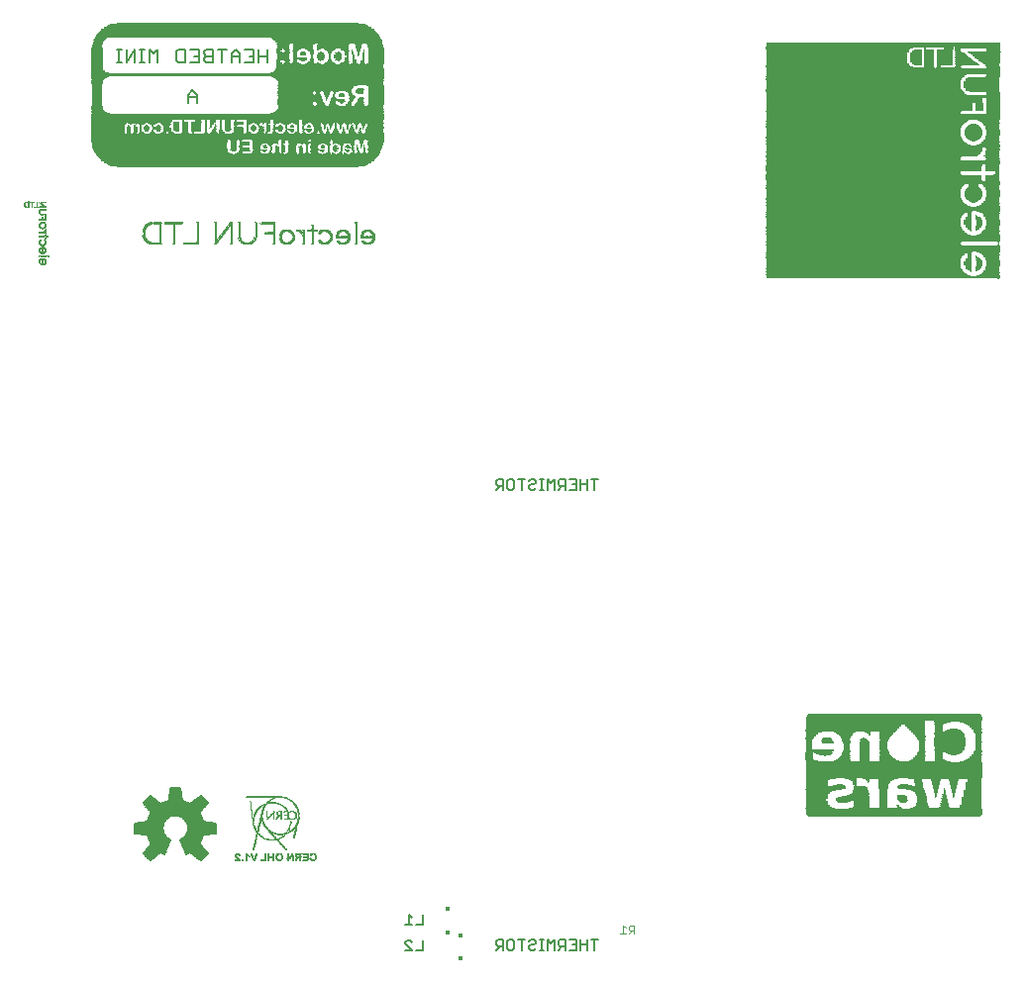
<source format=gbo>
G75*
%MOIN*%
%OFA0B0*%
%FSLAX24Y24*%
%IPPOS*%
%LPD*%
%AMOC8*
5,1,8,0,0,1.08239X$1,22.5*
%
%ADD10C,0.0050*%
%ADD11C,0.0060*%
%ADD12R,0.0167X0.0128*%
%ADD13C,0.0040*%
%ADD14R,0.0082X0.0009*%
%ADD15R,0.0164X0.0009*%
%ADD16R,0.0027X0.0009*%
%ADD17R,0.0036X0.0009*%
%ADD18R,0.0146X0.0009*%
%ADD19R,0.0046X0.0009*%
%ADD20R,0.0037X0.0009*%
%ADD21R,0.0128X0.0009*%
%ADD22R,0.0192X0.0009*%
%ADD23R,0.0046X0.0009*%
%ADD24R,0.0036X0.0009*%
%ADD25R,0.0055X0.0009*%
%ADD26R,0.0173X0.0009*%
%ADD27R,0.0064X0.0009*%
%ADD28R,0.0155X0.0009*%
%ADD29R,0.0192X0.0009*%
%ADD30R,0.0055X0.0009*%
%ADD31R,0.0064X0.0009*%
%ADD32R,0.0173X0.0009*%
%ADD33R,0.0055X0.0009*%
%ADD34R,0.0183X0.0009*%
%ADD35R,0.0201X0.0009*%
%ADD36R,0.0064X0.0009*%
%ADD37R,0.0073X0.0009*%
%ADD38R,0.0182X0.0009*%
%ADD39R,0.0082X0.0009*%
%ADD40R,0.0073X0.0009*%
%ADD41R,0.0183X0.0009*%
%ADD42R,0.0046X0.0009*%
%ADD43R,0.0055X0.0009*%
%ADD44R,0.0055X0.0009*%
%ADD45R,0.0082X0.0009*%
%ADD46R,0.0173X0.0009*%
%ADD47R,0.0037X0.0009*%
%ADD48R,0.0155X0.0009*%
%ADD49R,0.0091X0.0009*%
%ADD50R,0.0055X0.0009*%
%ADD51R,0.0091X0.0009*%
%ADD52R,0.0064X0.0009*%
%ADD53R,0.0100X0.0009*%
%ADD54R,0.0109X0.0009*%
%ADD55R,0.0009X0.0009*%
%ADD56R,0.0155X0.0009*%
%ADD57R,0.0219X0.0009*%
%ADD58R,0.0064X0.0009*%
%ADD59R,0.0219X0.0009*%
%ADD60R,0.0046X0.0009*%
%ADD61R,0.0183X0.0009*%
%ADD62R,0.0192X0.0009*%
%ADD63R,0.0219X0.0009*%
%ADD64R,0.0046X0.0009*%
%ADD65R,0.0027X0.0009*%
%ADD66R,0.0110X0.0009*%
%ADD67R,0.0110X0.0009*%
%ADD68R,0.0119X0.0009*%
%ADD69R,0.0064X0.0009*%
%ADD70R,0.0055X0.0009*%
%ADD71R,0.0055X0.0009*%
%ADD72R,0.0046X0.0009*%
%ADD73R,0.0091X0.0009*%
%ADD74R,0.0100X0.0009*%
%ADD75R,0.0073X0.0009*%
%ADD76R,0.0073X0.0009*%
%ADD77R,0.0146X0.0009*%
%ADD78R,0.0128X0.0009*%
%ADD79R,0.0182X0.0009*%
%ADD80R,0.0119X0.0009*%
%ADD81R,0.0137X0.0009*%
%ADD82R,0.0100X0.0009*%
%ADD83R,0.0027X0.0009*%
%ADD84R,0.0009X0.0009*%
%ADD85R,0.0037X0.0009*%
%ADD86R,0.0027X0.0009*%
%ADD87R,0.0027X0.0009*%
%ADD88R,0.0036X0.0009*%
%ADD89R,0.0027X0.0009*%
%ADD90R,0.0036X0.0009*%
%ADD91R,0.0210X0.0009*%
%ADD92R,0.0283X0.0009*%
%ADD93R,0.0310X0.0009*%
%ADD94R,0.0037X0.0009*%
%ADD95R,0.0027X0.0009*%
%ADD96R,0.0128X0.0009*%
%ADD97R,0.0018X0.0009*%
%ADD98R,0.0274X0.0009*%
%ADD99R,0.0338X0.0009*%
%ADD100R,0.0392X0.0009*%
%ADD101R,0.0018X0.0009*%
%ADD102R,0.0119X0.0009*%
%ADD103R,0.0091X0.0009*%
%ADD104R,0.0082X0.0009*%
%ADD105R,0.0109X0.0009*%
%ADD106R,0.0027X0.0009*%
%ADD107R,0.0046X0.0009*%
%ADD108R,0.0146X0.0009*%
%ADD109R,0.0164X0.0009*%
%ADD110R,0.0018X0.0009*%
%ADD111R,0.0018X0.0009*%
%ADD112R,0.0018X0.0009*%
%ADD113R,0.0064X0.0009*%
%ADD114R,0.0155X0.0009*%
%ADD115R,0.0137X0.0009*%
%ADD116R,0.0018X0.0009*%
%ADD117R,0.0146X0.0009*%
%ADD118R,0.0164X0.0009*%
%ADD119R,0.0046X0.0009*%
%ADD120R,0.0329X0.0009*%
%ADD121R,0.0265X0.0009*%
%ADD122R,0.0064X0.0009*%
%ADD123R,0.0100X0.0009*%
%ADD124R,0.1341X0.0009*%
%ADD125R,0.1305X0.0009*%
%ADD126R,0.1278X0.0009*%
%ADD127R,0.1214X0.0009*%
%ADD128C,0.0059*%
%ADD129R,0.0033X0.0017*%
%ADD130R,0.0017X0.0017*%
%ADD131R,0.0067X0.0017*%
%ADD132R,0.0017X0.0017*%
%ADD133R,0.0017X0.0017*%
%ADD134R,0.0017X0.0017*%
%ADD135R,0.0033X0.0017*%
%ADD136R,0.0033X0.0017*%
%ADD137R,0.0017X0.0017*%
%ADD138R,0.0017X0.0017*%
%ADD139R,0.0033X0.0017*%
%ADD140R,0.0017X0.0017*%
%ADD141R,0.0017X0.0017*%
%ADD142R,0.0050X0.0017*%
%ADD143R,0.0083X0.0017*%
%ADD144R,0.0200X0.0017*%
%ADD145R,0.0317X0.0017*%
%ADD146R,0.0117X0.0017*%
%ADD147R,0.0167X0.0017*%
%ADD148R,0.0033X0.0017*%
%ADD149R,0.0050X0.0017*%
%ADD150R,0.0033X0.0017*%
%ADD151R,0.0067X0.0017*%
%ADD152R,0.0150X0.0017*%
%ADD153R,0.0450X0.0017*%
%ADD154R,0.0267X0.0017*%
%ADD155R,0.0050X0.0017*%
%ADD156R,0.0283X0.0017*%
%ADD157R,0.0483X0.0017*%
%ADD158R,0.0367X0.0017*%
%ADD159R,0.0183X0.0017*%
%ADD160R,0.0133X0.0017*%
%ADD161R,0.0183X0.0017*%
%ADD162R,0.0067X0.0017*%
%ADD163R,0.0350X0.0017*%
%ADD164R,0.0083X0.0017*%
%ADD165R,0.0483X0.0017*%
%ADD166R,0.0417X0.0017*%
%ADD167R,0.0250X0.0017*%
%ADD168R,0.0050X0.0017*%
%ADD169R,0.0250X0.0017*%
%ADD170R,0.0267X0.0017*%
%ADD171R,0.0150X0.0017*%
%ADD172R,0.0150X0.0017*%
%ADD173R,0.0100X0.0017*%
%ADD174R,0.0100X0.0017*%
%ADD175R,0.0083X0.0017*%
%ADD176R,0.0083X0.0017*%
%ADD177R,0.0400X0.0017*%
%ADD178R,0.0217X0.0017*%
%ADD179R,0.0050X0.0017*%
%ADD180R,0.0117X0.0017*%
%ADD181R,0.0100X0.0017*%
%ADD182R,0.0100X0.0017*%
%ADD183R,0.0067X0.0017*%
%ADD184R,0.0117X0.0017*%
%ADD185R,0.0067X0.0017*%
%ADD186R,0.0133X0.0017*%
%ADD187R,0.0067X0.0017*%
%ADD188R,0.0067X0.0017*%
%ADD189R,0.0150X0.0017*%
%ADD190R,0.0033X0.0017*%
%ADD191R,0.0050X0.0017*%
%ADD192R,0.0083X0.0017*%
%ADD193R,0.0050X0.0017*%
%ADD194R,0.0350X0.0017*%
%ADD195R,0.0400X0.0017*%
%ADD196R,0.0450X0.0017*%
%ADD197R,0.0083X0.0017*%
%ADD198R,0.0467X0.0017*%
%ADD199R,0.0050X0.0017*%
%ADD200R,0.0317X0.0017*%
%ADD201R,0.0317X0.0017*%
%ADD202R,0.0317X0.0017*%
%ADD203R,0.0100X0.0017*%
%ADD204R,0.0150X0.0017*%
%ADD205R,0.0233X0.0017*%
%ADD206R,0.0217X0.0017*%
%ADD207R,0.0233X0.0017*%
%ADD208R,0.0300X0.0017*%
%ADD209R,0.0083X0.0017*%
%ADD210R,0.0133X0.0017*%
%ADD211R,0.0167X0.0017*%
%ADD212R,0.0183X0.0017*%
%ADD213R,0.0183X0.0017*%
%ADD214R,0.0167X0.0017*%
%ADD215R,0.0133X0.0017*%
%ADD216R,0.0033X0.0017*%
%ADD217R,0.0317X0.0017*%
%ADD218R,0.0250X0.0017*%
%ADD219R,0.0217X0.0017*%
%ADD220R,0.0583X0.0017*%
%ADD221R,0.0417X0.0017*%
%ADD222R,0.0600X0.0017*%
%ADD223R,0.0367X0.0017*%
%ADD224R,0.0467X0.0017*%
%ADD225R,0.0567X0.0017*%
%ADD226R,0.0267X0.0017*%
%ADD227R,0.0183X0.0017*%
%ADD228R,0.0217X0.0017*%
%ADD229R,0.0133X0.0017*%
%ADD230R,0.0017X0.0017*%
%ADD231R,0.5702X0.0017*%
%ADD232R,0.5804X0.0017*%
%ADD233R,0.5838X0.0017*%
%ADD234R,0.5872X0.0017*%
%ADD235R,0.5872X0.0017*%
%ADD236R,0.5906X0.0017*%
%ADD237R,0.5906X0.0017*%
%ADD238R,0.5906X0.0017*%
%ADD239R,0.2444X0.0017*%
%ADD240R,0.2036X0.0017*%
%ADD241R,0.1069X0.0017*%
%ADD242R,0.2376X0.0017*%
%ADD243R,0.1833X0.0017*%
%ADD244R,0.0967X0.0017*%
%ADD245R,0.0730X0.0017*%
%ADD246R,0.0322X0.0017*%
%ADD247R,0.0577X0.0017*%
%ADD248R,0.0136X0.0017*%
%ADD249R,0.0289X0.0017*%
%ADD250R,0.0628X0.0017*%
%ADD251R,0.0899X0.0017*%
%ADD252R,0.0543X0.0017*%
%ADD253R,0.0102X0.0017*%
%ADD254R,0.0560X0.0017*%
%ADD255R,0.0865X0.0017*%
%ADD256R,0.0713X0.0017*%
%ADD257R,0.0305X0.0017*%
%ADD258R,0.0492X0.0017*%
%ADD259R,0.0085X0.0017*%
%ADD260R,0.0289X0.0017*%
%ADD261R,0.0526X0.0017*%
%ADD262R,0.0831X0.0017*%
%ADD263R,0.0713X0.0017*%
%ADD264R,0.0288X0.0017*%
%ADD265R,0.0475X0.0017*%
%ADD266R,0.0068X0.0017*%
%ADD267R,0.0526X0.0017*%
%ADD268R,0.0815X0.0017*%
%ADD269R,0.0458X0.0017*%
%ADD270R,0.0034X0.0017*%
%ADD271R,0.0798X0.0017*%
%ADD272R,0.0713X0.0017*%
%ADD273R,0.0288X0.0017*%
%ADD274R,0.0424X0.0017*%
%ADD275R,0.0034X0.0017*%
%ADD276R,0.0289X0.0017*%
%ADD277R,0.0526X0.0017*%
%ADD278R,0.0781X0.0017*%
%ADD279R,0.0696X0.0017*%
%ADD280R,0.0271X0.0017*%
%ADD281R,0.0407X0.0017*%
%ADD282R,0.0017X0.0017*%
%ADD283R,0.0764X0.0017*%
%ADD284R,0.0255X0.0017*%
%ADD285R,0.0747X0.0017*%
%ADD286R,0.0696X0.0017*%
%ADD287R,0.0255X0.0017*%
%ADD288R,0.0390X0.0017*%
%ADD289R,0.0730X0.0017*%
%ADD290R,0.0373X0.0017*%
%ADD291R,0.0730X0.0017*%
%ADD292R,0.0679X0.0017*%
%ADD293R,0.0238X0.0017*%
%ADD294R,0.0356X0.0017*%
%ADD295R,0.0679X0.0017*%
%ADD296R,0.0221X0.0017*%
%ADD297R,0.0356X0.0017*%
%ADD298R,0.0102X0.0017*%
%ADD299R,0.0170X0.0017*%
%ADD300R,0.0713X0.0017*%
%ADD301R,0.0221X0.0017*%
%ADD302R,0.0187X0.0017*%
%ADD303R,0.0713X0.0017*%
%ADD304R,0.0339X0.0017*%
%ADD305R,0.0238X0.0017*%
%ADD306R,0.0424X0.0017*%
%ADD307R,0.0662X0.0017*%
%ADD308R,0.0204X0.0017*%
%ADD309R,0.0322X0.0017*%
%ADD310R,0.0492X0.0017*%
%ADD311R,0.0696X0.0017*%
%ADD312R,0.0662X0.0017*%
%ADD313R,0.0187X0.0017*%
%ADD314R,0.0322X0.0017*%
%ADD315R,0.1103X0.0017*%
%ADD316R,0.0696X0.0017*%
%ADD317R,0.0645X0.0017*%
%ADD318R,0.0305X0.0017*%
%ADD319R,0.1103X0.0017*%
%ADD320R,0.0170X0.0017*%
%ADD321R,0.0645X0.0017*%
%ADD322R,0.0153X0.0017*%
%ADD323R,0.0305X0.0017*%
%ADD324R,0.0339X0.0017*%
%ADD325R,0.1086X0.0017*%
%ADD326R,0.0713X0.0017*%
%ADD327R,0.0153X0.0017*%
%ADD328R,0.0339X0.0017*%
%ADD329R,0.0628X0.0017*%
%ADD330R,0.1035X0.0017*%
%ADD331R,0.0628X0.0017*%
%ADD332R,0.0034X0.0017*%
%ADD333R,0.0136X0.0017*%
%ADD334R,0.0305X0.0017*%
%ADD335R,0.0322X0.0017*%
%ADD336R,0.0916X0.0017*%
%ADD337R,0.0119X0.0017*%
%ADD338R,0.0305X0.0017*%
%ADD339R,0.0815X0.0017*%
%ADD340R,0.0747X0.0017*%
%ADD341R,0.0611X0.0017*%
%ADD342R,0.0051X0.0017*%
%ADD343R,0.0119X0.0017*%
%ADD344R,0.0611X0.0017*%
%ADD345R,0.0051X0.0017*%
%ADD346R,0.0645X0.0017*%
%ADD347R,0.0085X0.0017*%
%ADD348R,0.0068X0.0017*%
%ADD349R,0.0594X0.0017*%
%ADD350R,0.0764X0.0017*%
%ADD351R,0.0594X0.0017*%
%ADD352R,0.0781X0.0017*%
%ADD353R,0.0102X0.0017*%
%ADD354R,0.0339X0.0017*%
%ADD355R,0.0594X0.0017*%
%ADD356R,0.0102X0.0017*%
%ADD357R,0.0560X0.0017*%
%ADD358R,0.0815X0.0017*%
%ADD359R,0.0848X0.0017*%
%ADD360R,0.0577X0.0017*%
%ADD361R,0.0119X0.0017*%
%ADD362R,0.0390X0.0017*%
%ADD363R,0.0882X0.0017*%
%ADD364R,0.0577X0.0017*%
%ADD365R,0.0136X0.0017*%
%ADD366R,0.0051X0.0017*%
%ADD367R,0.0119X0.0017*%
%ADD368R,0.0407X0.0017*%
%ADD369R,0.0509X0.0017*%
%ADD370R,0.0933X0.0017*%
%ADD371R,0.0136X0.0017*%
%ADD372R,0.0509X0.0017*%
%ADD373R,0.1001X0.0017*%
%ADD374R,0.0560X0.0017*%
%ADD375R,0.0560X0.0017*%
%ADD376R,0.0136X0.0017*%
%ADD377R,0.0017X0.0017*%
%ADD378R,0.0153X0.0017*%
%ADD379R,0.0475X0.0017*%
%ADD380R,0.1222X0.0017*%
%ADD381R,0.0170X0.0017*%
%ADD382R,0.0153X0.0017*%
%ADD383R,0.0899X0.0017*%
%ADD384R,0.1273X0.0017*%
%ADD385R,0.1307X0.0017*%
%ADD386R,0.0543X0.0017*%
%ADD387R,0.0170X0.0017*%
%ADD388R,0.0882X0.0017*%
%ADD389R,0.0441X0.0017*%
%ADD390R,0.1324X0.0017*%
%ADD391R,0.0543X0.0017*%
%ADD392R,0.0187X0.0017*%
%ADD393R,0.0882X0.0017*%
%ADD394R,0.0424X0.0017*%
%ADD395R,0.1324X0.0017*%
%ADD396R,0.0204X0.0017*%
%ADD397R,0.0187X0.0017*%
%ADD398R,0.0204X0.0017*%
%ADD399R,0.0272X0.0017*%
%ADD400R,0.0526X0.0017*%
%ADD401R,0.0526X0.0017*%
%ADD402R,0.0221X0.0017*%
%ADD403R,0.0272X0.0017*%
%ADD404R,0.0373X0.0017*%
%ADD405R,0.0238X0.0017*%
%ADD406R,0.0221X0.0017*%
%ADD407R,0.0255X0.0017*%
%ADD408R,0.0509X0.0017*%
%ADD409R,0.0238X0.0017*%
%ADD410R,0.0255X0.0017*%
%ADD411R,0.0339X0.0017*%
%ADD412R,0.0102X0.0017*%
%ADD413R,0.0764X0.0017*%
%ADD414R,0.0509X0.0017*%
%ADD415R,0.0509X0.0017*%
%ADD416R,0.0424X0.0017*%
%ADD417R,0.0255X0.0017*%
%ADD418R,0.2478X0.0017*%
%ADD419R,0.1188X0.0017*%
%ADD420R,0.0764X0.0017*%
%ADD421R,0.4175X0.0017*%
%ADD422R,0.0662X0.0017*%
%ADD423R,0.0662X0.0017*%
%ADD424R,0.0458X0.0017*%
%ADD425R,0.0628X0.0017*%
%ADD426R,0.2308X0.0017*%
%ADD427R,0.0492X0.0017*%
%ADD428R,0.0407X0.0017*%
%ADD429R,0.0594X0.0017*%
%ADD430R,0.0288X0.0017*%
%ADD431R,0.0441X0.0017*%
%ADD432R,0.0407X0.0017*%
%ADD433R,0.0458X0.0017*%
%ADD434R,0.0441X0.0017*%
%ADD435R,0.0424X0.0017*%
%ADD436R,0.0390X0.0017*%
%ADD437R,0.0373X0.0017*%
%ADD438R,0.0356X0.0017*%
%ADD439R,0.0170X0.0017*%
%ADD440R,0.0272X0.0017*%
%ADD441R,0.0356X0.0017*%
%ADD442R,0.0356X0.0017*%
%ADD443R,0.0373X0.0017*%
%ADD444R,0.0238X0.0017*%
%ADD445R,0.0577X0.0017*%
%ADD446R,0.0611X0.0017*%
%ADD447R,0.0238X0.0017*%
%ADD448R,0.0645X0.0017*%
%ADD449R,0.0899X0.0017*%
%ADD450R,0.0950X0.0017*%
%ADD451R,0.0916X0.0017*%
%ADD452R,0.0967X0.0017*%
%ADD453R,0.0916X0.0017*%
%ADD454R,0.0984X0.0017*%
%ADD455R,0.1001X0.0017*%
%ADD456R,0.0271X0.0017*%
%ADD457R,0.1018X0.0017*%
%ADD458R,0.0187X0.0017*%
%ADD459R,0.1018X0.0017*%
%ADD460R,0.0204X0.0017*%
%ADD461R,0.0271X0.0017*%
%ADD462R,0.0221X0.0017*%
%ADD463R,0.0187X0.0017*%
%ADD464R,0.1035X0.0017*%
%ADD465R,0.0390X0.0017*%
%ADD466R,0.0373X0.0017*%
%ADD467R,0.0204X0.0017*%
%ADD468R,0.1035X0.0017*%
%ADD469R,0.0255X0.0017*%
%ADD470R,0.0221X0.0017*%
%ADD471R,0.0085X0.0017*%
%ADD472R,0.1018X0.0017*%
%ADD473R,0.0356X0.0017*%
%ADD474R,0.0407X0.0017*%
%ADD475R,0.0441X0.0017*%
%ADD476R,0.0458X0.0017*%
%ADD477R,0.0509X0.0017*%
%ADD478R,0.0967X0.0017*%
%ADD479R,0.0645X0.0017*%
%ADD480R,0.0441X0.0017*%
%ADD481R,0.0136X0.0017*%
%ADD482R,0.0458X0.0017*%
%ADD483R,0.1086X0.0017*%
%ADD484R,0.0865X0.0017*%
%ADD485R,0.3038X0.0017*%
%ADD486R,0.3038X0.0017*%
%ADD487R,0.3072X0.0017*%
%ADD488R,0.0543X0.0017*%
%ADD489R,0.3072X0.0017*%
%ADD490R,0.3089X0.0017*%
%ADD491R,0.0577X0.0017*%
%ADD492R,0.3105X0.0017*%
%ADD493R,0.3122X0.0017*%
%ADD494R,0.3139X0.0017*%
%ADD495R,0.3156X0.0017*%
%ADD496R,0.3173X0.0017*%
%ADD497R,0.3190X0.0017*%
%ADD498R,0.0679X0.0017*%
%ADD499R,0.3207X0.0017*%
%ADD500R,0.3224X0.0017*%
%ADD501R,0.3241X0.0017*%
%ADD502R,0.4005X0.0017*%
%ADD503R,0.4005X0.0017*%
%ADD504R,0.0645X0.0017*%
%ADD505R,0.1578X0.0017*%
%ADD506R,0.1578X0.0017*%
%ADD507R,0.0083X0.0028*%
%ADD508R,0.7846X0.0028*%
%ADD509R,0.0771X0.0028*%
%ADD510R,0.6855X0.0028*%
%ADD511R,0.0688X0.0028*%
%ADD512R,0.6773X0.0028*%
%ADD513R,0.0633X0.0028*%
%ADD514R,0.6745X0.0028*%
%ADD515R,0.0606X0.0028*%
%ADD516R,0.6690X0.0028*%
%ADD517R,0.0578X0.0028*%
%ADD518R,0.6663X0.0028*%
%ADD519R,0.0551X0.0028*%
%ADD520R,0.0028X0.0028*%
%ADD521R,0.6635X0.0028*%
%ADD522R,0.0523X0.0028*%
%ADD523R,0.0083X0.0028*%
%ADD524R,0.6608X0.0028*%
%ADD525R,0.0496X0.0028*%
%ADD526R,0.0110X0.0028*%
%ADD527R,0.0138X0.0028*%
%ADD528R,0.6608X0.0028*%
%ADD529R,0.0496X0.0028*%
%ADD530R,0.0138X0.0028*%
%ADD531R,0.0165X0.0028*%
%ADD532R,0.6580X0.0028*%
%ADD533R,0.0468X0.0028*%
%ADD534R,0.0165X0.0028*%
%ADD535R,0.0193X0.0028*%
%ADD536R,0.0468X0.0028*%
%ADD537R,0.0193X0.0028*%
%ADD538R,0.0220X0.0028*%
%ADD539R,0.6552X0.0028*%
%ADD540R,0.0220X0.0028*%
%ADD541R,0.6552X0.0028*%
%ADD542R,0.0440X0.0028*%
%ADD543R,0.0440X0.0028*%
%ADD544R,0.0248X0.0028*%
%ADD545R,0.6525X0.0028*%
%ADD546R,0.0248X0.0028*%
%ADD547R,0.6525X0.0028*%
%ADD548R,0.0165X0.0028*%
%ADD549R,0.6580X0.0028*%
%ADD550R,0.0028X0.0028*%
%ADD551R,0.0110X0.0028*%
%ADD552R,0.6690X0.0028*%
%ADD553R,0.6910X0.0028*%
%ADD554R,0.0771X0.0028*%
%ADD555R,0.6938X0.0028*%
%ADD556R,0.7846X0.0028*%
%ADD557R,0.0055X0.0028*%
%ADD558R,0.0055X0.0028*%
%ADD559R,0.0275X0.0028*%
%ADD560R,0.0358X0.0028*%
%ADD561R,0.0441X0.0028*%
%ADD562R,0.0523X0.0028*%
%ADD563R,0.0551X0.0028*%
%ADD564R,0.0578X0.0028*%
%ADD565R,0.0606X0.0028*%
%ADD566R,0.0606X0.0028*%
%ADD567R,0.0413X0.0028*%
%ADD568R,0.0358X0.0028*%
%ADD569R,0.0523X0.0028*%
%ADD570R,0.0330X0.0028*%
%ADD571R,0.0330X0.0028*%
%ADD572R,0.7268X0.0028*%
%ADD573R,0.7241X0.0028*%
%ADD574R,0.7241X0.0028*%
%ADD575R,0.0165X0.0028*%
%ADD576R,0.0028X0.0028*%
%ADD577R,0.7268X0.0028*%
%ADD578R,0.7296X0.0028*%
%ADD579R,0.7846X0.0028*%
%ADD580R,0.7021X0.0028*%
%ADD581R,0.7103X0.0028*%
%ADD582R,0.7158X0.0028*%
%ADD583R,0.7186X0.0028*%
%ADD584R,0.7213X0.0028*%
%ADD585R,0.7323X0.0028*%
%ADD586R,0.0633X0.0028*%
%ADD587R,0.6745X0.0028*%
%ADD588R,0.0606X0.0028*%
%ADD589R,0.0138X0.0028*%
%ADD590R,0.0385X0.0028*%
%ADD591R,0.0441X0.0028*%
%ADD592R,0.0385X0.0028*%
%ADD593R,0.6718X0.0028*%
%ADD594R,0.0661X0.0028*%
%ADD595R,0.0743X0.0028*%
%ADD596R,0.6828X0.0028*%
%ADD597R,0.0248X0.0028*%
%ADD598R,0.0248X0.0028*%
%ADD599R,0.6938X0.0028*%
%ADD600R,0.6965X0.0028*%
%ADD601R,0.7296X0.0028*%
%ADD602R,0.6828X0.0028*%
%ADD603R,0.1019X0.0028*%
%ADD604R,0.1074X0.0028*%
%ADD605R,0.1129X0.0028*%
%ADD606R,0.1156X0.0028*%
%ADD607R,0.1156X0.0028*%
%ADD608R,0.1184X0.0028*%
%ADD609R,0.1184X0.0028*%
%ADD610R,0.1211X0.0028*%
%ADD611R,0.1211X0.0028*%
%ADD612R,0.0853X0.0028*%
%ADD613R,0.5671X0.0028*%
%ADD614R,0.0330X0.0028*%
%ADD615R,0.4928X0.0028*%
%ADD616R,0.0303X0.0028*%
%ADD617R,0.4901X0.0028*%
%ADD618R,0.0220X0.0028*%
%ADD619R,0.4846X0.0028*%
%ADD620R,0.0798X0.0028*%
%ADD621R,0.0303X0.0028*%
%ADD622R,0.4818X0.0028*%
%ADD623R,0.0771X0.0028*%
%ADD624R,0.0303X0.0028*%
%ADD625R,0.4790X0.0028*%
%ADD626R,0.4763X0.0028*%
%ADD627R,0.0688X0.0028*%
%ADD628R,0.4763X0.0028*%
%ADD629R,0.4735X0.0028*%
%ADD630R,0.0716X0.0028*%
%ADD631R,0.4735X0.0028*%
%ADD632R,0.0743X0.0028*%
%ADD633R,0.0771X0.0028*%
%ADD634R,0.0413X0.0028*%
%ADD635R,0.0826X0.0028*%
%ADD636R,0.0523X0.0028*%
%ADD637R,0.0413X0.0028*%
%ADD638R,0.0854X0.0028*%
%ADD639R,0.0881X0.0028*%
%ADD640R,0.0936X0.0028*%
%ADD641R,0.0964X0.0028*%
%ADD642R,0.0991X0.0028*%
%ADD643R,0.1046X0.0028*%
%ADD644R,0.1074X0.0028*%
%ADD645R,0.0275X0.0028*%
%ADD646R,0.1101X0.0028*%
%ADD647R,0.0303X0.0028*%
%ADD648R,0.4790X0.0028*%
%ADD649R,0.0330X0.0028*%
%ADD650R,0.4818X0.0028*%
%ADD651R,0.1514X0.0028*%
%ADD652R,0.0083X0.0028*%
%ADD653R,0.4901X0.0028*%
%ADD654R,0.1514X0.0028*%
%ADD655R,0.4956X0.0028*%
%ADD656R,0.1542X0.0028*%
%ADD657R,0.6305X0.0028*%
%ADD658R,0.7874X0.0028*%
%ADD659R,0.7874X0.0028*%
%ADD660R,0.8158X0.0024*%
%ADD661R,0.8447X0.0024*%
%ADD662R,0.8591X0.0024*%
%ADD663R,0.8736X0.0024*%
%ADD664R,0.8784X0.0024*%
%ADD665R,0.8880X0.0024*%
%ADD666R,0.8976X0.0024*%
%ADD667R,0.9024X0.0024*%
%ADD668R,0.9121X0.0024*%
%ADD669R,0.9169X0.0024*%
%ADD670R,0.9217X0.0024*%
%ADD671R,0.9265X0.0024*%
%ADD672R,0.9313X0.0024*%
%ADD673R,0.9361X0.0024*%
%ADD674R,0.9409X0.0024*%
%ADD675R,0.9457X0.0024*%
%ADD676R,0.9457X0.0024*%
%ADD677R,0.9506X0.0024*%
%ADD678R,0.0409X0.0024*%
%ADD679R,0.0168X0.0024*%
%ADD680R,0.0385X0.0024*%
%ADD681R,0.0144X0.0024*%
%ADD682R,0.0217X0.0024*%
%ADD683R,0.0120X0.0024*%
%ADD684R,0.0265X0.0024*%
%ADD685R,0.0602X0.0024*%
%ADD686R,0.0193X0.0024*%
%ADD687R,0.0505X0.0024*%
%ADD688R,0.0987X0.0024*%
%ADD689R,0.4620X0.0024*%
%ADD690R,0.0385X0.0024*%
%ADD691R,0.0120X0.0024*%
%ADD692R,0.0048X0.0024*%
%ADD693R,0.0048X0.0024*%
%ADD694R,0.0144X0.0024*%
%ADD695R,0.0289X0.0024*%
%ADD696R,0.0120X0.0024*%
%ADD697R,0.0144X0.0024*%
%ADD698R,0.0313X0.0024*%
%ADD699R,0.0168X0.0024*%
%ADD700R,0.4524X0.0024*%
%ADD701R,0.0072X0.0024*%
%ADD702R,0.0096X0.0024*%
%ADD703R,0.0096X0.0024*%
%ADD704R,0.0265X0.0024*%
%ADD705R,0.0072X0.0024*%
%ADD706R,0.0144X0.0024*%
%ADD707R,0.0024X0.0024*%
%ADD708R,0.4524X0.0024*%
%ADD709R,0.0409X0.0024*%
%ADD710R,0.0072X0.0024*%
%ADD711R,0.0072X0.0024*%
%ADD712R,0.0096X0.0024*%
%ADD713R,0.0024X0.0024*%
%ADD714R,0.0241X0.0024*%
%ADD715R,0.0265X0.0024*%
%ADD716R,0.4500X0.0024*%
%ADD717R,0.0433X0.0024*%
%ADD718R,0.0120X0.0024*%
%ADD719R,0.0241X0.0024*%
%ADD720R,0.4500X0.0024*%
%ADD721R,0.0457X0.0024*%
%ADD722R,0.0481X0.0024*%
%ADD723R,0.0361X0.0024*%
%ADD724R,0.0457X0.0024*%
%ADD725R,0.0048X0.0024*%
%ADD726R,0.0048X0.0024*%
%ADD727R,0.0481X0.0024*%
%ADD728R,0.0361X0.0024*%
%ADD729R,0.4524X0.0024*%
%ADD730R,0.0096X0.0024*%
%ADD731R,0.0024X0.0024*%
%ADD732R,0.0265X0.0024*%
%ADD733R,0.0193X0.0024*%
%ADD734R,0.0481X0.0024*%
%ADD735R,0.0048X0.0024*%
%ADD736R,0.0024X0.0024*%
%ADD737R,0.0048X0.0024*%
%ADD738R,0.0144X0.0024*%
%ADD739R,0.0072X0.0024*%
%ADD740R,0.0168X0.0024*%
%ADD741R,0.0072X0.0024*%
%ADD742R,0.0241X0.0024*%
%ADD743R,0.0144X0.0024*%
%ADD744R,0.0265X0.0024*%
%ADD745R,0.0120X0.0024*%
%ADD746R,0.0120X0.0024*%
%ADD747R,0.0361X0.0024*%
%ADD748R,0.0193X0.0024*%
%ADD749R,0.4524X0.0024*%
%ADD750R,0.0481X0.0024*%
%ADD751R,0.0024X0.0024*%
%ADD752R,0.0024X0.0024*%
%ADD753R,0.0265X0.0024*%
%ADD754R,0.0072X0.0024*%
%ADD755R,0.0144X0.0024*%
%ADD756R,0.0072X0.0024*%
%ADD757R,0.0144X0.0024*%
%ADD758R,0.0241X0.0024*%
%ADD759R,0.0120X0.0024*%
%ADD760R,0.0120X0.0024*%
%ADD761R,0.0337X0.0024*%
%ADD762R,0.0193X0.0024*%
%ADD763R,0.4524X0.0024*%
%ADD764R,0.0024X0.0024*%
%ADD765R,0.0096X0.0024*%
%ADD766R,0.0096X0.0024*%
%ADD767R,0.0096X0.0024*%
%ADD768R,0.0505X0.0024*%
%ADD769R,0.0096X0.0024*%
%ADD770R,0.0265X0.0024*%
%ADD771R,0.4548X0.0024*%
%ADD772R,0.0505X0.0024*%
%ADD773R,0.0289X0.0024*%
%ADD774R,0.0241X0.0024*%
%ADD775R,0.0361X0.0024*%
%ADD776R,0.4548X0.0024*%
%ADD777R,0.0313X0.0024*%
%ADD778R,0.0217X0.0024*%
%ADD779R,0.0722X0.0024*%
%ADD780R,0.1420X0.0024*%
%ADD781R,0.0866X0.0024*%
%ADD782R,0.0722X0.0024*%
%ADD783R,0.1420X0.0024*%
%ADD784R,0.0866X0.0024*%
%ADD785R,0.0529X0.0024*%
%ADD786R,0.0674X0.0024*%
%ADD787R,0.0698X0.0024*%
%ADD788R,0.4572X0.0024*%
%ADD789R,0.0529X0.0024*%
%ADD790R,0.0650X0.0024*%
%ADD791R,0.0674X0.0024*%
%ADD792R,0.4572X0.0024*%
%ADD793R,0.0168X0.0024*%
%ADD794R,0.0746X0.0024*%
%ADD795R,0.0650X0.0024*%
%ADD796R,0.0674X0.0024*%
%ADD797R,0.0914X0.0024*%
%ADD798R,0.0217X0.0024*%
%ADD799R,0.4596X0.0024*%
%ADD800R,0.0578X0.0024*%
%ADD801R,0.0217X0.0024*%
%ADD802R,0.0794X0.0024*%
%ADD803R,0.0698X0.0024*%
%ADD804R,0.0939X0.0024*%
%ADD805R,0.0241X0.0024*%
%ADD806R,0.4596X0.0024*%
%ADD807R,0.9843X0.0024*%
%ADD808R,0.9843X0.0024*%
%ADD809R,0.0409X0.0024*%
%ADD810R,0.1131X0.0024*%
%ADD811R,0.0626X0.0024*%
%ADD812R,0.1131X0.0024*%
%ADD813R,0.0626X0.0024*%
%ADD814R,0.0337X0.0024*%
%ADD815R,0.1107X0.0024*%
%ADD816R,0.0168X0.0024*%
%ADD817R,0.0337X0.0024*%
%ADD818R,0.1107X0.0024*%
%ADD819R,0.0602X0.0024*%
%ADD820R,0.0168X0.0024*%
%ADD821R,0.0313X0.0024*%
%ADD822R,0.0337X0.0024*%
%ADD823R,0.0602X0.0024*%
%ADD824R,0.0048X0.0024*%
%ADD825R,0.0313X0.0024*%
%ADD826R,0.0313X0.0024*%
%ADD827R,0.0289X0.0024*%
%ADD828R,0.0578X0.0024*%
%ADD829R,0.0048X0.0024*%
%ADD830R,0.0554X0.0024*%
%ADD831R,0.0554X0.0024*%
%ADD832R,0.0217X0.0024*%
%ADD833R,0.0337X0.0024*%
%ADD834R,0.1131X0.0024*%
%ADD835R,0.0554X0.0024*%
%ADD836R,0.0024X0.0024*%
%ADD837R,0.0313X0.0024*%
%ADD838R,0.0217X0.0024*%
%ADD839R,0.0337X0.0024*%
%ADD840R,0.0289X0.0024*%
%ADD841R,0.1131X0.0024*%
%ADD842R,0.1155X0.0024*%
%ADD843R,0.0578X0.0024*%
%ADD844R,0.0168X0.0024*%
%ADD845R,0.0361X0.0024*%
%ADD846R,0.0313X0.0024*%
%ADD847R,0.0241X0.0024*%
%ADD848R,0.1203X0.0024*%
%ADD849R,0.2743X0.0024*%
%ADD850R,0.0890X0.0024*%
%ADD851R,0.0794X0.0024*%
%ADD852R,0.2671X0.0024*%
%ADD853R,0.2743X0.0024*%
%ADD854R,0.0890X0.0024*%
%ADD855R,0.0794X0.0024*%
%ADD856R,0.2695X0.0024*%
%ADD857R,0.0168X0.0024*%
%ADD858R,0.2719X0.0024*%
%ADD859R,0.2743X0.0024*%
%ADD860R,0.2767X0.0024*%
%ADD861R,0.0939X0.0024*%
%ADD862R,0.0866X0.0024*%
%ADD863R,0.0241X0.0024*%
%ADD864R,0.2791X0.0024*%
%ADD865R,0.9843X0.0024*%
%ADD866R,0.9843X0.0024*%
%ADD867R,0.3802X0.0024*%
%ADD868R,0.0626X0.0024*%
%ADD869R,0.3706X0.0024*%
%ADD870R,0.0529X0.0024*%
%ADD871R,0.3658X0.0024*%
%ADD872R,0.3634X0.0024*%
%ADD873R,0.0457X0.0024*%
%ADD874R,0.3610X0.0024*%
%ADD875R,0.0433X0.0024*%
%ADD876R,0.3586X0.0024*%
%ADD877R,0.0409X0.0024*%
%ADD878R,0.3586X0.0024*%
%ADD879R,0.0385X0.0024*%
%ADD880R,0.3562X0.0024*%
%ADD881R,0.0385X0.0024*%
%ADD882R,0.3562X0.0024*%
%ADD883R,0.0554X0.0024*%
%ADD884R,0.0217X0.0024*%
%ADD885R,0.0361X0.0024*%
%ADD886R,0.1203X0.0024*%
%ADD887R,0.1179X0.0024*%
%ADD888R,0.0265X0.0024*%
%ADD889R,0.1179X0.0024*%
%ADD890R,0.0529X0.0024*%
%ADD891R,0.1179X0.0024*%
%ADD892R,0.0529X0.0024*%
%ADD893R,0.1227X0.0024*%
%ADD894R,0.0217X0.0024*%
%ADD895R,0.1516X0.0024*%
%ADD896R,0.1516X0.0024*%
%ADD897R,0.1492X0.0024*%
%ADD898R,0.1492X0.0024*%
%ADD899R,0.1468X0.0024*%
%ADD900R,0.1468X0.0024*%
%ADD901R,0.1444X0.0024*%
%ADD902R,0.1179X0.0024*%
%ADD903R,0.1203X0.0024*%
%ADD904R,0.2479X0.0024*%
%ADD905R,0.2479X0.0024*%
%ADD906R,0.2503X0.0024*%
%ADD907R,0.2527X0.0024*%
%ADD908R,0.2527X0.0024*%
%ADD909R,0.2575X0.0024*%
%ADD910R,0.2671X0.0024*%
%ADD911R,0.3610X0.0024*%
%ADD912R,0.0433X0.0024*%
%ADD913R,0.3634X0.0024*%
%ADD914R,0.3778X0.0024*%
%ADD915R,0.0602X0.0024*%
%ADD916R,0.3826X0.0024*%
%ADD917R,0.3730X0.0024*%
%ADD918R,0.3682X0.0024*%
%ADD919R,0.0457X0.0024*%
%ADD920R,0.3658X0.0024*%
%ADD921R,0.3610X0.0024*%
%ADD922R,0.3610X0.0024*%
%ADD923R,0.0337X0.0024*%
%ADD924R,0.0433X0.0024*%
%ADD925R,0.0313X0.0024*%
%ADD926R,0.0433X0.0024*%
%ADD927R,0.1059X0.0024*%
%ADD928R,0.1059X0.0024*%
%ADD929R,0.0361X0.0024*%
%ADD930R,0.1083X0.0024*%
%ADD931R,0.0722X0.0024*%
%ADD932R,0.2238X0.0024*%
%ADD933R,0.1299X0.0024*%
%ADD934R,0.3586X0.0024*%
%ADD935R,0.3586X0.0024*%
%ADD936R,0.0361X0.0024*%
%ADD937R,0.3634X0.0024*%
%ADD938R,0.3634X0.0024*%
%ADD939R,0.3682X0.0024*%
%ADD940R,0.9602X0.0024*%
%ADD941R,0.9554X0.0024*%
%ADD942R,0.9554X0.0024*%
%ADD943R,0.9506X0.0024*%
%ADD944R,0.9409X0.0024*%
%ADD945R,0.9361X0.0024*%
%ADD946R,0.9313X0.0024*%
%ADD947R,0.9265X0.0024*%
%ADD948R,0.9217X0.0024*%
%ADD949R,0.9169X0.0024*%
%ADD950R,0.9121X0.0024*%
%ADD951R,0.9024X0.0024*%
%ADD952R,0.8976X0.0024*%
%ADD953R,0.8880X0.0024*%
%ADD954R,0.8784X0.0024*%
%ADD955R,0.8736X0.0024*%
%ADD956R,0.8591X0.0024*%
%ADD957R,0.8447X0.0024*%
%ADD958R,0.8158X0.0024*%
D10*
X017744Y003393D02*
X017978Y003393D01*
X017744Y003627D01*
X017744Y003685D01*
X017803Y003744D01*
X017919Y003744D01*
X017978Y003685D01*
X018113Y003393D02*
X018346Y003393D01*
X018346Y003744D01*
X018335Y004275D02*
X018105Y004275D01*
X017972Y004275D02*
X017743Y004275D01*
X017857Y004275D02*
X017857Y004619D01*
X017972Y004504D01*
X018335Y004619D02*
X018335Y004275D01*
X020809Y003710D02*
X020809Y003593D01*
X020867Y003535D01*
X021042Y003535D01*
X020926Y003535D02*
X020809Y003418D01*
X021042Y003418D02*
X021042Y003769D01*
X020867Y003769D01*
X020809Y003710D01*
X021177Y003710D02*
X021236Y003769D01*
X021352Y003769D01*
X021411Y003710D01*
X021411Y003477D01*
X021352Y003418D01*
X021236Y003418D01*
X021177Y003477D01*
X021177Y003710D01*
X021546Y003769D02*
X021779Y003769D01*
X021662Y003769D02*
X021662Y003418D01*
X021914Y003477D02*
X021972Y003418D01*
X022089Y003418D01*
X022147Y003477D01*
X022089Y003593D02*
X021972Y003593D01*
X021914Y003535D01*
X021914Y003477D01*
X022089Y003593D02*
X022147Y003652D01*
X022147Y003710D01*
X022089Y003769D01*
X021972Y003769D01*
X021914Y003710D01*
X022276Y003769D02*
X022393Y003769D01*
X022335Y003769D02*
X022335Y003418D01*
X022393Y003418D02*
X022276Y003418D01*
X022528Y003418D02*
X022528Y003769D01*
X022644Y003652D01*
X022761Y003769D01*
X022761Y003418D01*
X022896Y003418D02*
X023013Y003535D01*
X022954Y003535D02*
X023130Y003535D01*
X023130Y003418D02*
X023130Y003769D01*
X022954Y003769D01*
X022896Y003710D01*
X022896Y003593D01*
X022954Y003535D01*
X023264Y003418D02*
X023498Y003418D01*
X023498Y003769D01*
X023264Y003769D01*
X023381Y003593D02*
X023498Y003593D01*
X023633Y003593D02*
X023866Y003593D01*
X023866Y003418D02*
X023866Y003769D01*
X024001Y003769D02*
X024235Y003769D01*
X024118Y003769D02*
X024118Y003418D01*
X023633Y003418D02*
X023633Y003769D01*
X023633Y018918D02*
X023633Y019269D01*
X023498Y019269D02*
X023498Y018918D01*
X023264Y018918D01*
X023130Y018918D02*
X023130Y019269D01*
X022954Y019269D01*
X022896Y019210D01*
X022896Y019093D01*
X022954Y019035D01*
X023130Y019035D01*
X023013Y019035D02*
X022896Y018918D01*
X022761Y018918D02*
X022761Y019269D01*
X022644Y019152D01*
X022528Y019269D01*
X022528Y018918D01*
X022393Y018918D02*
X022276Y018918D01*
X022335Y018918D02*
X022335Y019269D01*
X022393Y019269D02*
X022276Y019269D01*
X022147Y019210D02*
X022147Y019152D01*
X022089Y019093D01*
X021972Y019093D01*
X021914Y019035D01*
X021914Y018977D01*
X021972Y018918D01*
X022089Y018918D01*
X022147Y018977D01*
X022147Y019210D02*
X022089Y019269D01*
X021972Y019269D01*
X021914Y019210D01*
X021779Y019269D02*
X021546Y019269D01*
X021662Y019269D02*
X021662Y018918D01*
X021411Y018977D02*
X021352Y018918D01*
X021236Y018918D01*
X021177Y018977D01*
X021177Y019210D01*
X021236Y019269D01*
X021352Y019269D01*
X021411Y019210D01*
X021411Y018977D01*
X021042Y019035D02*
X020867Y019035D01*
X020809Y019093D01*
X020809Y019210D01*
X020867Y019269D01*
X021042Y019269D01*
X021042Y018918D01*
X020926Y019035D02*
X020809Y018918D01*
X023264Y019269D02*
X023498Y019269D01*
X023498Y019093D02*
X023381Y019093D01*
X023633Y019093D02*
X023866Y019093D01*
X023866Y018918D02*
X023866Y019269D01*
X024001Y019269D02*
X024235Y019269D01*
X024118Y019269D02*
X024118Y018918D01*
D11*
X010730Y031923D02*
X010730Y032217D01*
X010583Y032364D01*
X010436Y032217D01*
X010436Y031923D01*
X010436Y032143D02*
X010730Y032143D01*
X010803Y033298D02*
X010509Y033298D01*
X010342Y033298D02*
X010342Y033739D01*
X010122Y033739D01*
X010049Y033665D01*
X010049Y033372D01*
X010122Y033298D01*
X010342Y033298D01*
X010656Y033518D02*
X010803Y033518D01*
X010969Y033445D02*
X010969Y033372D01*
X011043Y033298D01*
X011263Y033298D01*
X011263Y033739D01*
X011043Y033739D01*
X010969Y033665D01*
X010969Y033592D01*
X011043Y033518D01*
X011263Y033518D01*
X011043Y033518D02*
X010969Y033445D01*
X010803Y033298D02*
X010803Y033739D01*
X010509Y033739D01*
X011430Y033739D02*
X011723Y033739D01*
X011577Y033739D02*
X011577Y033298D01*
X011890Y033298D02*
X011890Y033592D01*
X012037Y033739D01*
X012184Y033592D01*
X012184Y033298D01*
X012351Y033298D02*
X012644Y033298D01*
X012644Y033739D01*
X012351Y033739D01*
X012497Y033518D02*
X012644Y033518D01*
X012811Y033518D02*
X013105Y033518D01*
X013105Y033298D02*
X013105Y033739D01*
X012811Y033739D02*
X012811Y033298D01*
X012184Y033518D02*
X011890Y033518D01*
X009421Y033298D02*
X009421Y033739D01*
X009275Y033592D01*
X009128Y033739D01*
X009128Y033298D01*
X008961Y033298D02*
X008814Y033298D01*
X008888Y033298D02*
X008888Y033739D01*
X008961Y033739D02*
X008814Y033739D01*
X008654Y033739D02*
X008360Y033298D01*
X008360Y033739D01*
X008194Y033739D02*
X008047Y033739D01*
X008120Y033739D02*
X008120Y033298D01*
X008047Y033298D02*
X008194Y033298D01*
X008654Y033298D02*
X008654Y033739D01*
D12*
X019163Y004789D03*
X019163Y003998D03*
X019606Y003914D03*
X019606Y003123D03*
D13*
X024972Y003968D02*
X025159Y003968D01*
X025066Y003968D02*
X025066Y004249D01*
X025159Y004155D01*
X025267Y004108D02*
X025314Y004062D01*
X025454Y004062D01*
X025360Y004062D02*
X025267Y003968D01*
X025267Y004108D02*
X025267Y004202D01*
X025314Y004249D01*
X025454Y004249D01*
X025454Y003968D01*
D14*
X014641Y006393D03*
X014595Y006612D03*
X013947Y006603D03*
X013810Y006439D03*
X013509Y006393D03*
X013509Y006649D03*
X013044Y007142D03*
X013509Y007151D03*
X013829Y007361D03*
X013500Y008310D03*
X013281Y008483D03*
X013099Y008328D03*
X013044Y008310D03*
X012998Y008291D03*
X012661Y006421D03*
D15*
X014390Y006393D03*
D16*
X014221Y006393D03*
X014057Y006393D03*
X013956Y006649D03*
X013792Y006649D03*
X013701Y006822D03*
X013309Y006649D03*
X013144Y006649D03*
X013144Y006393D03*
X012661Y006850D03*
X012670Y006886D03*
X012679Y006932D03*
X012706Y007059D03*
X012715Y007087D03*
X012725Y007142D03*
X012752Y007251D03*
X012752Y007260D03*
X012761Y007278D03*
X012761Y007297D03*
X012770Y007324D03*
X012679Y007516D03*
X012670Y007552D03*
X012661Y007598D03*
X012661Y007853D03*
X012661Y007863D03*
X012661Y007881D03*
X012670Y007899D03*
X012679Y007926D03*
X012615Y007917D03*
X012615Y007899D03*
X012615Y007881D03*
X012597Y008045D03*
X012597Y008054D03*
X012579Y008182D03*
X012579Y008200D03*
X012579Y008218D03*
X012579Y008228D03*
X012971Y007680D03*
X013263Y007297D03*
X013281Y007278D03*
X013400Y007151D03*
X013692Y007260D03*
X013710Y007278D03*
X013792Y007388D03*
X013829Y007443D03*
X013838Y007452D03*
X013865Y007516D03*
X013865Y007534D03*
X013874Y007552D03*
X013874Y007561D03*
X013883Y007598D03*
X014084Y007516D03*
X014048Y007379D03*
X013993Y007169D03*
X014139Y007726D03*
X014166Y007881D03*
X014166Y007899D03*
X014166Y007917D03*
X014166Y007926D03*
X014166Y007945D03*
X014084Y008228D03*
X012168Y006567D03*
D17*
X012410Y006631D03*
X012492Y006548D03*
X012410Y006393D03*
X012656Y006822D03*
X012656Y006840D03*
X012665Y006868D03*
X012674Y006904D03*
X012674Y006913D03*
X012683Y006950D03*
X012683Y006959D03*
X012702Y007023D03*
X012711Y007078D03*
X012720Y007105D03*
X012729Y007151D03*
X012747Y007233D03*
X012766Y007315D03*
X012775Y007342D03*
X012784Y007379D03*
X012784Y007388D03*
X012793Y007406D03*
X012793Y007443D03*
X012802Y007452D03*
X012802Y007470D03*
X012811Y007488D03*
X012811Y007497D03*
X012811Y007516D03*
X012829Y007598D03*
X012839Y007616D03*
X012839Y007625D03*
X012848Y007644D03*
X012848Y007662D03*
X012857Y007680D03*
X012857Y007689D03*
X012857Y007707D03*
X012875Y007771D03*
X012875Y007790D03*
X012884Y007799D03*
X012884Y007817D03*
X012884Y007835D03*
X012930Y007835D03*
X012939Y007799D03*
X012939Y007790D03*
X012939Y007771D03*
X012957Y007707D03*
X012966Y007689D03*
X012975Y007662D03*
X012985Y007644D03*
X013003Y007616D03*
X013012Y007598D03*
X013058Y007534D03*
X013222Y007342D03*
X013240Y007324D03*
X013304Y007251D03*
X013322Y007233D03*
X013359Y007187D03*
X013377Y007169D03*
X013404Y007142D03*
X013441Y007105D03*
X013459Y007087D03*
X013487Y007059D03*
X013523Y007014D03*
X013541Y006996D03*
X013559Y006977D03*
X013578Y006959D03*
X013587Y006950D03*
X013605Y006932D03*
X013623Y006913D03*
X013623Y006904D03*
X013660Y006868D03*
X013678Y006850D03*
X013687Y006840D03*
X013733Y006786D03*
X013797Y006393D03*
X013961Y006393D03*
X013313Y006393D03*
X013687Y007251D03*
X013842Y007470D03*
X013852Y007488D03*
X013988Y007470D03*
X014007Y007488D03*
X014016Y007497D03*
X014043Y007534D03*
X014089Y007534D03*
X014061Y007443D03*
X014052Y007406D03*
X014052Y007388D03*
X014043Y007361D03*
X014034Y007342D03*
X014034Y007324D03*
X014034Y007315D03*
X014016Y007260D03*
X014016Y007251D03*
X014007Y007233D03*
X014007Y007215D03*
X013998Y007205D03*
X013998Y007187D03*
X014125Y007680D03*
X014125Y007689D03*
X014134Y007707D03*
X014144Y007744D03*
X014144Y007753D03*
X014153Y007771D03*
X014153Y007790D03*
X014153Y007799D03*
X014162Y007817D03*
X014162Y007835D03*
X014162Y007853D03*
X014162Y007863D03*
X014080Y007899D03*
X014080Y007917D03*
X014080Y007926D03*
X014080Y007945D03*
X014061Y008009D03*
X014043Y008027D03*
X014144Y008072D03*
X014144Y008091D03*
X014134Y008100D03*
X014125Y008136D03*
X014107Y008182D03*
X014098Y008200D03*
X014089Y008218D03*
X014061Y008264D03*
X014052Y008282D03*
X014043Y008291D03*
X014153Y008054D03*
X014153Y008045D03*
X014162Y008009D03*
X014162Y007990D03*
X014162Y007981D03*
X014061Y007853D03*
X013797Y007853D03*
X013797Y007863D03*
X013797Y007881D03*
X013797Y007899D03*
X013797Y007917D03*
X013797Y007926D03*
X013797Y007981D03*
X013797Y007990D03*
X013797Y008009D03*
X013797Y008027D03*
X013742Y008136D03*
X013706Y008182D03*
X013587Y008045D03*
X013587Y008027D03*
X013587Y008009D03*
X013587Y007990D03*
X013587Y007981D03*
X013587Y007945D03*
X013587Y007926D03*
X013587Y007917D03*
X013587Y007899D03*
X013587Y007881D03*
X013587Y007863D03*
X013587Y007853D03*
X013587Y007835D03*
X013587Y007817D03*
X013487Y007899D03*
X013797Y007835D03*
X013021Y008246D03*
X013003Y008218D03*
X012985Y008182D03*
X012975Y008164D03*
X012975Y008155D03*
X012966Y008136D03*
X012939Y008054D03*
X012939Y008045D03*
X012930Y008009D03*
X012793Y008136D03*
X012766Y008100D03*
X012756Y008091D03*
X012729Y008054D03*
X012729Y008045D03*
X012720Y008027D03*
X012711Y008009D03*
X012702Y007990D03*
X012683Y007945D03*
X012674Y007917D03*
X012638Y007753D03*
X012638Y007744D03*
X012638Y007726D03*
X012665Y007561D03*
X012674Y007534D03*
X012702Y007470D03*
X012711Y007452D03*
X012711Y007443D03*
X014554Y006485D03*
D18*
X014645Y006631D03*
X014171Y006503D03*
X013395Y007315D03*
X013742Y007945D03*
X013395Y008520D03*
X012975Y006393D03*
X012099Y006393D03*
D19*
X012049Y006539D03*
X012040Y006567D03*
X012414Y006412D03*
X012624Y006475D03*
X012624Y006485D03*
X012615Y006503D03*
X012597Y006548D03*
X012579Y006603D03*
X012569Y006631D03*
X012725Y006567D03*
X012715Y006539D03*
X012697Y006485D03*
X012688Y006457D03*
X012633Y006457D03*
X012661Y006393D03*
X013144Y006412D03*
X013144Y006421D03*
X013144Y006439D03*
X013144Y006457D03*
X013144Y006475D03*
X013144Y006485D03*
X013144Y006567D03*
X013144Y006603D03*
X013144Y006612D03*
X013144Y006631D03*
X013309Y006631D03*
X013409Y006539D03*
X013409Y006521D03*
X013409Y006503D03*
X013309Y006412D03*
X013792Y006485D03*
X013792Y006503D03*
X013792Y006521D03*
X013792Y006539D03*
X013792Y006548D03*
X013792Y006567D03*
X013792Y006603D03*
X013792Y006612D03*
X013792Y006631D03*
X013966Y006412D03*
X014221Y006412D03*
X014221Y006421D03*
X014221Y006439D03*
X014221Y006457D03*
X014221Y006475D03*
X014221Y006485D03*
X014221Y006548D03*
X014221Y006567D03*
X014221Y006603D03*
X014559Y006567D03*
X014559Y006475D03*
X014732Y006475D03*
X013956Y007443D03*
X013966Y007452D03*
X014093Y007598D03*
X014102Y007616D03*
X014102Y007625D03*
X014112Y007644D03*
X014048Y007835D03*
X014066Y007863D03*
X013883Y007817D03*
X013792Y007817D03*
X013792Y008045D03*
X013883Y008045D03*
X014011Y008045D03*
X014029Y008310D03*
X014011Y008328D03*
X014002Y008337D03*
X013938Y008401D03*
X013728Y008155D03*
X013664Y008218D03*
X013427Y008027D03*
X013427Y007981D03*
X013473Y007945D03*
X013500Y007917D03*
X013473Y007881D03*
X013455Y007863D03*
X013445Y007853D03*
X013427Y007835D03*
X013418Y007817D03*
X013281Y007981D03*
X013290Y007990D03*
X013327Y008027D03*
X013245Y007945D03*
X013226Y007926D03*
X013217Y007917D03*
X013199Y007899D03*
X013181Y007881D03*
X013135Y007835D03*
X012934Y007817D03*
X012925Y007981D03*
X012925Y007990D03*
X012934Y008027D03*
X012807Y008155D03*
X012816Y008164D03*
X012834Y008182D03*
X012852Y008200D03*
X012889Y008228D03*
X013007Y008228D03*
X013035Y008264D03*
X012642Y007790D03*
X012642Y007771D03*
X013044Y007552D03*
X013071Y007516D03*
X013090Y007497D03*
X012852Y007260D03*
X012861Y007251D03*
X012880Y007233D03*
X012916Y007205D03*
X012834Y007278D03*
X013601Y007187D03*
X013628Y007205D03*
X013664Y007233D03*
D20*
X013642Y007215D03*
X013468Y007078D03*
X013514Y007023D03*
X013642Y006886D03*
X013295Y007260D03*
X013249Y007315D03*
X013039Y007561D03*
X012994Y007625D03*
X012948Y007744D03*
X012948Y007753D03*
X012866Y007753D03*
X012866Y007744D03*
X012866Y007726D03*
X012820Y007561D03*
X012820Y007552D03*
X012820Y007534D03*
X012693Y007488D03*
X012647Y007662D03*
X012647Y007680D03*
X012738Y008072D03*
X012948Y008091D03*
X012994Y008200D03*
X013423Y008009D03*
X013423Y007990D03*
X013724Y008164D03*
X014071Y008246D03*
X014116Y008164D03*
X014116Y008155D03*
X014071Y007990D03*
X014071Y007981D03*
X014071Y007881D03*
X014116Y007662D03*
X014025Y007516D03*
X014071Y007470D03*
X014025Y007297D03*
X014025Y007278D03*
X013897Y007680D03*
X013897Y007689D03*
X012820Y007297D03*
X012738Y007187D03*
X012693Y006996D03*
X012647Y006804D03*
X012647Y006786D03*
X012264Y006393D03*
D21*
X013505Y006402D03*
X014645Y006402D03*
D22*
X014385Y006402D03*
X014394Y006621D03*
D23*
X014559Y006576D03*
X014559Y006466D03*
X014732Y006558D03*
X014221Y006558D03*
X014221Y006576D03*
X014221Y006594D03*
X014221Y006494D03*
X014221Y006466D03*
X014221Y006448D03*
X014221Y006402D03*
X014057Y006402D03*
X013956Y006640D03*
X013792Y006640D03*
X013792Y006621D03*
X013792Y006594D03*
X013792Y006576D03*
X013792Y006558D03*
X013792Y006530D03*
X013792Y006494D03*
X013409Y006530D03*
X013309Y006640D03*
X013144Y006640D03*
X013144Y006621D03*
X013144Y006594D03*
X013144Y006576D03*
X013144Y006558D03*
X013144Y006494D03*
X013144Y006466D03*
X013144Y006448D03*
X013144Y006402D03*
X013309Y006402D03*
X013035Y006640D03*
X012688Y006466D03*
X012624Y006466D03*
X012615Y006494D03*
X012597Y006558D03*
X012588Y006576D03*
X012569Y006640D03*
X012487Y006558D03*
X012268Y006402D03*
X012168Y006576D03*
X012159Y006594D03*
X012040Y006594D03*
X012040Y006576D03*
X012040Y006558D03*
X012825Y007288D03*
X012871Y007242D03*
X013062Y007525D03*
X013007Y007607D03*
X012989Y007634D03*
X013172Y007872D03*
X013236Y007936D03*
X013254Y007954D03*
X013272Y007972D03*
X013299Y007999D03*
X013427Y008018D03*
X013491Y007908D03*
X013464Y007872D03*
X013436Y007844D03*
X013427Y007826D03*
X013674Y008209D03*
X014020Y008319D03*
X014039Y008301D03*
X014057Y007844D03*
X014121Y007671D03*
X014112Y007634D03*
X013947Y007434D03*
X013674Y007242D03*
X013655Y007224D03*
X012925Y007972D03*
X012934Y008018D03*
X012798Y008145D03*
X012825Y008173D03*
X012770Y008109D03*
X012998Y008209D03*
X013017Y008237D03*
X013026Y008255D03*
X013117Y008364D03*
X012642Y007780D03*
X012642Y007762D03*
D24*
X012656Y007607D03*
X012702Y007461D03*
X012720Y007434D03*
X012729Y007415D03*
X012784Y007397D03*
X012793Y007415D03*
X012793Y007434D03*
X012802Y007461D03*
X012802Y007479D03*
X012829Y007570D03*
X012829Y007589D03*
X012839Y007607D03*
X012839Y007634D03*
X012848Y007671D03*
X012857Y007698D03*
X012857Y007717D03*
X012875Y007762D03*
X012875Y007780D03*
X012884Y007826D03*
X012930Y007826D03*
X012939Y007780D03*
X012957Y007717D03*
X012975Y007671D03*
X013021Y007589D03*
X013030Y007570D03*
X013048Y007543D03*
X013231Y007333D03*
X013258Y007306D03*
X013313Y007242D03*
X013368Y007178D03*
X013386Y007160D03*
X013414Y007132D03*
X013432Y007114D03*
X013450Y007096D03*
X013477Y007069D03*
X013496Y007050D03*
X013532Y007005D03*
X013550Y006986D03*
X013614Y006923D03*
X013651Y006877D03*
X013669Y006859D03*
X013477Y007132D03*
X013824Y007434D03*
X013979Y007461D03*
X013998Y007479D03*
X014034Y007525D03*
X014061Y007434D03*
X014061Y007415D03*
X014052Y007397D03*
X014043Y007370D03*
X014034Y007333D03*
X014007Y007242D03*
X014007Y007224D03*
X013998Y007178D03*
X013888Y007607D03*
X013797Y007826D03*
X013797Y007844D03*
X013797Y007872D03*
X013797Y007908D03*
X013797Y007954D03*
X013797Y007972D03*
X013797Y007999D03*
X013797Y008018D03*
X013751Y008127D03*
X013733Y008145D03*
X013715Y008173D03*
X013587Y008018D03*
X013587Y007999D03*
X013587Y007972D03*
X013587Y007954D03*
X013587Y007908D03*
X013587Y007872D03*
X013587Y007844D03*
X013587Y007826D03*
X013450Y007954D03*
X013432Y007972D03*
X013131Y007826D03*
X012930Y007999D03*
X012939Y008063D03*
X012957Y008109D03*
X012957Y008127D03*
X012966Y008145D03*
X012975Y008173D03*
X012784Y008127D03*
X012747Y008082D03*
X012711Y008018D03*
X012702Y007999D03*
X012683Y007954D03*
X012784Y007370D03*
X012775Y007333D03*
X012766Y007306D03*
X012747Y007224D03*
X012720Y007114D03*
X012711Y007069D03*
X012702Y007032D03*
X012683Y006941D03*
X012674Y006923D03*
X012665Y006877D03*
X012665Y006859D03*
X012656Y006831D03*
X012747Y006640D03*
X012410Y006640D03*
X012410Y006402D03*
X013961Y006402D03*
X014134Y007698D03*
X014134Y007717D03*
X014153Y007780D03*
X014162Y007826D03*
X014162Y007844D03*
X014162Y007872D03*
X014080Y007908D03*
X014080Y007936D03*
X014080Y007954D03*
X014080Y007972D03*
X014061Y007999D03*
X014052Y008018D03*
X014162Y008018D03*
X014162Y007999D03*
X014162Y007972D03*
X014153Y008063D03*
X014144Y008082D03*
X014134Y008109D03*
X014125Y008127D03*
X014125Y008145D03*
X014107Y008173D03*
X014098Y008209D03*
X014080Y008237D03*
D25*
X013961Y008383D03*
X013925Y008410D03*
X013614Y008255D03*
X013322Y008018D03*
X013140Y007844D03*
X012921Y007936D03*
X012921Y007954D03*
X012930Y008255D03*
X013140Y008383D03*
X012638Y007826D03*
X012893Y007224D03*
X012957Y007178D03*
X013103Y007479D03*
X013587Y007178D03*
X013925Y007415D03*
X014089Y007589D03*
X014098Y007607D03*
X014034Y007826D03*
X014061Y006576D03*
X013961Y006530D03*
X013961Y006494D03*
X013961Y006466D03*
X013961Y006448D03*
X013888Y006530D03*
X013797Y006402D03*
X013605Y006494D03*
X013605Y006530D03*
X013605Y006558D03*
X013587Y006594D03*
X013587Y006448D03*
X013414Y006494D03*
X013414Y006558D03*
X013313Y006558D03*
X013313Y006576D03*
X013313Y006594D03*
X013313Y006621D03*
X013313Y006494D03*
X013313Y006466D03*
X013313Y006448D03*
X012747Y006621D03*
X012729Y006576D03*
X012720Y006558D03*
X012711Y006530D03*
X012702Y006494D03*
X012583Y006594D03*
X012574Y006621D03*
X012410Y006621D03*
X012410Y006558D03*
X012410Y006530D03*
X012410Y006494D03*
X012410Y006466D03*
X012410Y006448D03*
X012145Y006448D03*
X012127Y006466D03*
X012054Y006530D03*
X014080Y006448D03*
X014728Y006466D03*
X014737Y006494D03*
X014737Y006530D03*
X014728Y006576D03*
D26*
X014641Y006621D03*
X014157Y006640D03*
X013509Y006621D03*
X012971Y006402D03*
X012095Y006402D03*
X013272Y008364D03*
D27*
X013190Y008428D03*
X013874Y008447D03*
X014084Y007570D03*
X013153Y007434D03*
X012661Y006402D03*
X014093Y006466D03*
X014568Y006448D03*
X014568Y006594D03*
D28*
X014641Y006412D03*
X013509Y006412D03*
X013509Y006631D03*
D29*
X014385Y006631D03*
X014385Y006412D03*
D30*
X014563Y006457D03*
X014709Y006439D03*
X014728Y006457D03*
X014737Y006485D03*
X014737Y006503D03*
X014737Y006521D03*
X014737Y006539D03*
X014737Y006548D03*
X014728Y006567D03*
X014217Y006539D03*
X014098Y006475D03*
X014061Y006412D03*
X013961Y006421D03*
X013961Y006439D03*
X013961Y006457D03*
X013961Y006475D03*
X013961Y006485D03*
X013961Y006503D03*
X013961Y006521D03*
X013961Y006539D03*
X013961Y006548D03*
X013888Y006539D03*
X013879Y006521D03*
X013870Y006503D03*
X014061Y006567D03*
X013605Y006567D03*
X013605Y006548D03*
X013605Y006539D03*
X013605Y006521D03*
X013605Y006503D03*
X013605Y006485D03*
X013605Y006475D03*
X013414Y006475D03*
X013414Y006485D03*
X013414Y006548D03*
X013414Y006567D03*
X013313Y006567D03*
X013313Y006603D03*
X013313Y006612D03*
X013313Y006503D03*
X013313Y006485D03*
X013313Y006475D03*
X013313Y006457D03*
X013313Y006439D03*
X013313Y006421D03*
X013149Y006503D03*
X013149Y006548D03*
X012747Y006631D03*
X012720Y006548D03*
X012711Y006521D03*
X012702Y006503D03*
X012592Y006567D03*
X012574Y006612D03*
X012410Y006567D03*
X012410Y006548D03*
X012410Y006539D03*
X012410Y006521D03*
X012410Y006503D03*
X012410Y006485D03*
X012410Y006475D03*
X012410Y006457D03*
X012410Y006439D03*
X012410Y006421D03*
X012154Y006439D03*
X012118Y006475D03*
X012154Y006603D03*
X012099Y006649D03*
X012939Y007187D03*
X012975Y007169D03*
X013140Y007443D03*
X013131Y007452D03*
X013112Y007470D03*
X013094Y007488D03*
X012921Y007917D03*
X012921Y007926D03*
X012921Y007945D03*
X012875Y008218D03*
X013131Y008374D03*
X013149Y008392D03*
X013158Y008401D03*
X013450Y008045D03*
X013623Y008246D03*
X013651Y008228D03*
X013888Y008437D03*
X013952Y008392D03*
X013970Y008374D03*
X014016Y007817D03*
X012638Y007817D03*
X012638Y007835D03*
X012638Y007799D03*
D31*
X012980Y008282D03*
X013318Y008009D03*
X013144Y007853D03*
X013883Y007388D03*
X013911Y007406D03*
X013956Y006631D03*
X014102Y006485D03*
X014084Y006457D03*
X013801Y006412D03*
X013582Y006439D03*
X013436Y006439D03*
X013309Y006548D03*
X012661Y006412D03*
X012414Y006612D03*
X012150Y006612D03*
X012058Y006612D03*
X012067Y006521D03*
X012104Y006485D03*
X014641Y006649D03*
X014705Y006603D03*
D32*
X014641Y006421D03*
X014157Y006521D03*
X013509Y006421D03*
X012971Y006412D03*
X012104Y006421D03*
D33*
X012136Y006457D03*
X012045Y006548D03*
X012045Y006603D03*
X012264Y006421D03*
X012264Y006412D03*
X012601Y006539D03*
X012693Y006475D03*
X012738Y006603D03*
X012738Y006612D03*
X013039Y006612D03*
X013039Y006603D03*
X013039Y006631D03*
X013039Y006567D03*
X013039Y006548D03*
X013039Y006539D03*
X013039Y006521D03*
X013039Y006503D03*
X013039Y006485D03*
X013039Y006475D03*
X013039Y006457D03*
X013039Y006439D03*
X013423Y006457D03*
X013596Y006457D03*
X013852Y006485D03*
X013897Y006548D03*
X014463Y006548D03*
X014463Y006567D03*
X014463Y006603D03*
X014463Y006503D03*
X014463Y006485D03*
X014463Y006475D03*
X014463Y006457D03*
X014463Y006439D03*
X013514Y007926D03*
X013596Y008264D03*
X013988Y008355D03*
X012912Y008246D03*
X012902Y007215D03*
D34*
X013550Y007278D03*
X014153Y006631D03*
X014399Y006612D03*
X014399Y006539D03*
X014399Y006521D03*
X012099Y006412D03*
D35*
X014144Y006612D03*
X014390Y006421D03*
D36*
X014577Y006439D03*
X014577Y006603D03*
X014075Y006603D03*
X014075Y006548D03*
X014075Y006439D03*
X014066Y006421D03*
X013564Y007169D03*
X013865Y007379D03*
X014075Y007552D03*
X014075Y007561D03*
X013564Y008282D03*
X013546Y008291D03*
X013856Y008456D03*
X012944Y008264D03*
X012916Y007899D03*
X012916Y007881D03*
X012478Y006567D03*
X012086Y006503D03*
D37*
X012912Y007853D03*
X012912Y007863D03*
X013204Y008437D03*
X013249Y008465D03*
X013806Y008483D03*
X013842Y008465D03*
X013687Y008045D03*
X013952Y007799D03*
X013952Y006612D03*
X013806Y006421D03*
D38*
X012975Y006421D03*
D39*
X014696Y006430D03*
D40*
X014591Y006430D03*
X013806Y006430D03*
D41*
X014399Y006430D03*
X014399Y006512D03*
D42*
X014221Y006430D03*
X013792Y006512D03*
X013409Y006512D03*
X013144Y006430D03*
X012706Y006512D03*
X012615Y006512D03*
X012843Y007269D03*
X012980Y007653D03*
X012934Y007808D03*
X013190Y007890D03*
X013409Y007808D03*
X013482Y007890D03*
X013436Y008036D03*
X013692Y008191D03*
X014029Y008036D03*
X014102Y008191D03*
X014057Y008273D03*
X012843Y008191D03*
D43*
X013039Y006512D03*
X014071Y006430D03*
D44*
X013961Y006430D03*
X013961Y006512D03*
X013870Y006512D03*
X013605Y006512D03*
X013313Y006430D03*
X013614Y007196D03*
X012930Y007196D03*
X012638Y007808D03*
X012410Y006512D03*
X012410Y006430D03*
X013998Y008346D03*
X014737Y006512D03*
D45*
X013564Y006430D03*
X013455Y006430D03*
X012661Y006430D03*
D46*
X012980Y006430D03*
D47*
X012264Y006430D03*
X012738Y007196D03*
X012866Y007735D03*
X012948Y007735D03*
X014025Y007507D03*
X014116Y007653D03*
D48*
X012104Y006430D03*
D49*
X012656Y006439D03*
X013459Y006612D03*
X013560Y006612D03*
X013815Y006457D03*
X014098Y006539D03*
X014691Y006612D03*
X013696Y007817D03*
X013304Y007342D03*
X013204Y007388D03*
D50*
X013121Y007461D03*
X013897Y007397D03*
X014071Y006594D03*
X014071Y006558D03*
X013861Y006494D03*
X013596Y006466D03*
X013596Y006576D03*
X013423Y006576D03*
X013039Y006576D03*
X013039Y006594D03*
X013039Y006621D03*
X013039Y006558D03*
X013039Y006530D03*
X013039Y006494D03*
X013039Y006466D03*
X013039Y006448D03*
X012738Y006594D03*
X012866Y008209D03*
X012902Y008237D03*
X013167Y008410D03*
X013642Y008237D03*
X013979Y008364D03*
X014463Y006594D03*
X014463Y006576D03*
X014463Y006558D03*
X014463Y006494D03*
X014463Y006466D03*
X014463Y006448D03*
X014718Y006448D03*
X014718Y006594D03*
D51*
X013943Y006594D03*
X013815Y006448D03*
X013194Y007397D03*
X013477Y008319D03*
X013304Y008492D03*
X013788Y008492D03*
X012428Y006594D03*
X012099Y006640D03*
D52*
X012095Y006494D03*
X012989Y007160D03*
X013172Y007415D03*
X013546Y007160D03*
X013427Y006594D03*
X013418Y006466D03*
X013427Y006448D03*
X014112Y006494D03*
X012916Y007908D03*
X012642Y007844D03*
X013217Y008447D03*
X013902Y008428D03*
D53*
X013327Y007333D03*
X013071Y007132D03*
X012661Y006448D03*
X013820Y006466D03*
X013938Y006576D03*
D54*
X013824Y006475D03*
X013450Y008328D03*
X013140Y008337D03*
D55*
X012168Y006558D03*
X014559Y006494D03*
D56*
X014166Y006512D03*
D57*
X013231Y006512D03*
D58*
X012077Y006512D03*
X012962Y008273D03*
X013582Y008273D03*
D59*
X013231Y006539D03*
X013231Y006521D03*
D60*
X012606Y006521D03*
X013683Y008200D03*
D61*
X014399Y006530D03*
D62*
X014148Y006530D03*
X014148Y006621D03*
D63*
X013231Y006530D03*
D64*
X012606Y006530D03*
X013208Y007908D03*
D65*
X012962Y007698D03*
X012661Y007589D03*
X012661Y007570D03*
X012670Y007543D03*
X012679Y007525D03*
X012761Y007288D03*
X012752Y007242D03*
X012725Y007132D03*
X012715Y007096D03*
X012706Y007050D03*
X013272Y007288D03*
X013327Y007224D03*
X013801Y007397D03*
X013838Y007461D03*
X013847Y007479D03*
X013865Y007525D03*
X013874Y007543D03*
X013883Y007570D03*
X013883Y007589D03*
X014084Y007525D03*
X014148Y007762D03*
X014166Y007908D03*
X014166Y007936D03*
X014166Y007954D03*
X013692Y006831D03*
X014559Y006558D03*
X012661Y007872D03*
X012670Y007908D03*
X012679Y007936D03*
X012615Y007908D03*
X012615Y007872D03*
X012597Y008063D03*
X012588Y008127D03*
X012579Y008209D03*
X012579Y008237D03*
D66*
X013733Y008510D03*
X013760Y007333D03*
X013934Y006558D03*
D67*
X013934Y006567D03*
X013733Y007324D03*
D68*
X014641Y006640D03*
X012442Y006576D03*
D69*
X013163Y007424D03*
X014723Y006585D03*
D70*
X014563Y006585D03*
X014061Y006585D03*
X013313Y006585D03*
X012729Y006585D03*
X013934Y007424D03*
X014089Y007580D03*
X013915Y008419D03*
D71*
X013596Y006585D03*
X013423Y006585D03*
X013039Y006585D03*
X014463Y006585D03*
D72*
X014221Y006585D03*
X013792Y006585D03*
X013144Y006585D03*
X012588Y006585D03*
X012168Y006585D03*
X012040Y006585D03*
X012925Y007963D03*
X013263Y007963D03*
D73*
X013760Y008501D03*
X013943Y006585D03*
D74*
X012433Y006585D03*
X013327Y008501D03*
D75*
X013231Y008456D03*
X013149Y007863D03*
X013185Y007406D03*
X013021Y007151D03*
X013487Y007142D03*
X013441Y006603D03*
X013578Y006603D03*
X012419Y006603D03*
D76*
X012912Y007844D03*
X012912Y007872D03*
X013943Y008063D03*
X013824Y008474D03*
X014071Y007543D03*
X013952Y006621D03*
D77*
X012099Y006621D03*
D78*
X012099Y006631D03*
D79*
X014390Y006640D03*
D80*
X013509Y006640D03*
D81*
X013692Y007315D03*
X014385Y006649D03*
X013409Y008337D03*
X013701Y008520D03*
D82*
X013783Y007342D03*
X013217Y007379D03*
X014166Y006649D03*
D83*
X013719Y006804D03*
X013345Y007205D03*
X013336Y007215D03*
X013810Y007406D03*
X013856Y007497D03*
X013893Y007616D03*
X013893Y007625D03*
X013893Y007644D03*
X013893Y007662D03*
X013902Y007707D03*
X013902Y007726D03*
X014075Y007497D03*
X014075Y007488D03*
X014066Y007452D03*
X014157Y008027D03*
X013336Y008045D03*
X013126Y007817D03*
X012953Y007726D03*
X012642Y007707D03*
X012642Y007689D03*
X012652Y007644D03*
X012652Y007625D03*
X012652Y007616D03*
X012688Y007497D03*
X012734Y007406D03*
X012779Y007361D03*
X012743Y007215D03*
X012743Y007205D03*
X012734Y007169D03*
X012697Y007014D03*
X012688Y006977D03*
X012743Y006649D03*
X012569Y006649D03*
X013035Y006649D03*
X012606Y007945D03*
X012606Y007981D03*
X012606Y007990D03*
X012697Y007981D03*
X012944Y008072D03*
X012953Y008100D03*
X012569Y008264D03*
X012569Y008282D03*
X012569Y008291D03*
X012569Y008310D03*
X012560Y008328D03*
X012560Y008337D03*
X012560Y008355D03*
X012560Y008374D03*
D84*
X012743Y007379D03*
X012405Y006649D03*
X013865Y008027D03*
D85*
X014071Y007872D03*
X013897Y007698D03*
X013897Y007671D03*
X014025Y007306D03*
X014025Y007288D03*
X013596Y006941D03*
X013514Y007032D03*
X013724Y006795D03*
X012693Y006986D03*
X012647Y006795D03*
X012693Y007479D03*
X012820Y007525D03*
X012820Y007543D03*
X012647Y007671D03*
X012693Y007972D03*
X012738Y008063D03*
X013423Y007999D03*
X014071Y008255D03*
D86*
X013874Y008036D03*
X014166Y007890D03*
X013701Y007269D03*
X013354Y007196D03*
X013710Y006813D03*
X012670Y006895D03*
X012615Y007890D03*
X012579Y008191D03*
D87*
X012569Y008273D03*
X012560Y008346D03*
X013044Y008273D03*
X012652Y007653D03*
X012688Y006968D03*
X012652Y006813D03*
X013856Y007507D03*
X013893Y007653D03*
X013902Y007735D03*
X014157Y007808D03*
D88*
X014144Y007735D03*
X014080Y007890D03*
X014153Y008036D03*
X013797Y008036D03*
X013797Y007890D03*
X013587Y007890D03*
X013587Y007808D03*
X013587Y008036D03*
X013331Y008036D03*
X012985Y008191D03*
X012939Y008036D03*
X012720Y008036D03*
X012665Y007890D03*
X012638Y007735D03*
X012848Y007653D03*
X012811Y007507D03*
X012683Y007507D03*
X012775Y007351D03*
X012756Y007269D03*
X013213Y007351D03*
X013286Y007269D03*
X013569Y006968D03*
X013633Y006895D03*
X013998Y007196D03*
X014016Y007269D03*
X014043Y007351D03*
X014080Y007507D03*
X012884Y007808D03*
D89*
X012944Y007762D03*
X012642Y007717D03*
X012642Y007698D03*
X012652Y007634D03*
X012734Y007397D03*
X012816Y007306D03*
X012734Y007178D03*
X012734Y007160D03*
X012697Y007005D03*
X012606Y007954D03*
X012606Y007972D03*
X012569Y008255D03*
X012569Y008301D03*
X012560Y008364D03*
X012560Y008383D03*
X012944Y008082D03*
X013902Y007717D03*
X013893Y007634D03*
X013810Y007415D03*
X014066Y007461D03*
X014075Y007479D03*
D90*
X014061Y007424D03*
X014080Y007963D03*
X014162Y007963D03*
X014134Y008118D03*
X013797Y007963D03*
X013760Y008118D03*
X013587Y007963D03*
X013441Y007963D03*
X012957Y008118D03*
X013021Y007580D03*
X012829Y007580D03*
X012793Y007424D03*
X012720Y007424D03*
X012702Y007041D03*
X013505Y007041D03*
D91*
X013263Y007096D03*
D92*
X013254Y007105D03*
D93*
X013231Y007114D03*
D94*
X013423Y007123D03*
D95*
X013363Y007123D03*
X012725Y007123D03*
X012661Y007580D03*
X012588Y008118D03*
X013883Y007580D03*
D96*
X013112Y007123D03*
D97*
X013724Y007288D03*
X013340Y007826D03*
X013340Y007844D03*
X013340Y007872D03*
X013340Y007908D03*
X013340Y007936D03*
X013340Y007954D03*
X013340Y007972D03*
X013340Y007999D03*
X013121Y007999D03*
X013121Y008018D03*
X013121Y007972D03*
X013121Y007954D03*
X013121Y007936D03*
X013121Y007908D03*
X013121Y007872D03*
X013760Y008109D03*
X012601Y008018D03*
X012601Y007999D03*
X012610Y007936D03*
X012565Y008319D03*
D98*
X013541Y007288D03*
D99*
X013537Y007297D03*
D100*
X013537Y007306D03*
D101*
X013779Y007379D03*
X013897Y007744D03*
X013760Y008100D03*
X013340Y008054D03*
X013340Y007990D03*
X013340Y007981D03*
X013340Y007945D03*
X013340Y007926D03*
X013340Y007917D03*
X013340Y007899D03*
X013340Y007881D03*
X013340Y007863D03*
X013340Y007853D03*
X013340Y007835D03*
X013340Y007817D03*
X013121Y007881D03*
X013121Y007899D03*
X013121Y007917D03*
X013121Y007926D03*
X013121Y007945D03*
X013121Y007981D03*
X013121Y007990D03*
X013121Y008009D03*
X013121Y008027D03*
X013121Y008045D03*
X013121Y008054D03*
X012601Y008027D03*
X012601Y008009D03*
X012610Y007926D03*
X012574Y008246D03*
X012556Y008392D03*
X012738Y007388D03*
X012811Y007315D03*
D102*
X013245Y007361D03*
X013354Y007324D03*
D103*
X013286Y007351D03*
X013806Y007351D03*
D104*
X013847Y007370D03*
X013528Y008301D03*
X013263Y008474D03*
X013071Y008319D03*
X013026Y008301D03*
D105*
X013231Y007370D03*
D106*
X013820Y007424D03*
X012688Y007963D03*
X012606Y007963D03*
D107*
X013080Y007507D03*
D108*
X013952Y007808D03*
D109*
X013733Y007808D03*
D110*
X013340Y007808D03*
X013340Y007890D03*
X013121Y007890D03*
X013121Y007808D03*
X013121Y008036D03*
X012601Y008036D03*
D111*
X012592Y008082D03*
X012592Y008109D03*
X012583Y008145D03*
X012583Y008173D03*
X013870Y007826D03*
D112*
X013058Y008282D03*
X013094Y008355D03*
X012583Y008164D03*
X012583Y008155D03*
X012583Y008136D03*
X012592Y008100D03*
X012592Y008091D03*
X012592Y008072D03*
X012620Y007863D03*
X012620Y007853D03*
D113*
X012916Y007890D03*
D114*
X013737Y007936D03*
D115*
X013537Y007936D03*
D116*
X013340Y007963D03*
X013121Y007963D03*
D117*
X013943Y008054D03*
D118*
X013733Y008054D03*
X013523Y008054D03*
D119*
X012779Y008118D03*
D120*
X013286Y008346D03*
D121*
X013281Y008355D03*
D122*
X013181Y008419D03*
D123*
X013354Y008510D03*
D124*
X013071Y008529D03*
D125*
X013053Y008538D03*
D126*
X013039Y008547D03*
D127*
X013007Y008556D03*
D128*
X009206Y007016D02*
X008924Y006670D01*
X009161Y006432D01*
X009508Y006715D01*
X009576Y006676D01*
X009647Y006643D01*
X009845Y007120D01*
X009773Y007158D01*
X009710Y007209D01*
X009658Y007270D01*
X009618Y007340D01*
X009591Y007416D01*
X009579Y007496D01*
X009583Y007577D01*
X009601Y007656D01*
X009634Y007729D01*
X009680Y007796D01*
X009738Y007852D01*
X009805Y007897D01*
X009879Y007929D01*
X009958Y007946D01*
X010039Y007948D01*
X010119Y007935D01*
X010194Y007907D01*
X010264Y007866D01*
X010324Y007812D01*
X010374Y007748D01*
X010410Y007676D01*
X010433Y007599D01*
X010440Y007518D01*
X010434Y007446D01*
X010416Y007376D01*
X010386Y007310D01*
X010346Y007250D01*
X010296Y007197D01*
X010239Y007154D01*
X010174Y007120D01*
X010372Y006643D01*
X010443Y006676D01*
X010512Y006715D01*
X010858Y006432D01*
X011095Y006670D01*
X010813Y007016D01*
X010863Y007108D01*
X010903Y007205D01*
X010933Y007305D01*
X011377Y007350D01*
X011377Y007686D01*
X010933Y007731D01*
X010903Y007832D01*
X010863Y007929D01*
X010813Y008020D01*
X011095Y008367D01*
X010858Y008604D01*
X010512Y008322D01*
X010420Y008372D01*
X010323Y008412D01*
X010223Y008441D01*
X010177Y008886D01*
X009842Y008886D01*
X009796Y008441D01*
X009696Y008412D01*
X009599Y008372D01*
X009508Y008322D01*
X009161Y008604D01*
X008924Y008367D01*
X009206Y008020D01*
X009156Y007929D01*
X009116Y007832D01*
X009086Y007731D01*
X008642Y007686D01*
X008642Y007350D01*
X009086Y007305D01*
X009116Y007205D01*
X009156Y007108D01*
X009206Y007016D01*
X009195Y007037D02*
X009810Y007037D01*
X009786Y006980D02*
X009176Y006980D01*
X009129Y006922D02*
X009763Y006922D01*
X009739Y006865D02*
X009082Y006865D01*
X009035Y006807D02*
X009715Y006807D01*
X009691Y006750D02*
X008989Y006750D01*
X008942Y006692D02*
X009479Y006692D01*
X009548Y006692D02*
X009667Y006692D01*
X009409Y006634D02*
X008959Y006634D01*
X009017Y006577D02*
X009338Y006577D01*
X009268Y006519D02*
X009074Y006519D01*
X009132Y006462D02*
X009197Y006462D01*
X009163Y007095D02*
X009834Y007095D01*
X009784Y007152D02*
X009137Y007152D01*
X009114Y007210D02*
X009709Y007210D01*
X009660Y007268D02*
X009097Y007268D01*
X008891Y007325D02*
X009626Y007325D01*
X009603Y007383D02*
X008642Y007383D01*
X008642Y007440D02*
X009588Y007440D01*
X009580Y007498D02*
X008642Y007498D01*
X008642Y007555D02*
X009582Y007555D01*
X009591Y007613D02*
X008642Y007613D01*
X008642Y007670D02*
X009608Y007670D01*
X009634Y007728D02*
X009052Y007728D01*
X009102Y007786D02*
X009673Y007786D01*
X009728Y007843D02*
X009120Y007843D01*
X009144Y007901D02*
X009813Y007901D01*
X010205Y007901D02*
X010875Y007901D01*
X010899Y007843D02*
X010289Y007843D01*
X010345Y007786D02*
X010917Y007786D01*
X010967Y007728D02*
X010384Y007728D01*
X010412Y007670D02*
X011377Y007670D01*
X011377Y007613D02*
X010428Y007613D01*
X010437Y007555D02*
X011377Y007555D01*
X011377Y007498D02*
X010438Y007498D01*
X010433Y007440D02*
X011377Y007440D01*
X011377Y007383D02*
X010418Y007383D01*
X010393Y007325D02*
X011128Y007325D01*
X010922Y007268D02*
X010358Y007268D01*
X010309Y007210D02*
X010905Y007210D01*
X010882Y007152D02*
X010236Y007152D01*
X010185Y007095D02*
X010856Y007095D01*
X010824Y007037D02*
X010209Y007037D01*
X010233Y006980D02*
X010843Y006980D01*
X010890Y006922D02*
X010256Y006922D01*
X010280Y006865D02*
X010937Y006865D01*
X010984Y006807D02*
X010304Y006807D01*
X010328Y006750D02*
X011030Y006750D01*
X011077Y006692D02*
X010540Y006692D01*
X010471Y006692D02*
X010352Y006692D01*
X010610Y006634D02*
X011060Y006634D01*
X011002Y006577D02*
X010681Y006577D01*
X010751Y006519D02*
X010945Y006519D01*
X010887Y006462D02*
X010822Y006462D01*
X010847Y007958D02*
X009172Y007958D01*
X009204Y008016D02*
X010815Y008016D01*
X010856Y008073D02*
X009163Y008073D01*
X009116Y008131D02*
X010903Y008131D01*
X010950Y008188D02*
X009069Y008188D01*
X009022Y008246D02*
X010997Y008246D01*
X011044Y008304D02*
X008975Y008304D01*
X008928Y008361D02*
X009459Y008361D01*
X009389Y008419D02*
X008976Y008419D01*
X009033Y008476D02*
X009318Y008476D01*
X009248Y008534D02*
X009091Y008534D01*
X009148Y008591D02*
X009177Y008591D01*
X009579Y008361D02*
X010440Y008361D01*
X010560Y008361D02*
X011091Y008361D01*
X011043Y008419D02*
X010630Y008419D01*
X010701Y008476D02*
X010986Y008476D01*
X010928Y008534D02*
X010772Y008534D01*
X010842Y008591D02*
X010871Y008591D01*
X010301Y008419D02*
X009718Y008419D01*
X009800Y008476D02*
X010219Y008476D01*
X010213Y008534D02*
X009806Y008534D01*
X009812Y008591D02*
X010207Y008591D01*
X010202Y008649D02*
X009817Y008649D01*
X009823Y008706D02*
X010196Y008706D01*
X010190Y008764D02*
X009829Y008764D01*
X009835Y008822D02*
X010184Y008822D01*
X010178Y008879D02*
X009841Y008879D01*
D129*
X005561Y026468D03*
X005678Y026752D03*
X005644Y026902D03*
X005578Y027052D03*
X005561Y027152D03*
X005694Y027435D03*
X005644Y027568D03*
X005561Y027685D03*
X005561Y027701D03*
X005561Y027918D03*
X005528Y028001D03*
X005628Y028001D03*
X005461Y028251D03*
X005628Y028451D03*
X005511Y028535D03*
X009244Y027168D03*
X009961Y027168D03*
X013344Y027168D03*
X013644Y027568D03*
X013660Y027618D03*
X015543Y027435D03*
X016343Y027535D03*
X016493Y027435D03*
X016510Y027651D03*
D130*
X016535Y027651D03*
X016551Y027651D03*
X016585Y027651D03*
X016635Y027618D03*
X016651Y027618D03*
X016668Y027585D03*
X016635Y027535D03*
X016651Y027501D03*
X016701Y027535D03*
X016718Y027535D03*
X016735Y027501D03*
X016668Y027435D03*
X016668Y027385D03*
X016668Y027318D03*
X016651Y027302D03*
X016635Y027268D03*
X016601Y027235D03*
X016585Y027235D03*
X016585Y027168D03*
X016551Y027168D03*
X016535Y027168D03*
X016468Y027168D03*
X016435Y027168D03*
X016418Y027168D03*
X016418Y027235D03*
X016402Y027235D03*
X016435Y027235D03*
X016368Y027268D03*
X016318Y027235D03*
X016302Y027268D03*
X016302Y027385D03*
X016285Y027385D03*
X016285Y027435D03*
X016352Y027501D03*
X016368Y027535D03*
X016402Y027568D03*
X016418Y027568D03*
X016418Y027585D03*
X016435Y027585D03*
X016402Y027618D03*
X016368Y027618D03*
X016352Y027585D03*
X016318Y027568D03*
X016318Y027535D03*
X016302Y027535D03*
X016435Y027651D03*
X016468Y027651D03*
X016485Y027651D03*
X016585Y027585D03*
X016601Y027568D03*
X016518Y027435D03*
X016468Y027435D03*
X016718Y027302D03*
X016735Y027302D03*
X016735Y027318D03*
X016718Y027268D03*
X016701Y027268D03*
X016135Y027168D03*
X016118Y027168D03*
X016102Y027168D03*
X015902Y027302D03*
X015902Y027318D03*
X015902Y027352D03*
X015902Y027385D03*
X015885Y027385D03*
X015835Y027318D03*
X015818Y027302D03*
X015868Y027268D03*
X015752Y027235D03*
X015752Y027168D03*
X015635Y027168D03*
X015602Y027168D03*
X015585Y027168D03*
X015585Y027235D03*
X015568Y027235D03*
X015535Y027268D03*
X015485Y027235D03*
X015468Y027268D03*
X015468Y027385D03*
X015452Y027385D03*
X015452Y027435D03*
X015518Y027435D03*
X015518Y027501D03*
X015535Y027535D03*
X015568Y027568D03*
X015585Y027568D03*
X015585Y027585D03*
X015602Y027585D03*
X015602Y027651D03*
X015635Y027651D03*
X015702Y027651D03*
X015718Y027651D03*
X015752Y027651D03*
X015752Y027585D03*
X015768Y027568D03*
X015785Y027568D03*
X015835Y027585D03*
X015818Y027618D03*
X015885Y027535D03*
X015902Y027501D03*
X015818Y027501D03*
X015785Y027435D03*
X015652Y027435D03*
X015468Y027535D03*
X015485Y027568D03*
X015535Y027618D03*
X015302Y027501D03*
X015285Y027501D03*
X015285Y027535D03*
X015268Y027535D03*
X015235Y027585D03*
X015218Y027618D03*
X015168Y027568D03*
X015118Y027585D03*
X015118Y027651D03*
X015102Y027651D03*
X015002Y027651D03*
X014985Y027651D03*
X014985Y027585D03*
X014952Y027568D03*
X014935Y027568D03*
X014918Y027535D03*
X014885Y027535D03*
X014868Y027535D03*
X014868Y027568D03*
X014868Y027585D03*
X014918Y027618D03*
X014802Y027618D03*
X014802Y027651D03*
X014468Y027618D03*
X014318Y027651D03*
X014268Y027618D03*
X014285Y027585D03*
X014235Y027568D03*
X014218Y027585D03*
X014202Y027585D03*
X014202Y027651D03*
X014218Y027651D03*
X014118Y027618D03*
X013985Y027568D03*
X013968Y027585D03*
X013935Y027618D03*
X013918Y027618D03*
X013902Y027568D03*
X013868Y027585D03*
X013852Y027585D03*
X013852Y027651D03*
X013868Y027651D03*
X013818Y027651D03*
X013752Y027651D03*
X013735Y027651D03*
X013702Y027651D03*
X013702Y027585D03*
X013685Y027585D03*
X013685Y027568D03*
X013669Y027568D03*
X013635Y027535D03*
X013619Y027568D03*
X013585Y027568D03*
X013569Y027535D03*
X013552Y027501D03*
X013619Y027501D03*
X013635Y027618D03*
X013619Y027318D03*
X013619Y027302D03*
X013635Y027302D03*
X013569Y027268D03*
X013552Y027302D03*
X013552Y027318D03*
X013685Y027235D03*
X013702Y027235D03*
X013702Y027168D03*
X013735Y027168D03*
X013752Y027168D03*
X013818Y027168D03*
X013852Y027168D03*
X013868Y027168D03*
X013868Y027235D03*
X013852Y027235D03*
X013902Y027268D03*
X013918Y027268D03*
X013935Y027235D03*
X013968Y027235D03*
X013985Y027235D03*
X014002Y027268D03*
X014035Y027318D03*
X014035Y027352D03*
X014035Y027385D03*
X014035Y027435D03*
X013968Y027435D03*
X013968Y027385D03*
X013968Y027352D03*
X013935Y027302D03*
X013935Y027535D03*
X014002Y027535D03*
X014268Y027535D03*
X014285Y027501D03*
X014318Y027168D03*
X014618Y027168D03*
X014635Y027168D03*
X014652Y027168D03*
X014868Y027235D03*
X014885Y027235D03*
X014918Y027268D03*
X014935Y027268D03*
X014952Y027235D03*
X014985Y027235D03*
X014985Y027168D03*
X015002Y027168D03*
X015102Y027168D03*
X015118Y027168D03*
X015118Y027235D03*
X015185Y027268D03*
X015218Y027302D03*
X015218Y027318D03*
X015235Y027352D03*
X015235Y027385D03*
X015302Y027385D03*
X015302Y027352D03*
X015302Y027318D03*
X015285Y027318D03*
X015285Y027302D03*
X015268Y027268D03*
X015235Y027235D03*
X015302Y027435D03*
X015218Y027501D03*
X014885Y027302D03*
X014868Y027302D03*
X013369Y027168D03*
X013319Y027168D03*
X013052Y027535D03*
X012969Y027851D03*
X012902Y027851D03*
X012685Y027418D03*
X012685Y027385D03*
X012752Y027385D03*
X012752Y027352D03*
X012735Y027318D03*
X012619Y027268D03*
X012552Y027235D03*
X012552Y027168D03*
X012535Y027168D03*
X012369Y027168D03*
X012252Y027302D03*
X012202Y027268D03*
X012152Y027352D03*
X012152Y027385D03*
X012219Y027385D03*
X012219Y027418D03*
X011885Y027168D03*
X011602Y027418D03*
X011602Y027535D03*
X011685Y027535D03*
X011669Y027618D03*
X011685Y027651D03*
X011719Y027685D03*
X011802Y027685D03*
X011835Y027735D03*
X011785Y027768D03*
X011835Y027835D03*
X011485Y027385D03*
X011435Y027318D03*
X011419Y027302D03*
X011485Y027268D03*
X011502Y027302D03*
X011352Y027168D03*
X010336Y027168D03*
X009986Y027168D03*
X009936Y027168D03*
X009536Y027168D03*
X009219Y027168D03*
X009186Y027168D03*
X009186Y027235D03*
X009219Y027235D03*
X009119Y027268D03*
X009069Y027235D03*
X009052Y027235D03*
X009036Y027268D03*
X009002Y027302D03*
X008986Y027318D03*
X008969Y027352D03*
X008936Y027418D03*
X008936Y027435D03*
X009002Y027435D03*
X009052Y027352D03*
X009069Y027318D03*
X009002Y027585D03*
X009002Y027618D03*
X008936Y027618D03*
X008936Y027585D03*
X008936Y027651D03*
X009036Y027701D03*
X009052Y027735D03*
X009002Y027768D03*
X009052Y027835D03*
X009069Y027835D03*
X009186Y027835D03*
X009219Y027835D03*
X009236Y027851D03*
X010252Y027851D03*
X005703Y027418D03*
X005669Y027385D03*
X005653Y027385D03*
X005653Y027352D03*
X005669Y027352D03*
X005653Y027318D03*
X005653Y027302D03*
X005619Y027302D03*
X005619Y027318D03*
X005653Y027235D03*
X005669Y027235D03*
X005669Y027168D03*
X005653Y027168D03*
X005653Y027152D03*
X005619Y027152D03*
X005603Y027152D03*
X005586Y027152D03*
X005619Y027168D03*
X005536Y027152D03*
X005503Y027152D03*
X005503Y027168D03*
X005486Y027168D03*
X005470Y027168D03*
X005486Y027152D03*
X005486Y027235D03*
X005470Y027235D03*
X005470Y027268D03*
X005486Y027268D03*
X005486Y027302D03*
X005486Y027318D03*
X005503Y027318D03*
X005503Y027302D03*
X005470Y027302D03*
X005470Y027418D03*
X005470Y027435D03*
X005486Y027435D03*
X005503Y027435D03*
X005536Y027418D03*
X005486Y027585D03*
X005470Y027585D03*
X005586Y027585D03*
X005603Y027585D03*
X005619Y027585D03*
X005653Y027618D03*
X005669Y027618D03*
X005669Y027651D03*
X005653Y027651D03*
X005619Y027701D03*
X005603Y027701D03*
X005586Y027701D03*
X005586Y027685D03*
X005536Y027685D03*
X005536Y027701D03*
X005503Y027701D03*
X005503Y027735D03*
X005486Y027735D03*
X005470Y027735D03*
X005470Y027768D03*
X005486Y027768D03*
X005486Y027835D03*
X005486Y027851D03*
X005470Y027851D03*
X005470Y027835D03*
X005503Y027851D03*
X005536Y027918D03*
X005586Y027918D03*
X005603Y027918D03*
X005653Y027851D03*
X005669Y027851D03*
X005669Y027768D03*
X005653Y027768D03*
X005653Y027735D03*
X005669Y027735D03*
X005619Y027735D03*
X005603Y027735D03*
X005669Y027568D03*
X005669Y028001D03*
X005653Y028001D03*
X005653Y028035D03*
X005669Y028035D03*
X005669Y028068D03*
X005653Y028068D03*
X005653Y028101D03*
X005669Y028101D03*
X005669Y028118D03*
X005653Y028118D03*
X005619Y028185D03*
X005586Y028151D03*
X005586Y028068D03*
X005553Y028068D03*
X005553Y028035D03*
X005586Y028035D03*
X005586Y028001D03*
X005603Y028001D03*
X005553Y028001D03*
X005503Y028001D03*
X005470Y028185D03*
X005470Y028268D03*
X005470Y028301D03*
X005486Y028301D03*
X005486Y028335D03*
X005386Y028451D03*
X005370Y028451D03*
X005320Y028418D03*
X005370Y028518D03*
X005386Y028518D03*
X005386Y028535D03*
X005370Y028535D03*
X005486Y028535D03*
X005536Y028535D03*
X005536Y028518D03*
X005553Y028518D03*
X005603Y028451D03*
X005653Y028451D03*
X005203Y028451D03*
X005203Y028418D03*
X005203Y028518D03*
X005203Y028535D03*
X005086Y028535D03*
X005086Y028518D03*
X005086Y028451D03*
X005086Y028418D03*
X005070Y028418D03*
X004970Y028451D03*
X004953Y028451D03*
X004953Y028518D03*
X004970Y028518D03*
X004970Y028535D03*
X004953Y028535D03*
X005486Y027052D03*
X005503Y027052D03*
X005503Y027018D03*
X005486Y027018D03*
X005486Y027002D03*
X005470Y027002D03*
X005470Y027018D03*
X005470Y026968D03*
X005470Y026935D03*
X005486Y026935D03*
X005486Y026902D03*
X005470Y026902D03*
X005470Y026885D03*
X005486Y026885D03*
X005503Y026885D03*
X005503Y026902D03*
X005536Y026885D03*
X005553Y026885D03*
X005553Y026902D03*
X005553Y026935D03*
X005586Y026935D03*
X005586Y026968D03*
X005553Y026968D03*
X005553Y027002D03*
X005553Y027018D03*
X005586Y027018D03*
X005586Y027002D03*
X005619Y027018D03*
X005619Y027052D03*
X005603Y027052D03*
X005553Y027052D03*
X005653Y027018D03*
X005653Y027002D03*
X005669Y027002D03*
X005669Y027018D03*
X005669Y026968D03*
X005653Y026968D03*
X005653Y026935D03*
X005669Y026935D03*
X005669Y026902D03*
X005653Y026885D03*
X005619Y026885D03*
X005603Y026885D03*
X005586Y026885D03*
X005586Y026902D03*
X005619Y026902D03*
X005603Y026852D03*
X005586Y026852D03*
X005553Y026852D03*
X005536Y026852D03*
X005553Y026668D03*
X005553Y026635D03*
X005553Y026618D03*
X005553Y026585D03*
X005586Y026585D03*
X005586Y026618D03*
X005586Y026635D03*
X005619Y026668D03*
X005653Y026635D03*
X005669Y026635D03*
X005669Y026618D03*
X005653Y026618D03*
X005653Y026585D03*
X005669Y026585D03*
X005586Y026552D03*
X005553Y026552D03*
X005486Y026552D03*
X005470Y026552D03*
X005470Y026585D03*
X005470Y026618D03*
X005486Y026618D03*
X005486Y026635D03*
X005470Y026635D03*
X005486Y026668D03*
X005503Y026668D03*
X005503Y026485D03*
X005536Y026468D03*
X005586Y026468D03*
X005603Y026468D03*
X005603Y026485D03*
X005619Y026485D03*
X005786Y026752D03*
D131*
X005561Y026485D03*
X005528Y027585D03*
X005361Y028418D03*
X005028Y028418D03*
X005061Y028601D03*
X008977Y027651D03*
X008994Y027685D03*
X008994Y027701D03*
X009011Y027735D03*
X009044Y027768D03*
X008961Y027568D03*
X008961Y027535D03*
X008961Y027501D03*
X008977Y027418D03*
X009011Y027352D03*
X009027Y027318D03*
X009044Y027302D03*
X009077Y027268D03*
X009511Y027268D03*
X009511Y027235D03*
X009511Y027302D03*
X009511Y027318D03*
X009511Y027352D03*
X009511Y027385D03*
X009511Y027418D03*
X009511Y027435D03*
X009511Y027501D03*
X009511Y027535D03*
X009511Y027568D03*
X009511Y027585D03*
X009511Y027618D03*
X009511Y027651D03*
X009511Y027685D03*
X009511Y027701D03*
X009511Y027735D03*
X009511Y027768D03*
X009511Y027835D03*
X009511Y027851D03*
X009961Y027851D03*
X009961Y027835D03*
X009961Y027768D03*
X009961Y027735D03*
X009961Y027701D03*
X009961Y027685D03*
X009961Y027651D03*
X009961Y027618D03*
X009961Y027585D03*
X009961Y027568D03*
X009961Y027535D03*
X009961Y027501D03*
X009961Y027435D03*
X009961Y027418D03*
X009961Y027385D03*
X009961Y027352D03*
X009961Y027318D03*
X009961Y027302D03*
X009961Y027268D03*
X009961Y027235D03*
X010777Y027235D03*
X010777Y027268D03*
X010777Y027302D03*
X010777Y027318D03*
X010777Y027352D03*
X010777Y027385D03*
X010777Y027418D03*
X010777Y027435D03*
X010777Y027501D03*
X010777Y027535D03*
X010777Y027568D03*
X010777Y027585D03*
X010777Y027618D03*
X010777Y027651D03*
X010777Y027685D03*
X010777Y027701D03*
X010777Y027735D03*
X010777Y027768D03*
X010777Y027835D03*
X010777Y027851D03*
X011377Y027851D03*
X011377Y027835D03*
X011377Y027768D03*
X011377Y027735D03*
X011377Y027701D03*
X011377Y027685D03*
X011377Y027651D03*
X011377Y027618D03*
X011377Y027585D03*
X011377Y027568D03*
X011377Y027535D03*
X011377Y027501D03*
X011377Y027435D03*
X011377Y027418D03*
X011377Y027385D03*
X011377Y027352D03*
X011377Y027318D03*
X011377Y027302D03*
X011460Y027302D03*
X011477Y027318D03*
X011527Y027385D03*
X011644Y027535D03*
X011710Y027618D03*
X011760Y027685D03*
X011794Y027735D03*
X011827Y027768D03*
X011910Y027768D03*
X011910Y027735D03*
X011910Y027701D03*
X011910Y027685D03*
X011910Y027651D03*
X011910Y027618D03*
X011910Y027585D03*
X011910Y027568D03*
X011910Y027535D03*
X011910Y027501D03*
X011910Y027435D03*
X011910Y027418D03*
X011910Y027385D03*
X011910Y027352D03*
X011910Y027318D03*
X011910Y027302D03*
X011910Y027268D03*
X011910Y027235D03*
X012194Y027352D03*
X012210Y027318D03*
X012210Y027302D03*
X012244Y027268D03*
X012177Y027418D03*
X012177Y027435D03*
X012177Y027501D03*
X012177Y027535D03*
X012177Y027568D03*
X012177Y027585D03*
X012177Y027618D03*
X012177Y027651D03*
X012177Y027685D03*
X012177Y027701D03*
X012177Y027735D03*
X012177Y027768D03*
X012177Y027835D03*
X012177Y027851D03*
X012727Y027851D03*
X012727Y027835D03*
X012727Y027768D03*
X012727Y027735D03*
X012727Y027701D03*
X012727Y027685D03*
X012727Y027651D03*
X012727Y027618D03*
X012727Y027585D03*
X012727Y027568D03*
X012727Y027535D03*
X012727Y027501D03*
X012727Y027435D03*
X012727Y027418D03*
X012710Y027352D03*
X012694Y027318D03*
X012694Y027302D03*
X012660Y027268D03*
X013344Y027268D03*
X013344Y027235D03*
X013344Y027302D03*
X013344Y027318D03*
X013344Y027352D03*
X013344Y027385D03*
X013344Y027418D03*
X013344Y027435D03*
X013344Y027501D03*
X013344Y027568D03*
X013344Y027585D03*
X013344Y027618D03*
X013344Y027651D03*
X013344Y027685D03*
X013344Y027701D03*
X013344Y027735D03*
X013344Y027768D03*
X013344Y027835D03*
X013344Y027851D03*
X013644Y027585D03*
X013560Y027435D03*
X013560Y027418D03*
X013610Y027268D03*
X013644Y027235D03*
X013960Y027268D03*
X014010Y027418D03*
X013943Y027568D03*
X013927Y027585D03*
X014343Y027585D03*
X014343Y027568D03*
X014343Y027618D03*
X014343Y027435D03*
X014343Y027418D03*
X014343Y027385D03*
X014343Y027352D03*
X014343Y027318D03*
X014343Y027302D03*
X014343Y027268D03*
X014343Y027235D03*
X014643Y027235D03*
X014643Y027268D03*
X014643Y027302D03*
X014643Y027318D03*
X014643Y027352D03*
X014643Y027385D03*
X014643Y027418D03*
X014643Y027435D03*
X014643Y027501D03*
X014643Y027535D03*
X014643Y027568D03*
X014643Y027585D03*
X014643Y027685D03*
X014643Y027701D03*
X014643Y027735D03*
X014643Y027768D03*
X015210Y027568D03*
X015277Y027418D03*
X015543Y027585D03*
X015793Y027585D03*
X015843Y027535D03*
X015860Y027501D03*
X015877Y027435D03*
X015860Y027302D03*
X016110Y027302D03*
X016110Y027318D03*
X016110Y027352D03*
X016110Y027385D03*
X016110Y027418D03*
X016110Y027435D03*
X016110Y027501D03*
X016110Y027535D03*
X016110Y027568D03*
X016110Y027585D03*
X016110Y027618D03*
X016110Y027651D03*
X016110Y027685D03*
X016110Y027701D03*
X016110Y027735D03*
X016110Y027768D03*
X016110Y027835D03*
X016110Y027851D03*
X016427Y027435D03*
X016626Y027585D03*
X016643Y027568D03*
X016693Y027501D03*
X016710Y027435D03*
X016710Y027385D03*
X016710Y027352D03*
X016643Y027235D03*
X016110Y027235D03*
X016110Y027268D03*
D132*
X016085Y027168D03*
X015852Y027235D03*
X015802Y027268D03*
X015735Y027235D03*
X015735Y027168D03*
X015618Y027168D03*
X015668Y027435D03*
X015735Y027585D03*
X015735Y027651D03*
X015802Y027618D03*
X015852Y027568D03*
X015802Y027535D03*
X015918Y027418D03*
X015918Y027385D03*
X015852Y027352D03*
X015502Y027435D03*
X015502Y027568D03*
X015502Y027585D03*
X015552Y027618D03*
X015618Y027651D03*
X015252Y027585D03*
X015252Y027568D03*
X015202Y027535D03*
X015202Y027618D03*
X015135Y027585D03*
X015135Y027651D03*
X015085Y027651D03*
X015018Y027651D03*
X014968Y027651D03*
X014968Y027585D03*
X014902Y027535D03*
X014852Y027535D03*
X014785Y027651D03*
X014602Y027651D03*
X014485Y027651D03*
X014485Y027618D03*
X014368Y027651D03*
X014302Y027585D03*
X014302Y027568D03*
X014252Y027568D03*
X014252Y027618D03*
X014185Y027651D03*
X014135Y027651D03*
X014018Y027535D03*
X014018Y027501D03*
X013952Y027501D03*
X013885Y027568D03*
X013885Y027585D03*
X013835Y027651D03*
X013718Y027651D03*
X013718Y027585D03*
X013602Y027585D03*
X013602Y027568D03*
X013535Y027501D03*
X013535Y027385D03*
X013535Y027352D03*
X013535Y027318D03*
X013602Y027352D03*
X013602Y027385D03*
X013652Y027268D03*
X013602Y027235D03*
X013718Y027235D03*
X013718Y027168D03*
X013835Y027168D03*
X013885Y027235D03*
X013952Y027235D03*
X013952Y027302D03*
X013952Y027318D03*
X014018Y027318D03*
X014018Y027302D03*
X014302Y027435D03*
X014368Y027168D03*
X014668Y027168D03*
X014852Y027268D03*
X014902Y027302D03*
X014968Y027235D03*
X014968Y027168D03*
X015018Y027168D03*
X015085Y027168D03*
X015135Y027168D03*
X015135Y027235D03*
X016335Y027435D03*
X016385Y027435D03*
X016385Y027501D03*
X016385Y027535D03*
X016335Y027568D03*
X016335Y027585D03*
X016385Y027618D03*
X016451Y027651D03*
X016568Y027651D03*
X016685Y027568D03*
X016751Y027418D03*
X016751Y027385D03*
X016685Y027235D03*
X016568Y027235D03*
X016568Y027168D03*
X016451Y027168D03*
X013302Y027851D03*
X013069Y027568D03*
X012702Y027268D03*
X012652Y027302D03*
X012352Y027235D03*
X012352Y027168D03*
X012285Y027268D03*
X012169Y027318D03*
X011935Y027168D03*
X011569Y027385D03*
X011519Y027435D03*
X011519Y027318D03*
X011452Y027235D03*
X011402Y027168D03*
X011635Y027585D03*
X011752Y027618D03*
X011819Y027701D03*
X011752Y027735D03*
X011869Y027768D03*
X010802Y027168D03*
X010736Y027235D03*
X010319Y027168D03*
X009669Y027851D03*
X009252Y027851D03*
X009202Y027835D03*
X009086Y027851D03*
X009086Y027768D03*
X009019Y027651D03*
X008952Y027685D03*
X009019Y027418D03*
X009019Y027385D03*
X008952Y027385D03*
X009019Y027268D03*
X009086Y027302D03*
X009136Y027268D03*
X009202Y027235D03*
X009202Y027168D03*
X005753Y027418D03*
X005753Y027435D03*
X005636Y027435D03*
X005570Y027435D03*
X005520Y027435D03*
X005453Y027435D03*
X005453Y027418D03*
X005520Y027318D03*
X005520Y027302D03*
X005453Y027268D03*
X005453Y027235D03*
X005520Y027168D03*
X005520Y027152D03*
X005520Y027052D03*
X005570Y027018D03*
X005570Y027002D03*
X005570Y026968D03*
X005570Y026935D03*
X005570Y026902D03*
X005570Y026885D03*
X005570Y026852D03*
X005520Y026852D03*
X005520Y026885D03*
X005453Y026935D03*
X005453Y026968D03*
X005453Y027002D03*
X005453Y027018D03*
X005636Y027018D03*
X005636Y027002D03*
X005636Y027052D03*
X005686Y026968D03*
X005636Y026885D03*
X005636Y026668D03*
X005636Y026635D03*
X005636Y026618D03*
X005686Y026585D03*
X005686Y026552D03*
X005636Y026485D03*
X005570Y026552D03*
X005570Y026585D03*
X005570Y026618D03*
X005570Y026635D03*
X005520Y026668D03*
X005453Y026635D03*
X005453Y026618D03*
X005453Y026585D03*
X005453Y026552D03*
X005520Y026485D03*
X005453Y026752D03*
X005636Y027152D03*
X005636Y027168D03*
X005686Y027235D03*
X005636Y027302D03*
X005636Y027318D03*
X005636Y027585D03*
X005636Y027618D03*
X005570Y027585D03*
X005453Y027568D03*
X005520Y027701D03*
X005520Y027735D03*
X005453Y027768D03*
X005453Y027835D03*
X005453Y027851D03*
X005453Y027985D03*
X005453Y028001D03*
X005570Y028001D03*
X005570Y028035D03*
X005570Y028068D03*
X005520Y028151D03*
X005520Y028185D03*
X005453Y028268D03*
X005453Y028301D03*
X005453Y028418D03*
X005520Y028518D03*
X005686Y028418D03*
X005686Y028335D03*
X005686Y028118D03*
X005686Y028101D03*
X005686Y028068D03*
X005686Y028035D03*
X005686Y028001D03*
X005686Y027985D03*
X005636Y027851D03*
X005636Y027768D03*
X005636Y027735D03*
X005270Y028418D03*
X005220Y028418D03*
X005220Y028451D03*
X005220Y028518D03*
X005220Y028535D03*
X005103Y028535D03*
X005103Y028518D03*
X005103Y028451D03*
X005103Y028418D03*
X004986Y028418D03*
X004986Y028451D03*
D133*
X004970Y028435D03*
X005003Y028435D03*
X005020Y028435D03*
X004970Y028468D03*
X004953Y028468D03*
X004953Y028501D03*
X004970Y028501D03*
X004936Y028501D03*
X004953Y028551D03*
X004970Y028551D03*
X005003Y028585D03*
X005086Y028551D03*
X005086Y028501D03*
X005086Y028468D03*
X005086Y028435D03*
X005203Y028435D03*
X005203Y028468D03*
X005203Y028501D03*
X005203Y028551D03*
X005136Y028585D03*
X005286Y028585D03*
X005370Y028585D03*
X005386Y028585D03*
X005386Y028551D03*
X005370Y028551D03*
X005370Y028501D03*
X005386Y028501D03*
X005386Y028468D03*
X005370Y028468D03*
X005370Y028435D03*
X005386Y028435D03*
X005470Y028435D03*
X005486Y028435D03*
X005553Y028435D03*
X005586Y028468D03*
X005603Y028468D03*
X005619Y028468D03*
X005619Y028435D03*
X005669Y028435D03*
X005669Y028351D03*
X005536Y028351D03*
X005486Y028285D03*
X005470Y028285D03*
X005470Y028235D03*
X005470Y028201D03*
X005486Y028201D03*
X005486Y028168D03*
X005553Y028018D03*
X005586Y028018D03*
X005653Y028018D03*
X005669Y028018D03*
X005669Y028085D03*
X005653Y028085D03*
X005619Y027901D03*
X005619Y027868D03*
X005653Y027868D03*
X005653Y027818D03*
X005669Y027818D03*
X005669Y027785D03*
X005653Y027785D03*
X005653Y027751D03*
X005669Y027751D03*
X005619Y027601D03*
X005653Y027485D03*
X005669Y027485D03*
X005669Y027451D03*
X005653Y027451D03*
X005653Y027252D03*
X005669Y027252D03*
X005669Y027218D03*
X005653Y027218D03*
X005653Y027185D03*
X005669Y027185D03*
X005619Y027135D03*
X005603Y027135D03*
X005603Y027068D03*
X005553Y027068D03*
X005553Y026985D03*
X005586Y026985D03*
X005586Y026918D03*
X005553Y026918D03*
X005486Y026918D03*
X005470Y026918D03*
X005470Y026985D03*
X005486Y026985D03*
X005503Y027135D03*
X005486Y027185D03*
X005470Y027185D03*
X005470Y027218D03*
X005486Y027218D03*
X005470Y027252D03*
X005653Y026985D03*
X005669Y026985D03*
X005669Y026918D03*
X005653Y026918D03*
X005786Y026768D03*
X005653Y026652D03*
X005619Y026652D03*
X005603Y026652D03*
X005586Y026652D03*
X005586Y026685D03*
X005603Y026685D03*
X005619Y026685D03*
X005553Y026685D03*
X005553Y026652D03*
X005503Y026652D03*
X005486Y026652D03*
X005470Y026652D03*
X005470Y026568D03*
X005470Y026535D03*
X005486Y026535D03*
X005486Y026502D03*
X005553Y026535D03*
X005586Y026535D03*
X005586Y026568D03*
X005553Y026568D03*
X005586Y026502D03*
X005603Y026502D03*
X005619Y026502D03*
X005653Y026502D03*
X005653Y026535D03*
X005669Y026535D03*
X005669Y026568D03*
X005653Y026568D03*
X005503Y027751D03*
X005486Y027751D03*
X005470Y027751D03*
X005470Y027785D03*
X005486Y027785D03*
X005470Y027818D03*
X005470Y027868D03*
X005486Y027868D03*
X005503Y027868D03*
X005503Y027901D03*
X005536Y028501D03*
X005586Y028501D03*
X005470Y028551D03*
X008936Y027601D03*
X009002Y027601D03*
X009002Y027485D03*
X009002Y027451D03*
X008936Y027451D03*
X008919Y027451D03*
X008936Y027485D03*
X009052Y027335D03*
X009069Y027335D03*
X009052Y027252D03*
X009036Y027252D03*
X009152Y027252D03*
X009169Y027252D03*
X009169Y027185D03*
X009152Y027185D03*
X009236Y027218D03*
X009069Y027751D03*
X009102Y027785D03*
X009052Y027818D03*
X009036Y027818D03*
X009002Y027785D03*
X008986Y027751D03*
X009102Y027868D03*
X009119Y027868D03*
X009152Y027818D03*
X009169Y027818D03*
X009186Y027901D03*
X009219Y027901D03*
X009536Y027901D03*
X010252Y027901D03*
X010252Y027868D03*
X010752Y027901D03*
X011352Y027901D03*
X011652Y027601D03*
X011735Y027601D03*
X011785Y027668D03*
X011769Y027751D03*
X011852Y027751D03*
X011852Y027868D03*
X011885Y027901D03*
X012152Y027901D03*
X012202Y027901D03*
X012219Y027401D03*
X012319Y027252D03*
X012302Y027185D03*
X012252Y027218D03*
X012419Y027218D03*
X012602Y027185D03*
X012669Y027335D03*
X012685Y027401D03*
X013052Y027518D03*
X012752Y027901D03*
X013369Y027901D03*
X013619Y027601D03*
X013619Y027518D03*
X013635Y027518D03*
X013552Y027518D03*
X013735Y027601D03*
X013752Y027601D03*
X013918Y027601D03*
X013935Y027601D03*
X013935Y027518D03*
X013968Y027485D03*
X013968Y027451D03*
X014035Y027451D03*
X014035Y027485D03*
X014035Y027335D03*
X013968Y027335D03*
X013985Y027252D03*
X013902Y027252D03*
X013902Y027185D03*
X013752Y027218D03*
X013735Y027218D03*
X013685Y027185D03*
X013669Y027185D03*
X013619Y027218D03*
X013585Y027252D03*
X013669Y027252D03*
X013685Y027252D03*
X014152Y027601D03*
X014168Y027601D03*
X014285Y027601D03*
X014285Y027518D03*
X014502Y027601D03*
X014518Y027601D03*
X014685Y027601D03*
X014702Y027601D03*
X014752Y027601D03*
X014768Y027601D03*
X014685Y027668D03*
X014618Y027818D03*
X014885Y027601D03*
X014885Y027518D03*
X014868Y027518D03*
X015002Y027601D03*
X015102Y027601D03*
X015218Y027601D03*
X015235Y027601D03*
X015218Y027518D03*
X015235Y027485D03*
X015235Y027451D03*
X015302Y027451D03*
X015302Y027485D03*
X015285Y027518D03*
X015452Y027485D03*
X015452Y027451D03*
X015452Y027401D03*
X015518Y027485D03*
X015535Y027518D03*
X015468Y027518D03*
X015518Y027601D03*
X015635Y027601D03*
X015685Y027601D03*
X015702Y027601D03*
X015718Y027601D03*
X015752Y027601D03*
X015818Y027601D03*
X015835Y027601D03*
X015818Y027518D03*
X015835Y027485D03*
X015835Y027451D03*
X015902Y027451D03*
X015902Y027485D03*
X015885Y027518D03*
X015902Y027335D03*
X015835Y027335D03*
X015868Y027252D03*
X015835Y027218D03*
X015818Y027218D03*
X015785Y027185D03*
X015768Y027185D03*
X015718Y027185D03*
X015718Y027218D03*
X015702Y027218D03*
X015635Y027218D03*
X015568Y027218D03*
X015568Y027185D03*
X015518Y027218D03*
X015468Y027252D03*
X015302Y027335D03*
X015235Y027335D03*
X015168Y027252D03*
X015218Y027218D03*
X015185Y027185D03*
X015168Y027185D03*
X015152Y027185D03*
X015102Y027218D03*
X015035Y027218D03*
X014952Y027185D03*
X014935Y027185D03*
X014885Y027218D03*
X014868Y027252D03*
X014935Y027252D03*
X014952Y027252D03*
X014618Y027185D03*
X014318Y027185D03*
X015768Y027252D03*
X015785Y027252D03*
X016135Y027185D03*
X016302Y027252D03*
X016318Y027252D03*
X016352Y027218D03*
X016402Y027185D03*
X016468Y027218D03*
X016535Y027218D03*
X016551Y027218D03*
X016601Y027185D03*
X016601Y027252D03*
X016668Y027218D03*
X016701Y027252D03*
X016668Y027335D03*
X016735Y027335D03*
X016668Y027451D03*
X016668Y027485D03*
X016651Y027518D03*
X016718Y027518D03*
X016735Y027485D03*
X016651Y027601D03*
X016551Y027601D03*
X016535Y027601D03*
X016485Y027601D03*
X016468Y027601D03*
X016352Y027601D03*
X016368Y027518D03*
X016352Y027485D03*
X016302Y027518D03*
X016285Y027485D03*
X016285Y027451D03*
X016285Y027401D03*
X016135Y027901D03*
X011669Y027518D03*
X011652Y027485D03*
X011619Y027451D03*
X011585Y027401D03*
X011535Y027451D03*
X011502Y027401D03*
X011535Y027335D03*
X011469Y027252D03*
X011419Y027185D03*
X011585Y027518D03*
X010336Y027218D03*
D134*
X010319Y027185D03*
X010802Y027901D03*
X011402Y027901D03*
X011702Y027668D03*
X011819Y027818D03*
X011935Y027901D03*
X012235Y027335D03*
X012585Y027252D03*
X012652Y027218D03*
X013535Y027335D03*
X013602Y027335D03*
X013602Y027451D03*
X013602Y027485D03*
X013535Y027485D03*
X013535Y027451D03*
X013835Y027601D03*
X013952Y027601D03*
X013952Y027518D03*
X014018Y027518D03*
X014135Y027601D03*
X014185Y027601D03*
X014302Y027485D03*
X014302Y027451D03*
X014368Y027185D03*
X014668Y027185D03*
X014902Y027218D03*
X015018Y027218D03*
X015085Y027218D03*
X015252Y027252D03*
X015502Y027218D03*
X015552Y027185D03*
X015552Y027252D03*
X015618Y027218D03*
X015502Y027451D03*
X015618Y027601D03*
X015735Y027601D03*
X015918Y027401D03*
X016085Y027185D03*
X016335Y027218D03*
X016385Y027185D03*
X016385Y027252D03*
X016451Y027218D03*
X016618Y027185D03*
X016618Y027252D03*
X016751Y027401D03*
X016451Y027601D03*
X016335Y027451D03*
X016268Y027401D03*
X016085Y027901D03*
X015085Y027601D03*
X015018Y027601D03*
X014902Y027601D03*
X014902Y027518D03*
X014785Y027601D03*
X014668Y027668D03*
X014602Y027668D03*
X014668Y027818D03*
X013952Y027218D03*
X013885Y027185D03*
X013835Y027218D03*
X013885Y027252D03*
X012885Y027868D03*
X012702Y027901D03*
X011452Y027335D03*
X009669Y027901D03*
X009202Y027901D03*
X009019Y027818D03*
X009019Y027785D03*
X009019Y027668D03*
X008952Y027668D03*
X008952Y027401D03*
X009019Y027401D03*
X009086Y027218D03*
X009136Y027185D03*
X009252Y027218D03*
X005686Y027218D03*
X005686Y027252D03*
X005636Y027185D03*
X005636Y027135D03*
X005520Y027135D03*
X005453Y027185D03*
X005453Y027218D03*
X005453Y027252D03*
X005453Y026985D03*
X005453Y026918D03*
X005570Y026918D03*
X005636Y026918D03*
X005570Y026985D03*
X005453Y026768D03*
X005570Y026685D03*
X005570Y026652D03*
X005636Y026652D03*
X005570Y026568D03*
X005570Y026535D03*
X005570Y026502D03*
X005636Y026502D03*
X005636Y026535D03*
X005453Y026535D03*
X005453Y026568D03*
X005453Y027751D03*
X005453Y027785D03*
X005453Y027818D03*
X005520Y027868D03*
X005636Y027868D03*
X005636Y027901D03*
X005686Y027818D03*
X005636Y027751D03*
X005686Y028018D03*
X005686Y028085D03*
X005686Y028168D03*
X005570Y028018D03*
X005453Y028201D03*
X005453Y028235D03*
X005453Y028285D03*
X005520Y028351D03*
X005520Y028551D03*
X005453Y028585D03*
X005686Y028585D03*
X005220Y028551D03*
X005220Y028501D03*
X005220Y028468D03*
X005220Y028435D03*
X005103Y028435D03*
X005103Y028468D03*
X005103Y028501D03*
X005103Y028551D03*
X005103Y028585D03*
X004986Y028585D03*
X004986Y028551D03*
X004986Y028435D03*
D135*
X005561Y028501D03*
X005578Y028435D03*
X005644Y028435D03*
X005528Y027901D03*
X005644Y027601D03*
X005578Y027068D03*
X005511Y026502D03*
X009244Y027901D03*
X012177Y027901D03*
X013777Y027601D03*
X013777Y027218D03*
X014593Y027601D03*
X014727Y027601D03*
X015543Y027218D03*
X015743Y027185D03*
X015660Y027601D03*
X016510Y027601D03*
D136*
X016310Y027451D03*
X016110Y027185D03*
X015593Y027218D03*
X015477Y027451D03*
X015060Y027218D03*
X014993Y027218D03*
X014643Y027185D03*
X014343Y027185D03*
X013810Y027218D03*
X013810Y027601D03*
X014643Y027818D03*
X016110Y027901D03*
X012727Y027901D03*
X011910Y027901D03*
X011377Y027901D03*
X010777Y027901D03*
X005661Y027668D03*
X005661Y027401D03*
X005545Y026502D03*
X005495Y028551D03*
D137*
X005553Y028485D03*
X005603Y028485D03*
X005386Y028485D03*
X005370Y028485D03*
X005370Y028568D03*
X005386Y028568D03*
X005236Y028568D03*
X005203Y028568D03*
X005136Y028568D03*
X005086Y028568D03*
X005070Y028568D03*
X005020Y028568D03*
X005003Y028568D03*
X004970Y028568D03*
X004970Y028485D03*
X004953Y028485D03*
X004936Y028485D03*
X005086Y028485D03*
X005203Y028485D03*
X005470Y028218D03*
X005486Y027885D03*
X005503Y027885D03*
X005536Y027885D03*
X005553Y027885D03*
X005586Y027885D03*
X005603Y027885D03*
X005619Y027885D03*
X005653Y027885D03*
X005653Y027801D03*
X005669Y027801D03*
X005470Y027801D03*
X005653Y027468D03*
X005669Y027468D03*
X005669Y027202D03*
X005653Y027202D03*
X005603Y027118D03*
X005586Y027118D03*
X005553Y027118D03*
X005536Y027118D03*
X005486Y027202D03*
X005470Y027202D03*
X005786Y026785D03*
X005669Y026518D03*
X005653Y026518D03*
X005619Y026518D03*
X005586Y026518D03*
X005553Y026518D03*
X005503Y026518D03*
X005486Y026518D03*
X005470Y026518D03*
X008936Y027468D03*
X009002Y027468D03*
X009102Y027202D03*
X009119Y027202D03*
X009119Y027801D03*
X009036Y027801D03*
X009152Y027885D03*
X009169Y027885D03*
X011435Y027202D03*
X011552Y027468D03*
X011802Y027801D03*
X012269Y027202D03*
X012635Y027202D03*
X012869Y027885D03*
X013635Y027202D03*
X013935Y027202D03*
X013968Y027468D03*
X014035Y027468D03*
X014618Y027801D03*
X015235Y027468D03*
X015302Y027468D03*
X015452Y027468D03*
X015518Y027468D03*
X015518Y027202D03*
X015535Y027202D03*
X015818Y027202D03*
X015835Y027468D03*
X015902Y027468D03*
X016135Y027202D03*
X016352Y027202D03*
X016368Y027202D03*
X016352Y027468D03*
X016302Y027468D03*
X016285Y027468D03*
X016668Y027468D03*
X016735Y027468D03*
X016651Y027202D03*
X016635Y027202D03*
X016135Y027885D03*
X015185Y027202D03*
X014918Y027202D03*
D138*
X014902Y027202D03*
X015202Y027202D03*
X015802Y027202D03*
X016085Y027885D03*
X014668Y027801D03*
X014302Y027468D03*
X013602Y027468D03*
X013535Y027468D03*
X013652Y027202D03*
X012885Y027885D03*
X011869Y027885D03*
X011635Y027468D03*
X010319Y027202D03*
X009136Y027801D03*
X009136Y027885D03*
X009019Y027801D03*
X005686Y027801D03*
X005636Y027885D03*
X005570Y027885D03*
X005520Y027885D03*
X005453Y027801D03*
X005453Y028218D03*
X005453Y028568D03*
X005686Y028568D03*
X005220Y028568D03*
X005153Y028568D03*
X005103Y028568D03*
X005103Y028485D03*
X005220Y028485D03*
X004986Y028568D03*
X005453Y027202D03*
X005520Y027118D03*
X005570Y027118D03*
X005453Y026785D03*
X005520Y026518D03*
X005570Y026518D03*
X005636Y026518D03*
D139*
X005661Y026552D03*
X005661Y027268D03*
X005728Y027418D03*
X005728Y027435D03*
X005661Y027435D03*
X005661Y027501D03*
X005545Y027435D03*
X005661Y027835D03*
X005478Y028001D03*
X005495Y028185D03*
X005295Y028418D03*
X011377Y027168D03*
X011910Y027168D03*
X013910Y027235D03*
X014343Y027168D03*
X014277Y027568D03*
X014343Y027651D03*
X014160Y027651D03*
X015477Y027435D03*
X015710Y027168D03*
X015877Y027352D03*
X016310Y027435D03*
X016360Y027435D03*
D140*
X016318Y027551D03*
X016402Y027635D03*
X016418Y027635D03*
X016585Y027635D03*
X016601Y027635D03*
X016701Y027551D03*
X016718Y027285D03*
X016651Y027285D03*
X016352Y027285D03*
X016318Y027285D03*
X016302Y027285D03*
X015885Y027285D03*
X015818Y027285D03*
X015785Y027551D03*
X015868Y027551D03*
X015785Y027635D03*
X015768Y027635D03*
X015585Y027635D03*
X015568Y027635D03*
X015485Y027551D03*
X015268Y027551D03*
X015185Y027551D03*
X015168Y027635D03*
X015152Y027635D03*
X014952Y027635D03*
X014935Y027635D03*
X014918Y027635D03*
X014918Y027551D03*
X014935Y027551D03*
X014802Y027635D03*
X014468Y027635D03*
X014268Y027551D03*
X014235Y027635D03*
X014118Y027635D03*
X014002Y027551D03*
X013918Y027551D03*
X013918Y027635D03*
X013902Y027635D03*
X013685Y027635D03*
X013669Y027635D03*
X013569Y027551D03*
X013569Y027285D03*
X013635Y027285D03*
X013935Y027285D03*
X013968Y027368D03*
X014035Y027368D03*
X014868Y027285D03*
X014885Y027285D03*
X014918Y027285D03*
X015235Y027368D03*
X015302Y027368D03*
X015285Y027285D03*
X015268Y027285D03*
X015468Y027285D03*
X015485Y027285D03*
X015518Y027285D03*
X013052Y027551D03*
X012752Y027368D03*
X012719Y027285D03*
X012635Y027285D03*
X012269Y027285D03*
X012185Y027285D03*
X012152Y027368D03*
X011769Y027635D03*
X011735Y027718D03*
X011619Y027551D03*
X011469Y027368D03*
X009102Y027285D03*
X009002Y027285D03*
X009036Y027368D03*
X009002Y027635D03*
X008936Y027635D03*
X008969Y027718D03*
X009052Y027718D03*
X005669Y027635D03*
X005653Y027635D03*
X005653Y027718D03*
X005619Y027718D03*
X005603Y027718D03*
X005586Y027718D03*
X005536Y027718D03*
X005486Y027718D03*
X005503Y027551D03*
X005669Y027551D03*
X005669Y027368D03*
X005653Y027368D03*
X005653Y027285D03*
X005669Y027285D03*
X005503Y027285D03*
X005503Y027035D03*
X005486Y027035D03*
X005470Y027035D03*
X005553Y027035D03*
X005586Y027035D03*
X005603Y027035D03*
X005653Y027035D03*
X005653Y026952D03*
X005669Y026952D03*
X005586Y026952D03*
X005553Y026952D03*
X005470Y026952D03*
X005486Y026868D03*
X005503Y026868D03*
X005536Y026868D03*
X005553Y026868D03*
X005619Y026868D03*
X005586Y026602D03*
X005553Y026602D03*
X005486Y026602D03*
X005470Y026602D03*
X005653Y026602D03*
X005669Y026602D03*
X005669Y027968D03*
X005586Y027968D03*
X005503Y027968D03*
X005553Y028051D03*
X005586Y028051D03*
X005653Y028051D03*
X005669Y028051D03*
X005586Y028318D03*
X005470Y028318D03*
X005386Y028401D03*
X005303Y028401D03*
X005286Y028401D03*
X005203Y028401D03*
X005053Y028401D03*
X005020Y028401D03*
D141*
X005036Y028401D03*
X005220Y028401D03*
X005270Y028401D03*
X005453Y028401D03*
X005520Y028318D03*
X005686Y028401D03*
X005686Y028051D03*
X005570Y028051D03*
X005453Y027968D03*
X005636Y027718D03*
X005453Y027551D03*
X005453Y027285D03*
X005636Y027285D03*
X005570Y027035D03*
X005520Y027035D03*
X005570Y026952D03*
X005520Y026868D03*
X005453Y026952D03*
X005636Y026868D03*
X005686Y026952D03*
X005570Y026602D03*
X005453Y026602D03*
X008952Y027368D03*
X009019Y027285D03*
X011702Y027551D03*
X013535Y027368D03*
X013602Y027368D03*
X013652Y027551D03*
X013652Y027635D03*
X013885Y027635D03*
X014252Y027635D03*
X014252Y027551D03*
X014852Y027551D03*
X014852Y027285D03*
X014902Y027285D03*
X015202Y027285D03*
X015502Y027285D03*
X015552Y027551D03*
X015802Y027551D03*
X015852Y027368D03*
X016335Y027285D03*
X016385Y027551D03*
X016568Y027635D03*
X016618Y027635D03*
X016618Y027551D03*
X016685Y027368D03*
D142*
X016701Y027318D03*
X016685Y027302D03*
X016668Y027268D03*
X016501Y027168D03*
X016335Y027268D03*
X016318Y027501D03*
X016368Y027568D03*
X016385Y027585D03*
X016668Y027535D03*
X015868Y027318D03*
X015835Y027268D03*
X015818Y027435D03*
X015818Y027568D03*
X015668Y027651D03*
X015535Y027568D03*
X015502Y027535D03*
X015485Y027501D03*
X015268Y027435D03*
X015268Y027385D03*
X015268Y027352D03*
X015252Y027318D03*
X015252Y027302D03*
X015252Y027501D03*
X015235Y027535D03*
X014902Y027568D03*
X014885Y027268D03*
X014918Y027235D03*
X015502Y027268D03*
X015668Y027168D03*
X014252Y027585D03*
X013968Y027535D03*
X014002Y027435D03*
X014002Y027385D03*
X014002Y027352D03*
X013785Y027168D03*
X013585Y027302D03*
X013585Y027318D03*
X013585Y027501D03*
X013602Y027535D03*
X013785Y027651D03*
X012935Y027851D03*
X012719Y027385D03*
X012185Y027385D03*
X008969Y027435D03*
X008969Y027585D03*
X008969Y027618D03*
X005653Y028185D03*
X005553Y028151D03*
X005503Y027418D03*
X005586Y026668D03*
D143*
X005736Y026752D03*
X005586Y027418D03*
X005636Y028151D03*
X005570Y028185D03*
X011502Y027352D03*
X011569Y027435D03*
X011619Y027501D03*
X011685Y027585D03*
X011769Y027701D03*
X014918Y027585D03*
X015185Y027585D03*
X015185Y027235D03*
X015602Y027435D03*
X015802Y027235D03*
D144*
X005561Y026752D03*
D145*
X005620Y026768D03*
D146*
X005719Y026785D03*
D147*
X005545Y026785D03*
D148*
X005644Y026785D03*
X005578Y028485D03*
X005261Y028568D03*
X005045Y028568D03*
X016327Y027468D03*
D149*
X016351Y027551D03*
X016685Y027285D03*
X015852Y027285D03*
X015835Y027551D03*
X015518Y027551D03*
X015268Y027368D03*
X015235Y027285D03*
X014885Y027551D03*
X014002Y027368D03*
X013602Y027285D03*
X008969Y027635D03*
X005620Y028318D03*
X005553Y028318D03*
X005586Y026868D03*
D150*
X005628Y027035D03*
X005561Y027718D03*
X005511Y027718D03*
X005328Y028401D03*
D151*
X005578Y027901D03*
X005561Y027135D03*
X008961Y027518D03*
X009011Y027335D03*
X009027Y027751D03*
X009061Y027785D03*
X009511Y027785D03*
X009511Y027818D03*
X009511Y027751D03*
X009511Y027668D03*
X009511Y027601D03*
X009511Y027518D03*
X009511Y027485D03*
X009511Y027451D03*
X009511Y027401D03*
X009511Y027335D03*
X009511Y027252D03*
X009511Y027218D03*
X009961Y027218D03*
X009961Y027185D03*
X009961Y027252D03*
X009961Y027335D03*
X009961Y027401D03*
X009961Y027451D03*
X009961Y027485D03*
X009961Y027518D03*
X009961Y027601D03*
X009961Y027668D03*
X009961Y027751D03*
X009961Y027785D03*
X009961Y027818D03*
X010777Y027818D03*
X010777Y027785D03*
X010777Y027751D03*
X010777Y027668D03*
X010777Y027601D03*
X010777Y027518D03*
X010777Y027485D03*
X010777Y027451D03*
X010777Y027401D03*
X010777Y027335D03*
X010777Y027252D03*
X010777Y027218D03*
X011377Y027185D03*
X011377Y027335D03*
X011377Y027401D03*
X011377Y027451D03*
X011377Y027485D03*
X011377Y027518D03*
X011377Y027601D03*
X011377Y027668D03*
X011377Y027751D03*
X011377Y027785D03*
X011377Y027818D03*
X011377Y027868D03*
X011694Y027601D03*
X011744Y027668D03*
X011810Y027751D03*
X011910Y027751D03*
X011910Y027668D03*
X011910Y027601D03*
X011910Y027518D03*
X011910Y027485D03*
X011910Y027451D03*
X011910Y027401D03*
X011910Y027335D03*
X011910Y027252D03*
X011910Y027218D03*
X011910Y027185D03*
X012194Y027335D03*
X012177Y027401D03*
X012177Y027451D03*
X012177Y027485D03*
X012177Y027518D03*
X012177Y027601D03*
X012177Y027668D03*
X012177Y027751D03*
X012177Y027785D03*
X012177Y027818D03*
X012177Y027868D03*
X011627Y027518D03*
X011577Y027451D03*
X011494Y027335D03*
X010777Y027868D03*
X012460Y027218D03*
X012710Y027335D03*
X012727Y027401D03*
X012727Y027451D03*
X012727Y027485D03*
X012727Y027518D03*
X012727Y027601D03*
X012727Y027668D03*
X012727Y027751D03*
X012727Y027785D03*
X012727Y027818D03*
X012727Y027868D03*
X013344Y027818D03*
X013344Y027785D03*
X013344Y027751D03*
X013344Y027668D03*
X013344Y027601D03*
X013344Y027485D03*
X013344Y027451D03*
X013344Y027401D03*
X013344Y027335D03*
X013344Y027252D03*
X013344Y027218D03*
X013344Y027185D03*
X013560Y027401D03*
X013877Y027601D03*
X014010Y027401D03*
X013943Y027252D03*
X014343Y027252D03*
X014343Y027218D03*
X014343Y027335D03*
X014343Y027401D03*
X014343Y027451D03*
X014343Y027485D03*
X014343Y027601D03*
X014643Y027601D03*
X014643Y027518D03*
X014643Y027485D03*
X014643Y027451D03*
X014643Y027401D03*
X014643Y027335D03*
X014643Y027252D03*
X014643Y027218D03*
X014943Y027218D03*
X015210Y027252D03*
X015277Y027401D03*
X015510Y027252D03*
X016110Y027252D03*
X016110Y027218D03*
X016110Y027335D03*
X016110Y027401D03*
X016110Y027451D03*
X016110Y027485D03*
X016110Y027518D03*
X016110Y027601D03*
X016110Y027668D03*
X016110Y027751D03*
X016110Y027785D03*
X016110Y027818D03*
X016110Y027868D03*
X016660Y027252D03*
X016710Y027451D03*
X014643Y027751D03*
X014643Y027785D03*
D152*
X012452Y027168D03*
D153*
X010569Y027168D03*
D154*
X009394Y027168D03*
X015060Y027618D03*
D155*
X015052Y027651D03*
X015052Y027168D03*
X013985Y027302D03*
X013985Y027318D03*
X013985Y027501D03*
X013569Y027385D03*
X013569Y027352D03*
X008986Y027385D03*
X005603Y027435D03*
X005603Y027568D03*
D156*
X012452Y027185D03*
D157*
X013135Y027868D03*
X010569Y027185D03*
D158*
X009361Y027185D03*
D159*
X005586Y028168D03*
X013785Y027185D03*
X016501Y027185D03*
D160*
X015643Y027185D03*
X009161Y027218D03*
D161*
X015052Y027185D03*
D162*
X014643Y027202D03*
X014643Y027468D03*
X014343Y027468D03*
X014343Y027202D03*
X013344Y027202D03*
X013344Y027468D03*
X013344Y027801D03*
X012727Y027801D03*
X012727Y027885D03*
X012727Y027468D03*
X012177Y027468D03*
X011910Y027468D03*
X011910Y027202D03*
X011594Y027468D03*
X011377Y027468D03*
X011377Y027801D03*
X011377Y027885D03*
X011910Y027885D03*
X012177Y027885D03*
X012177Y027801D03*
X010777Y027801D03*
X010777Y027885D03*
X010777Y027468D03*
X009961Y027468D03*
X009961Y027202D03*
X009511Y027468D03*
X009511Y027801D03*
X009077Y027801D03*
X009961Y027801D03*
X016110Y027801D03*
X016110Y027468D03*
D163*
X012452Y027202D03*
D164*
X011385Y027202D03*
D165*
X010569Y027202D03*
X013135Y027885D03*
D166*
X009336Y027202D03*
D167*
X016501Y027202D03*
D168*
X016701Y027468D03*
X016102Y027202D03*
X015868Y027468D03*
X015485Y027468D03*
X015268Y027468D03*
X014002Y027468D03*
X008969Y027468D03*
D169*
X015052Y027202D03*
X015668Y027202D03*
D170*
X013793Y027202D03*
D171*
X012569Y027218D03*
D172*
X012335Y027218D03*
X011869Y027785D03*
D173*
X011394Y027218D03*
X012644Y027252D03*
X013893Y027218D03*
D174*
X013677Y027218D03*
X013677Y027601D03*
X012260Y027252D03*
X015160Y027218D03*
X015160Y027601D03*
X016610Y027218D03*
D175*
X016401Y027218D03*
X016401Y027601D03*
X015568Y027601D03*
X014952Y027601D03*
X014235Y027601D03*
X005053Y028585D03*
D176*
X009102Y027818D03*
X009102Y027252D03*
X011602Y027485D03*
X011902Y027868D03*
X014335Y027518D03*
X015768Y027218D03*
X016601Y027601D03*
D177*
X010544Y027218D03*
D178*
X009369Y027218D03*
X005570Y028585D03*
D179*
X005520Y028435D03*
X008969Y027601D03*
X008969Y027485D03*
X008969Y027451D03*
X013585Y027518D03*
X014002Y027485D03*
X014002Y027451D03*
X014002Y027335D03*
X014552Y027601D03*
X014902Y027252D03*
X015268Y027335D03*
X015268Y027451D03*
X015268Y027485D03*
X015252Y027518D03*
X015485Y027485D03*
X015502Y027518D03*
X015785Y027601D03*
X015852Y027518D03*
X015868Y027485D03*
X015868Y027451D03*
X015868Y027335D03*
X015668Y027218D03*
X016351Y027252D03*
X016501Y027218D03*
X016701Y027335D03*
X016701Y027485D03*
X016685Y027518D03*
X016335Y027518D03*
X016318Y027485D03*
D180*
X014185Y027618D03*
X012619Y027235D03*
X012285Y027235D03*
X005520Y027568D03*
D181*
X011394Y027235D03*
X014543Y027651D03*
X015727Y027435D03*
D182*
X014327Y027535D03*
X011894Y027835D03*
X011894Y027851D03*
X009127Y027835D03*
X009127Y027235D03*
D183*
X005661Y027418D03*
X015227Y027268D03*
X015527Y027235D03*
X016360Y027235D03*
D184*
X011885Y027818D03*
X011402Y027252D03*
X005603Y028351D03*
D185*
X011544Y027401D03*
X013627Y027252D03*
X015827Y027252D03*
D186*
X016593Y027435D03*
X011410Y027268D03*
X009161Y027851D03*
D187*
X009011Y027718D03*
X008961Y027551D03*
X008994Y027368D03*
X009061Y027285D03*
X009511Y027285D03*
X009511Y027368D03*
X009511Y027551D03*
X009511Y027635D03*
X009511Y027718D03*
X009961Y027718D03*
X009961Y027635D03*
X009961Y027551D03*
X009961Y027368D03*
X009961Y027285D03*
X010777Y027285D03*
X010777Y027368D03*
X010777Y027551D03*
X010777Y027635D03*
X010777Y027718D03*
X011377Y027718D03*
X011377Y027635D03*
X011377Y027551D03*
X011377Y027368D03*
X011660Y027551D03*
X011910Y027551D03*
X011910Y027635D03*
X011910Y027718D03*
X012177Y027718D03*
X012177Y027635D03*
X012177Y027551D03*
X012194Y027368D03*
X012227Y027285D03*
X011910Y027285D03*
X011910Y027368D03*
X012710Y027368D03*
X012727Y027551D03*
X012727Y027635D03*
X012727Y027718D03*
X013344Y027718D03*
X013344Y027635D03*
X013344Y027368D03*
X013344Y027285D03*
X013610Y027551D03*
X013960Y027551D03*
X013977Y027285D03*
X014343Y027285D03*
X014343Y027368D03*
X014343Y027635D03*
X014643Y027718D03*
X014643Y027551D03*
X014643Y027368D03*
X014643Y027285D03*
X016110Y027285D03*
X016110Y027368D03*
X016110Y027551D03*
X016110Y027635D03*
X016110Y027718D03*
X016660Y027551D03*
X005628Y027968D03*
D188*
X005545Y027968D03*
X012677Y027285D03*
X015227Y027551D03*
D189*
X011419Y027285D03*
D190*
X005661Y028318D03*
X005661Y028401D03*
X005495Y028318D03*
X005361Y028401D03*
X005078Y028401D03*
X005478Y027968D03*
X005478Y027551D03*
X005478Y027285D03*
D191*
X008986Y027401D03*
X008986Y027668D03*
X013569Y027485D03*
X013569Y027451D03*
X013569Y027335D03*
X013985Y027518D03*
X014635Y027668D03*
X015052Y027601D03*
D192*
X011519Y027368D03*
D193*
X013569Y027368D03*
X015885Y027368D03*
X016718Y027368D03*
D194*
X016485Y027385D03*
D195*
X015677Y027385D03*
D196*
X015685Y027401D03*
X016518Y027401D03*
D197*
X014335Y027501D03*
X011735Y027651D03*
X011669Y027568D03*
X011552Y027418D03*
D198*
X015677Y027418D03*
X016510Y027418D03*
D199*
X013569Y027468D03*
D200*
X013219Y027518D03*
D201*
X013219Y027535D03*
D202*
X013219Y027551D03*
X014635Y027635D03*
D203*
X014327Y027551D03*
X014177Y027635D03*
D204*
X005586Y027551D03*
D205*
X013194Y027568D03*
X013793Y027618D03*
D206*
X016518Y027618D03*
D207*
X015677Y027618D03*
D208*
X014643Y027618D03*
D209*
X011785Y027718D03*
X011719Y027635D03*
D210*
X016493Y027635D03*
D211*
X015677Y027635D03*
D212*
X015052Y027635D03*
D213*
X013785Y027635D03*
X005553Y028401D03*
D214*
X014693Y027651D03*
D215*
X011877Y027801D03*
D216*
X014643Y027801D03*
X016110Y027885D03*
X005178Y028568D03*
D217*
X013135Y027851D03*
D218*
X010119Y027851D03*
X009802Y027851D03*
D219*
X009369Y027851D03*
X005570Y027985D03*
X005570Y028418D03*
D220*
X009952Y027868D03*
D221*
X009336Y027868D03*
D222*
X009961Y027885D03*
D223*
X009361Y027885D03*
D224*
X013127Y027901D03*
D225*
X009961Y027901D03*
D226*
X009394Y027901D03*
D227*
X005586Y028335D03*
D228*
X005570Y028568D03*
D229*
X005211Y028585D03*
D230*
X005586Y028418D03*
X005603Y028435D03*
D231*
X034190Y011338D03*
X034190Y007893D03*
D232*
X034190Y007910D03*
X034190Y011321D03*
D233*
X034190Y011304D03*
X034190Y007927D03*
D234*
X034190Y007944D03*
X034190Y011287D03*
D235*
X034190Y011270D03*
X034190Y007961D03*
D236*
X034190Y007978D03*
X034190Y007995D03*
X034190Y008029D03*
X034190Y008046D03*
X034190Y008080D03*
X034190Y008097D03*
X034190Y008131D03*
X034190Y009217D03*
X034190Y009234D03*
X034190Y009268D03*
X034190Y009285D03*
X034190Y009319D03*
X034190Y009336D03*
X034190Y009370D03*
X034190Y009404D03*
X034190Y009421D03*
X034190Y009455D03*
X034190Y009472D03*
X034190Y009505D03*
X034190Y009522D03*
X034190Y009556D03*
X034190Y009573D03*
X034190Y009607D03*
X034190Y009624D03*
X034190Y009658D03*
X034190Y009675D03*
X034190Y009709D03*
X034190Y011135D03*
X034190Y011152D03*
X034190Y011185D03*
X034190Y011202D03*
X034190Y011236D03*
X034190Y011253D03*
D237*
X034190Y011219D03*
X034190Y009488D03*
X034190Y009251D03*
X034190Y008012D03*
D238*
X034190Y008063D03*
X034190Y008114D03*
X034190Y009200D03*
X034190Y009302D03*
X034190Y009353D03*
X034190Y009387D03*
X034190Y009438D03*
X034190Y009539D03*
X034190Y009590D03*
X034190Y009641D03*
X034190Y009692D03*
X034190Y011168D03*
D239*
X035921Y008148D03*
D240*
X033545Y008148D03*
D241*
X032824Y008521D03*
X031772Y008148D03*
D242*
X035955Y008165D03*
D243*
X033562Y008165D03*
D244*
X031721Y008165D03*
D245*
X036778Y008182D03*
X036778Y008199D03*
X036778Y011084D03*
D246*
X034487Y008487D03*
X034487Y008470D03*
X035896Y008199D03*
X035896Y008182D03*
X033876Y010541D03*
X032468Y008385D03*
D247*
X033070Y008674D03*
X035090Y008182D03*
D248*
X034377Y008182D03*
X032867Y009064D03*
D249*
X032570Y009964D03*
X032587Y010507D03*
X033198Y010439D03*
X033825Y008827D03*
X033825Y008793D03*
X033825Y008776D03*
X033825Y008742D03*
X033825Y008725D03*
X033825Y008691D03*
X033825Y008674D03*
X033825Y008640D03*
X033825Y008623D03*
X033825Y008589D03*
X033825Y008572D03*
X033825Y008538D03*
X033825Y008521D03*
X033825Y008487D03*
X033825Y008470D03*
X033825Y008436D03*
X033825Y008419D03*
X033825Y008385D03*
X033825Y008351D03*
X033825Y008335D03*
X033825Y008301D03*
X033825Y008284D03*
X033825Y008250D03*
X033825Y008233D03*
X033825Y008199D03*
X033825Y008182D03*
X035115Y008589D03*
X035590Y009081D03*
X035709Y009811D03*
X035098Y009964D03*
X035098Y010558D03*
X036999Y010812D03*
X036999Y010015D03*
X036999Y009998D03*
D250*
X033045Y008640D03*
X033045Y008182D03*
D251*
X031687Y008182D03*
X031687Y009166D03*
X031687Y010065D03*
D252*
X032544Y010693D03*
X035107Y008199D03*
X036193Y010048D03*
D253*
X035599Y008725D03*
X035887Y008623D03*
X034360Y008199D03*
X033308Y009132D03*
X032884Y008979D03*
X032884Y008962D03*
D254*
X033079Y008691D03*
X033079Y008199D03*
X034962Y009760D03*
X034962Y010846D03*
X036184Y010761D03*
X031518Y010761D03*
D255*
X031670Y008199D03*
D256*
X036787Y008216D03*
D257*
X035887Y008216D03*
X034496Y008453D03*
X033868Y010082D03*
D258*
X034996Y010778D03*
X036897Y009098D03*
X035115Y008216D03*
D259*
X034351Y008216D03*
X035896Y008657D03*
X032892Y008945D03*
D260*
X033825Y008810D03*
X033825Y008708D03*
X033825Y008657D03*
X033825Y008606D03*
X033825Y008555D03*
X033825Y008453D03*
X033825Y008402D03*
X033825Y008368D03*
X033825Y008318D03*
X033825Y008216D03*
X035590Y009098D03*
X033198Y010422D03*
D261*
X033096Y008402D03*
X033096Y008368D03*
X033096Y008318D03*
X033096Y008216D03*
D262*
X031653Y008216D03*
D263*
X034886Y010999D03*
X036787Y008250D03*
X036787Y008233D03*
D264*
X035896Y008233D03*
X035896Y008250D03*
X034504Y008436D03*
X034453Y008589D03*
X033859Y010099D03*
X033859Y010116D03*
X033859Y010439D03*
X033859Y010456D03*
X031874Y009964D03*
X031382Y010592D03*
D265*
X032561Y010659D03*
X033953Y010693D03*
X033953Y010710D03*
X035005Y010761D03*
X033919Y009132D03*
X034581Y008928D03*
X035124Y008233D03*
X036905Y009115D03*
X036905Y009132D03*
X036905Y009166D03*
X036905Y009828D03*
X032307Y008911D03*
D266*
X031882Y009947D03*
X034343Y008233D03*
X035599Y008640D03*
X036193Y008640D03*
X036193Y008623D03*
D267*
X034589Y008911D03*
X033978Y009811D03*
X033079Y008742D03*
X033079Y008725D03*
X033096Y008436D03*
X033096Y008419D03*
X033096Y008385D03*
X033096Y008351D03*
X033096Y008335D03*
X033096Y008301D03*
X033096Y008284D03*
X033096Y008250D03*
X033096Y008233D03*
X032519Y008436D03*
X031840Y010015D03*
X034979Y010812D03*
X035828Y011084D03*
D268*
X031645Y008233D03*
D269*
X033079Y008827D03*
X033079Y008844D03*
X033910Y009115D03*
X034996Y008776D03*
X035132Y008250D03*
X035013Y009811D03*
X035013Y010744D03*
X036914Y010982D03*
X031857Y009998D03*
D270*
X033376Y010642D03*
X033342Y009064D03*
X034326Y008250D03*
X035599Y008572D03*
X035599Y008589D03*
X036193Y008589D03*
X036193Y008572D03*
D271*
X031636Y008691D03*
X031636Y008250D03*
D272*
X036787Y008267D03*
D273*
X035896Y008267D03*
X033859Y010473D03*
D274*
X035132Y008267D03*
D275*
X034326Y008267D03*
D276*
X033825Y008267D03*
X033825Y008504D03*
X033825Y008759D03*
X035098Y009981D03*
D277*
X033096Y008267D03*
D278*
X031628Y008267D03*
D279*
X034894Y010982D03*
X036795Y008335D03*
X036795Y008301D03*
X036795Y008284D03*
D280*
X035887Y008284D03*
X034496Y008419D03*
X033851Y010150D03*
X033851Y010167D03*
X033851Y010201D03*
X033851Y010218D03*
X033851Y010388D03*
X033851Y010405D03*
X031950Y010507D03*
X031373Y010558D03*
D281*
X032510Y009828D03*
X032748Y009183D03*
X033885Y009081D03*
X035141Y008301D03*
X035141Y008284D03*
X035768Y009760D03*
X035039Y010693D03*
X036939Y010948D03*
D282*
X035896Y008827D03*
X035896Y008793D03*
X035896Y008776D03*
X036201Y008538D03*
X035590Y008538D03*
X034318Y008284D03*
X033350Y009030D03*
D283*
X031619Y009030D03*
X031619Y009013D03*
X031619Y008979D03*
X031619Y008962D03*
X031619Y008928D03*
X031619Y008911D03*
X031619Y009064D03*
X031619Y009081D03*
X031619Y009115D03*
X031619Y009132D03*
X031619Y008284D03*
D284*
X033842Y010252D03*
X033842Y010269D03*
X033842Y010303D03*
X033842Y010320D03*
X033842Y010354D03*
X035030Y009030D03*
X035030Y009013D03*
X035030Y008979D03*
X035896Y008335D03*
X035896Y008301D03*
X031365Y010541D03*
D285*
X031611Y008640D03*
X031611Y008301D03*
D286*
X033011Y008606D03*
X036795Y008318D03*
D287*
X035896Y008318D03*
X034996Y009149D03*
X033842Y010286D03*
X033842Y010337D03*
D288*
X032519Y009845D03*
X033045Y008895D03*
X035149Y008318D03*
X035047Y010676D03*
D289*
X031602Y008606D03*
X031602Y008318D03*
D290*
X032527Y009862D03*
X035056Y010659D03*
X036956Y009896D03*
X035141Y008335D03*
D291*
X031602Y008335D03*
X031602Y008351D03*
X031602Y008589D03*
X031602Y008623D03*
D292*
X036804Y008385D03*
X036804Y008351D03*
D293*
X035887Y008351D03*
X035022Y009064D03*
X035022Y009081D03*
X031356Y009811D03*
X031356Y009828D03*
X031356Y009862D03*
X031356Y009896D03*
X031356Y009913D03*
X031356Y009947D03*
X031356Y009964D03*
X031356Y009998D03*
X031356Y010015D03*
X031356Y010048D03*
X031356Y010490D03*
X031356Y010507D03*
D294*
X032570Y010592D03*
X033214Y010269D03*
X033214Y010252D03*
X033214Y010218D03*
X033214Y010201D03*
X033214Y010167D03*
X033214Y010150D03*
X033214Y010116D03*
X033214Y010099D03*
X033214Y010065D03*
X033214Y010048D03*
X033214Y010015D03*
X033214Y009998D03*
X033214Y009964D03*
X033214Y009947D03*
X033214Y009913D03*
X033214Y009896D03*
X033214Y009862D03*
X033214Y009828D03*
X033214Y009811D03*
X033214Y009777D03*
X033214Y009760D03*
X033859Y009030D03*
X033859Y009013D03*
X035047Y008725D03*
X035149Y008385D03*
X035149Y008351D03*
X035743Y009777D03*
X035064Y010642D03*
X036201Y010812D03*
X036965Y010897D03*
X036965Y009913D03*
D295*
X036804Y008402D03*
X036804Y008368D03*
D296*
X035896Y008368D03*
X035896Y008402D03*
D297*
X035149Y008368D03*
X035064Y008708D03*
X033214Y009794D03*
X033214Y009845D03*
X033214Y009879D03*
X033214Y009930D03*
X033214Y010032D03*
X033214Y010082D03*
X033214Y010133D03*
X033214Y010184D03*
X032536Y009879D03*
X032570Y010575D03*
D298*
X034513Y008368D03*
X035599Y008708D03*
D299*
X032850Y009098D03*
X032442Y008368D03*
D300*
X031594Y008368D03*
X031594Y008402D03*
X031594Y008555D03*
D301*
X032824Y009132D03*
X031348Y010456D03*
X035013Y009132D03*
X035013Y009115D03*
X035896Y008385D03*
D302*
X035896Y008436D03*
X035896Y008470D03*
X034504Y008385D03*
X031331Y010167D03*
X031331Y010201D03*
X031331Y010218D03*
X031331Y010252D03*
X031331Y010269D03*
X031331Y010303D03*
X031331Y010320D03*
X031331Y010354D03*
D303*
X031594Y008572D03*
X031594Y008538D03*
X031594Y008521D03*
X031594Y008487D03*
X031594Y008419D03*
X031594Y008385D03*
D304*
X032357Y008945D03*
X033206Y010286D03*
X033206Y010337D03*
X033206Y010371D03*
X035073Y010625D03*
X036973Y009930D03*
X035141Y008402D03*
D305*
X034513Y008402D03*
X034428Y008606D03*
X035022Y009047D03*
X035022Y009098D03*
X031950Y010524D03*
X031356Y010524D03*
X031356Y010032D03*
X031356Y009930D03*
X031356Y009879D03*
X031356Y009845D03*
D306*
X032485Y008402D03*
D307*
X034911Y010948D03*
X036812Y008436D03*
X036812Y008419D03*
D308*
X035887Y008419D03*
X032833Y009115D03*
X032374Y008962D03*
X031339Y010388D03*
X031339Y010405D03*
X031339Y010439D03*
D309*
X032570Y010558D03*
X032553Y009913D03*
X033198Y010388D03*
X033198Y010405D03*
X033842Y008962D03*
X033842Y008928D03*
X035081Y008674D03*
X035098Y008640D03*
X035149Y008436D03*
X035149Y008419D03*
X036201Y009998D03*
X036982Y009964D03*
X036982Y010846D03*
X035081Y010608D03*
D310*
X036897Y010999D03*
X036897Y009811D03*
X036897Y009081D03*
X036897Y009064D03*
X033079Y008793D03*
X032502Y008419D03*
D311*
X031585Y008436D03*
X031585Y008470D03*
D312*
X036812Y008453D03*
D313*
X035896Y008453D03*
X031331Y010184D03*
X031331Y010286D03*
X031331Y010337D03*
X031331Y010371D03*
D314*
X033842Y008945D03*
X035149Y008453D03*
X035590Y009149D03*
X035726Y009794D03*
X035081Y009930D03*
X036982Y010863D03*
D315*
X032807Y008453D03*
D316*
X031585Y008453D03*
D317*
X034920Y010931D03*
X036821Y008521D03*
X036821Y008487D03*
X036821Y008470D03*
D318*
X036193Y009115D03*
X036193Y009132D03*
X035599Y009132D03*
X035599Y009115D03*
X035107Y008623D03*
X035124Y008572D03*
X035124Y008538D03*
X035141Y008521D03*
X035141Y008487D03*
X035141Y008470D03*
X033834Y008844D03*
X033834Y008878D03*
X033834Y008911D03*
X032782Y009166D03*
X032561Y009947D03*
X032578Y010541D03*
X035090Y010592D03*
X035090Y009947D03*
D319*
X032807Y008487D03*
X032807Y008470D03*
X031789Y008793D03*
D320*
X031950Y010541D03*
X033308Y010744D03*
X035887Y008487D03*
D321*
X036821Y008504D03*
D322*
X035896Y008504D03*
D323*
X035141Y008504D03*
X036990Y009981D03*
D324*
X034479Y008504D03*
X031950Y010473D03*
D325*
X032816Y008504D03*
D326*
X031594Y008504D03*
D327*
X032858Y009081D03*
X035896Y008538D03*
X035896Y008521D03*
D328*
X034954Y009166D03*
X034479Y008538D03*
X034479Y008521D03*
X033885Y009998D03*
X033885Y010015D03*
X033885Y010558D03*
X031950Y010456D03*
X031407Y010642D03*
X031407Y009777D03*
D329*
X036829Y008589D03*
X036829Y008572D03*
X036829Y008538D03*
D330*
X036082Y010303D03*
X036082Y010320D03*
X036082Y010354D03*
X036082Y010388D03*
X036082Y010405D03*
X036082Y010439D03*
X036082Y010456D03*
X036082Y010490D03*
X036082Y010507D03*
X032841Y008538D03*
D331*
X034894Y008810D03*
X036829Y008555D03*
X034928Y010914D03*
D332*
X035599Y008555D03*
X036193Y008555D03*
D333*
X035887Y008555D03*
X033291Y009149D03*
X032867Y009047D03*
D334*
X032561Y009930D03*
X032578Y010524D03*
X033834Y008895D03*
X033834Y008861D03*
X035090Y008657D03*
X035107Y008606D03*
X035124Y008555D03*
X036193Y009098D03*
X036193Y009149D03*
X035090Y010575D03*
X035718Y011016D03*
X036990Y010829D03*
D335*
X034470Y008555D03*
X033876Y010032D03*
X033876Y010524D03*
X031399Y010625D03*
D336*
X032901Y008555D03*
D337*
X032875Y009013D03*
X032875Y009030D03*
X033333Y010710D03*
X035590Y008742D03*
X035896Y008589D03*
X035896Y008572D03*
D338*
X034462Y008572D03*
X033868Y010048D03*
X033868Y010065D03*
X033868Y010490D03*
X033868Y010507D03*
X031950Y010490D03*
X031390Y010608D03*
D339*
X032951Y008572D03*
D340*
X032985Y008589D03*
X032527Y010744D03*
D341*
X036838Y008657D03*
X036838Y008606D03*
D342*
X036201Y008606D03*
X035896Y008708D03*
X035590Y008606D03*
D343*
X035896Y008606D03*
D344*
X036838Y008623D03*
X036838Y008640D03*
X036838Y009760D03*
X034937Y010897D03*
D345*
X033367Y010659D03*
X033333Y009081D03*
X035590Y008623D03*
X035896Y008725D03*
X035896Y008742D03*
D346*
X034038Y009760D03*
X033036Y008623D03*
D347*
X032892Y008911D03*
X032892Y008928D03*
X033316Y009115D03*
X033350Y010693D03*
X035590Y008691D03*
X035590Y008674D03*
X035896Y008674D03*
X035896Y008691D03*
X035896Y008640D03*
X036201Y008674D03*
D348*
X036193Y008657D03*
X035599Y008657D03*
X033325Y009098D03*
X033359Y010676D03*
D349*
X033062Y008657D03*
D350*
X031619Y008657D03*
X031619Y008945D03*
X031619Y009047D03*
X031619Y009098D03*
D351*
X034945Y010880D03*
X036846Y011050D03*
X036846Y008725D03*
X036846Y008691D03*
X036846Y008674D03*
D352*
X031628Y008674D03*
D353*
X036193Y008691D03*
X036193Y008725D03*
D354*
X036193Y009166D03*
X035599Y009166D03*
X035073Y008691D03*
X035073Y009896D03*
X035073Y009913D03*
X035734Y011033D03*
X036973Y010880D03*
X036973Y009947D03*
X033851Y008979D03*
X032544Y009896D03*
X033206Y010303D03*
X033206Y010320D03*
X033206Y010354D03*
D355*
X036846Y008708D03*
D356*
X036193Y008708D03*
D357*
X033995Y009794D03*
X033079Y008708D03*
D358*
X031645Y008708D03*
X031645Y009149D03*
D359*
X031662Y008725D03*
D360*
X036855Y008742D03*
X036855Y008776D03*
D361*
X036201Y008742D03*
D362*
X035030Y008742D03*
X033876Y009064D03*
X035047Y009862D03*
X035760Y011050D03*
X036948Y010931D03*
X032570Y010608D03*
D363*
X031679Y008742D03*
D364*
X036855Y008759D03*
D365*
X036193Y008759D03*
D366*
X035896Y008759D03*
D367*
X035590Y008759D03*
D368*
X035022Y008759D03*
D369*
X033087Y008759D03*
X033970Y010727D03*
D370*
X031704Y008759D03*
D371*
X035599Y008776D03*
X035599Y008793D03*
X036193Y008793D03*
X036193Y008776D03*
D372*
X034954Y008793D03*
X034988Y009777D03*
X033970Y009828D03*
X033970Y010744D03*
X034988Y010795D03*
X033087Y008776D03*
X031492Y010744D03*
D373*
X031738Y009183D03*
X031738Y008776D03*
X036065Y010201D03*
X036065Y010608D03*
D374*
X036863Y011033D03*
X036863Y009777D03*
X036863Y008844D03*
X036863Y008827D03*
X036863Y008793D03*
X033961Y009166D03*
D375*
X036863Y008810D03*
D376*
X036193Y008810D03*
D377*
X035896Y008810D03*
X033350Y009047D03*
X033384Y010625D03*
D378*
X035590Y008810D03*
D379*
X035005Y009794D03*
X033953Y009845D03*
X033087Y008810D03*
X032476Y009794D03*
X036193Y010032D03*
X036905Y009149D03*
D380*
X031848Y008810D03*
D381*
X033274Y009166D03*
X033189Y010507D03*
X035599Y008844D03*
X036193Y008844D03*
X036193Y008827D03*
X036193Y008878D03*
X037058Y010405D03*
D382*
X035590Y008827D03*
D383*
X034759Y008827D03*
X034759Y008844D03*
D384*
X031874Y008827D03*
D385*
X031891Y008844D03*
D386*
X036871Y008861D03*
X036871Y008895D03*
D387*
X036193Y008861D03*
X035599Y008861D03*
D388*
X034750Y008861D03*
X034750Y008895D03*
D389*
X033070Y008861D03*
X035785Y011067D03*
X036922Y009845D03*
D390*
X031899Y008895D03*
X031899Y008861D03*
D391*
X032442Y009760D03*
X036871Y008911D03*
X036871Y008878D03*
D392*
X035590Y008878D03*
X037050Y010252D03*
X037050Y010269D03*
X037050Y010303D03*
X037050Y010320D03*
X037050Y010354D03*
X037050Y010388D03*
X037050Y010439D03*
X037050Y010456D03*
X037050Y010490D03*
X037050Y010507D03*
X037050Y010541D03*
X037050Y010558D03*
D393*
X034750Y008878D03*
D394*
X035030Y009828D03*
X035030Y010710D03*
X036201Y010015D03*
X036931Y009862D03*
X033062Y008878D03*
X032332Y008928D03*
D395*
X031899Y008878D03*
D396*
X035141Y010184D03*
X035141Y010286D03*
X035141Y010337D03*
X035141Y010371D03*
X036193Y008945D03*
X036193Y008895D03*
X037041Y010184D03*
X037041Y010625D03*
D397*
X037050Y010575D03*
X037050Y010524D03*
X037050Y010422D03*
X037050Y010371D03*
X037050Y010337D03*
X037050Y010286D03*
X035590Y008895D03*
D398*
X035599Y008911D03*
X035599Y008928D03*
X036193Y008928D03*
X036193Y008911D03*
X037041Y010167D03*
X037041Y010201D03*
X037041Y010218D03*
X037041Y010592D03*
X037041Y010608D03*
X037041Y010642D03*
X035141Y010354D03*
X035141Y010320D03*
X035141Y010303D03*
X035141Y010269D03*
X035141Y010252D03*
X035141Y010218D03*
X035141Y010201D03*
X033189Y010490D03*
X033104Y008911D03*
D399*
X032578Y009998D03*
X032578Y010015D03*
X032578Y010490D03*
X033189Y010456D03*
X035107Y010541D03*
X035107Y010015D03*
X035107Y009998D03*
X035701Y009998D03*
X035701Y010015D03*
X035701Y010048D03*
X035701Y010065D03*
X035701Y009964D03*
X035701Y009947D03*
X035701Y009913D03*
X035701Y009896D03*
X035701Y009862D03*
X035701Y009828D03*
X035599Y009064D03*
X035039Y008962D03*
X035039Y008928D03*
X035039Y008911D03*
X036193Y009030D03*
X036193Y009064D03*
X036193Y009081D03*
X035701Y010744D03*
X035701Y010761D03*
X035701Y010795D03*
X035701Y010812D03*
X035701Y010846D03*
X035701Y010880D03*
X035701Y010897D03*
X035701Y010931D03*
X035701Y010948D03*
X035701Y010982D03*
X035701Y010999D03*
X037007Y010795D03*
D400*
X036880Y008979D03*
X036880Y008962D03*
X036880Y008928D03*
D401*
X036880Y008945D03*
X036880Y009794D03*
X036880Y011016D03*
X033944Y009149D03*
D402*
X035132Y010133D03*
X035132Y010422D03*
X035590Y008945D03*
X037033Y010133D03*
X037033Y010676D03*
X032604Y010337D03*
X032604Y010286D03*
X032604Y010184D03*
X032604Y010133D03*
D403*
X035107Y010524D03*
X035701Y010778D03*
X035701Y010829D03*
X035701Y010863D03*
X035701Y010914D03*
X035701Y010082D03*
X035701Y010032D03*
X035701Y009930D03*
X035701Y009879D03*
X035701Y009845D03*
X035599Y009047D03*
X035039Y008945D03*
X036193Y009047D03*
X037007Y010032D03*
X037007Y010778D03*
D404*
X036956Y010914D03*
X035056Y009879D03*
X034564Y008945D03*
X033868Y009047D03*
D405*
X035124Y010065D03*
X035124Y010456D03*
X035599Y008979D03*
X036193Y008979D03*
X036193Y008962D03*
X036193Y009013D03*
X037024Y010099D03*
X037024Y010116D03*
X037024Y010710D03*
X032595Y010405D03*
X032595Y010388D03*
X032595Y010116D03*
X032595Y010099D03*
X032595Y010065D03*
D406*
X032604Y010150D03*
X032604Y010167D03*
X032604Y010201D03*
X032604Y010218D03*
X032604Y010252D03*
X032604Y010269D03*
X032604Y010303D03*
X032604Y010320D03*
X032604Y010354D03*
X035132Y010388D03*
X035132Y010405D03*
X035132Y010439D03*
X035132Y010167D03*
X035132Y010150D03*
X035132Y010116D03*
X035132Y010099D03*
X035590Y008962D03*
X037033Y010150D03*
X037033Y010659D03*
X037033Y010693D03*
D407*
X037016Y010744D03*
X037016Y010761D03*
X037016Y010065D03*
X037016Y010048D03*
X035590Y009030D03*
X035590Y009013D03*
X034555Y008962D03*
X035115Y010048D03*
X035115Y010490D03*
X035115Y010507D03*
X032587Y010456D03*
X032587Y010439D03*
X032587Y010048D03*
D408*
X036888Y008996D03*
D409*
X036193Y008996D03*
X035599Y008996D03*
X035124Y010473D03*
X037024Y010727D03*
X033189Y010473D03*
D410*
X035030Y008996D03*
D411*
X033851Y008996D03*
D412*
X032884Y008996D03*
D413*
X031619Y008996D03*
D414*
X032459Y009777D03*
X036888Y009030D03*
X036888Y009013D03*
D415*
X036888Y009047D03*
D416*
X033893Y009098D03*
D417*
X035115Y010032D03*
X032807Y009149D03*
X032587Y010032D03*
D418*
X035904Y009183D03*
D419*
X033732Y009183D03*
D420*
X036761Y009726D03*
D421*
X034021Y009726D03*
D422*
X031568Y009726D03*
D423*
X032536Y010727D03*
X036812Y009743D03*
D424*
X035794Y009743D03*
D425*
X034945Y009743D03*
D426*
X033257Y009743D03*
D427*
X031484Y009743D03*
D428*
X031441Y009760D03*
X031441Y010693D03*
X033919Y009913D03*
D429*
X034012Y009777D03*
X036184Y010065D03*
X036184Y010744D03*
D430*
X033859Y010133D03*
X031382Y009794D03*
D431*
X032493Y009811D03*
X032561Y010642D03*
X036193Y010795D03*
D432*
X036939Y009879D03*
X035039Y009845D03*
X032561Y010625D03*
D433*
X033944Y009862D03*
D434*
X033936Y009879D03*
D435*
X033927Y009896D03*
X033927Y010642D03*
X031450Y010710D03*
D436*
X031959Y010371D03*
X033910Y009930D03*
D437*
X033902Y009947D03*
X033902Y010592D03*
X031950Y010439D03*
D438*
X031416Y010659D03*
X033893Y009964D03*
D439*
X036210Y009981D03*
D440*
X035701Y009981D03*
X035701Y010727D03*
X035701Y010965D03*
X032578Y009981D03*
D441*
X033893Y009981D03*
D442*
X033214Y009981D03*
X033214Y010235D03*
D443*
X031865Y009981D03*
D444*
X031356Y009981D03*
D445*
X031831Y010032D03*
D446*
X031814Y010048D03*
X032544Y010710D03*
D447*
X032595Y010422D03*
X032595Y010371D03*
X032595Y010082D03*
X035124Y010082D03*
X036210Y010829D03*
X037024Y010082D03*
D448*
X036176Y010082D03*
D449*
X031687Y010082D03*
D450*
X036040Y010099D03*
X036040Y010116D03*
X036040Y010710D03*
D451*
X031696Y010150D03*
X031696Y010116D03*
X031696Y010099D03*
D452*
X036048Y010133D03*
X036048Y010676D03*
D453*
X031696Y010133D03*
D454*
X036057Y010150D03*
X036057Y010167D03*
X036057Y010642D03*
X036057Y010659D03*
D455*
X036065Y010625D03*
X036065Y010184D03*
D456*
X033851Y010184D03*
X033851Y010371D03*
X033851Y010422D03*
X031373Y010575D03*
D457*
X036074Y010592D03*
X036074Y010558D03*
X036074Y010541D03*
X036074Y010269D03*
X036074Y010252D03*
X036074Y010218D03*
D458*
X037050Y010235D03*
X037050Y010473D03*
D459*
X036074Y010235D03*
D460*
X035141Y010235D03*
D461*
X033851Y010235D03*
D462*
X032604Y010235D03*
D463*
X031331Y010235D03*
D464*
X036082Y010286D03*
X036082Y010337D03*
X036082Y010371D03*
X036082Y010422D03*
X036082Y010524D03*
D465*
X033910Y010608D03*
X031959Y010405D03*
X031959Y010388D03*
D466*
X031950Y010422D03*
X031424Y010676D03*
D467*
X031339Y010422D03*
D468*
X036082Y010473D03*
D469*
X032587Y010473D03*
D470*
X031348Y010473D03*
D471*
X033181Y010524D03*
D472*
X036074Y010575D03*
D473*
X033893Y010575D03*
D474*
X033919Y010625D03*
D475*
X033936Y010659D03*
D476*
X033944Y010676D03*
D477*
X032544Y010676D03*
X036193Y010778D03*
D478*
X036048Y010693D03*
D479*
X036176Y010727D03*
D480*
X036922Y010965D03*
X035022Y010727D03*
D481*
X033325Y010727D03*
D482*
X031467Y010727D03*
D483*
X033715Y010761D03*
D484*
X032519Y010761D03*
D485*
X032756Y010778D03*
D486*
X032756Y010795D03*
D487*
X032773Y010812D03*
D488*
X034971Y010829D03*
D489*
X032773Y010829D03*
D490*
X032782Y010846D03*
D491*
X034954Y010863D03*
D492*
X032790Y010863D03*
D493*
X032799Y010880D03*
D494*
X032807Y010897D03*
D495*
X032816Y010914D03*
D496*
X032824Y010931D03*
D497*
X032833Y010948D03*
D498*
X034903Y010965D03*
D499*
X032841Y010965D03*
D500*
X032850Y010982D03*
D501*
X032858Y010999D03*
D502*
X033240Y011016D03*
X033240Y011067D03*
X033240Y011118D03*
D503*
X033240Y011101D03*
X033240Y011084D03*
X033240Y011050D03*
X033240Y011033D03*
D504*
X036821Y011067D03*
D505*
X036354Y011101D03*
D506*
X036354Y011118D03*
D507*
X037704Y026018D03*
D508*
X033823Y026046D03*
X033823Y026073D03*
X033823Y026954D03*
X033823Y027009D03*
X033823Y027037D03*
X033823Y027092D03*
X033823Y027285D03*
X033823Y027312D03*
X033823Y027367D03*
X033823Y027422D03*
X033823Y027450D03*
X033823Y028331D03*
X033823Y028386D03*
X033823Y028414D03*
X033823Y029212D03*
X033823Y029239D03*
X033823Y029900D03*
X033823Y029928D03*
X033823Y030478D03*
X033823Y031359D03*
X033823Y031387D03*
X033823Y031442D03*
X033823Y031497D03*
X033823Y031525D03*
X033823Y032130D03*
X033823Y032901D03*
X033823Y032956D03*
X033823Y033011D03*
X033823Y033039D03*
D509*
X037360Y030506D03*
X037360Y028441D03*
X037360Y027477D03*
X037360Y026101D03*
D510*
X033327Y026101D03*
X033327Y027477D03*
X033327Y028441D03*
X033327Y030506D03*
D511*
X037402Y030533D03*
X037402Y028469D03*
X037402Y028248D03*
X037402Y027505D03*
X037402Y026872D03*
X037402Y026128D03*
D512*
X033286Y026128D03*
X033286Y027505D03*
X033286Y028469D03*
X033286Y030533D03*
X033286Y031304D03*
D513*
X036576Y033342D03*
X037429Y031277D03*
X037429Y028496D03*
X037429Y028221D03*
X037429Y027533D03*
X037429Y026844D03*
X037429Y026156D03*
D514*
X033272Y026156D03*
X033272Y027533D03*
X033272Y028496D03*
D515*
X037443Y028524D03*
X037443Y027560D03*
X037443Y026183D03*
X037443Y033287D03*
D516*
X033244Y031249D03*
X033244Y028524D03*
X033244Y027560D03*
X033244Y026183D03*
D517*
X036879Y028937D03*
X037457Y028551D03*
X037457Y028193D03*
X037457Y027588D03*
X037457Y026817D03*
X037457Y026211D03*
X037457Y030616D03*
X036879Y030836D03*
X037457Y031249D03*
X036548Y033369D03*
D518*
X033231Y032819D03*
X033231Y032268D03*
X033231Y031222D03*
X033231Y030616D03*
X033231Y029157D03*
X033231Y028551D03*
X033231Y028193D03*
X033231Y027588D03*
X033231Y026817D03*
X033231Y026211D03*
D519*
X036865Y028992D03*
X037470Y028579D03*
X037470Y028166D03*
X037470Y027615D03*
X037470Y026789D03*
X037470Y026239D03*
X037470Y030644D03*
X036865Y031057D03*
X035901Y033204D03*
X035901Y033259D03*
X035901Y033342D03*
X035901Y033397D03*
X035901Y033479D03*
X035901Y033534D03*
X035901Y033617D03*
X035901Y033672D03*
X036534Y033397D03*
D520*
X036796Y027615D03*
X037732Y027202D03*
X036796Y026239D03*
D521*
X033217Y026239D03*
X033217Y026789D03*
X033217Y027615D03*
X033217Y028166D03*
X033217Y028579D03*
X033217Y029129D03*
X033217Y030644D03*
X033217Y031194D03*
X033217Y032295D03*
X033217Y032791D03*
D522*
X037484Y031167D03*
X037484Y030671D03*
X037484Y030148D03*
X037484Y029102D03*
X037484Y028606D03*
X037484Y028138D03*
X037484Y028111D03*
X037484Y027643D03*
X037484Y026762D03*
X037484Y026734D03*
X037484Y026266D03*
D523*
X036989Y026266D03*
X036768Y026266D03*
X036989Y026734D03*
X036989Y027643D03*
X036768Y027643D03*
X036989Y028111D03*
X035254Y033727D03*
X035254Y033782D03*
D524*
X033203Y032764D03*
X033203Y032323D03*
X033203Y031167D03*
X033203Y030699D03*
X033203Y030671D03*
X033203Y029625D03*
X033203Y029102D03*
X033203Y028606D03*
X033203Y028138D03*
X033203Y027643D03*
X033203Y026762D03*
X033203Y026266D03*
D525*
X037498Y026294D03*
X037498Y026707D03*
X037498Y027670D03*
X037498Y028083D03*
X037498Y028634D03*
X037498Y030176D03*
X037498Y030726D03*
X037498Y031139D03*
X037498Y033204D03*
D526*
X036865Y028579D03*
X036755Y028221D03*
X036755Y028166D03*
X037002Y027670D03*
X036755Y026844D03*
X036755Y026789D03*
X037002Y026294D03*
D527*
X036741Y026294D03*
X037016Y026707D03*
X036741Y027670D03*
X037016Y028083D03*
D528*
X033203Y027670D03*
X033203Y028634D03*
X033203Y026294D03*
D529*
X036865Y028689D03*
X036865Y029019D03*
X037498Y029074D03*
X037498Y028661D03*
X037498Y027698D03*
X037498Y026321D03*
X037498Y029845D03*
X037498Y030203D03*
X037498Y030423D03*
X037498Y030699D03*
X037498Y031112D03*
X036865Y031084D03*
X036865Y030754D03*
X037498Y032185D03*
D530*
X037016Y027698D03*
X037016Y026321D03*
D531*
X036727Y026321D03*
X036727Y026734D03*
X036727Y027698D03*
X036727Y028111D03*
X035708Y033149D03*
X035708Y033177D03*
D532*
X033189Y032736D03*
X033189Y032351D03*
X033189Y031635D03*
X033189Y031112D03*
X033189Y030754D03*
X033189Y029983D03*
X033189Y029487D03*
X033189Y029074D03*
X033189Y028689D03*
X033189Y028661D03*
X033189Y028111D03*
X033189Y027725D03*
X033189Y027698D03*
X033189Y027230D03*
X033189Y026734D03*
X033189Y026349D03*
X033189Y026321D03*
D533*
X037512Y026349D03*
X037512Y026404D03*
X037512Y026624D03*
X037512Y026679D03*
X037512Y027725D03*
X037512Y027780D03*
X037512Y028001D03*
X037512Y028056D03*
X037512Y028689D03*
X037512Y028744D03*
X037512Y029019D03*
X037512Y029295D03*
X037512Y029350D03*
X037512Y029377D03*
X037512Y029432D03*
X037512Y029652D03*
X037512Y029708D03*
X037512Y029763D03*
X037512Y029790D03*
X037512Y029983D03*
X037512Y030010D03*
X037512Y030065D03*
X037512Y030258D03*
X037512Y030286D03*
X037512Y030396D03*
X037512Y030754D03*
X037512Y030809D03*
X037512Y031029D03*
X037512Y031084D03*
X037512Y033177D03*
X037539Y033700D03*
X037539Y033727D03*
X036493Y033452D03*
D534*
X037663Y029570D03*
X037663Y029515D03*
X037030Y028056D03*
X037030Y027725D03*
X037030Y026679D03*
X037030Y026349D03*
D535*
X037044Y026404D03*
X037044Y026624D03*
X036713Y026679D03*
X036713Y026349D03*
X036713Y027725D03*
X036713Y028056D03*
X037044Y028001D03*
X037044Y027780D03*
X037649Y029487D03*
X036355Y033149D03*
X036355Y033700D03*
X036355Y033727D03*
D536*
X037539Y033672D03*
X037512Y032791D03*
X037512Y031552D03*
X037512Y031057D03*
X037512Y030781D03*
X037512Y030313D03*
X037512Y030231D03*
X037512Y030093D03*
X037512Y029818D03*
X037512Y029735D03*
X037512Y029680D03*
X037512Y029460D03*
X037512Y029405D03*
X037512Y029322D03*
X037512Y029047D03*
X037512Y028992D03*
X037512Y028716D03*
X037512Y028028D03*
X037512Y027753D03*
X037512Y026652D03*
X037512Y026376D03*
X036878Y029047D03*
D537*
X037044Y028028D03*
X037044Y027753D03*
X036713Y027753D03*
X037044Y026652D03*
X037044Y026376D03*
X036879Y031194D03*
X036355Y033121D03*
X036355Y033672D03*
D538*
X036700Y028028D03*
X036700Y027808D03*
X037057Y027808D03*
X037057Y027890D03*
X037057Y027946D03*
X036700Y026652D03*
X036700Y026431D03*
X036700Y026376D03*
X037057Y026431D03*
X037057Y026514D03*
X037057Y026569D03*
D539*
X033176Y026569D03*
X033176Y026652D03*
X033176Y026431D03*
X033176Y026376D03*
X033176Y027202D03*
X033176Y027753D03*
X033176Y027808D03*
X033176Y027946D03*
X033176Y028028D03*
X033176Y028716D03*
X033176Y028771D03*
X033176Y028909D03*
X033176Y028992D03*
X033176Y029542D03*
X033176Y029597D03*
X033176Y030038D03*
X033176Y030781D03*
X033176Y030864D03*
X033176Y031002D03*
X033176Y031057D03*
X033176Y031552D03*
X033176Y031607D03*
X033176Y032433D03*
X033176Y032516D03*
X033176Y032571D03*
X033176Y032653D03*
D540*
X037636Y029625D03*
X037057Y027973D03*
X037057Y027918D03*
X037057Y027863D03*
X037057Y027835D03*
X036700Y027780D03*
X036700Y028001D03*
X036700Y026624D03*
X036700Y026596D03*
X036700Y026404D03*
X037057Y026459D03*
X037057Y026486D03*
X037057Y026541D03*
X037057Y026596D03*
D541*
X033176Y026596D03*
X033176Y026624D03*
X033176Y026679D03*
X033176Y026459D03*
X033176Y026404D03*
X033176Y027147D03*
X033176Y027175D03*
X033176Y027780D03*
X033176Y027835D03*
X033176Y027973D03*
X033176Y028001D03*
X033176Y028056D03*
X033176Y028744D03*
X033176Y028799D03*
X033176Y028937D03*
X033176Y028964D03*
X033176Y029019D03*
X033176Y029515D03*
X033176Y029570D03*
X033176Y030010D03*
X033176Y030065D03*
X033176Y030809D03*
X033176Y030836D03*
X033176Y030974D03*
X033176Y031029D03*
X033176Y031084D03*
X033176Y031580D03*
X033176Y032406D03*
X033176Y032461D03*
X033176Y032488D03*
X033176Y032543D03*
X033176Y032598D03*
X033176Y032626D03*
X033176Y032681D03*
D542*
X037525Y032846D03*
X037525Y033121D03*
X037525Y032240D03*
X037525Y032020D03*
X037525Y031965D03*
X037525Y031883D03*
X037525Y031827D03*
X037525Y031745D03*
X037525Y031690D03*
X037525Y031607D03*
X037525Y031002D03*
X037525Y030919D03*
X037525Y030864D03*
X037525Y030368D03*
X037525Y030038D03*
X037525Y028909D03*
X037525Y028854D03*
X037525Y028771D03*
X037525Y027946D03*
X037525Y027890D03*
X037525Y027808D03*
X037525Y026569D03*
X037525Y026514D03*
X037525Y026431D03*
D543*
X037525Y026459D03*
X037525Y026486D03*
X037525Y026541D03*
X037525Y026596D03*
X037525Y027835D03*
X037525Y027863D03*
X037525Y027918D03*
X037525Y027973D03*
X037525Y028799D03*
X037525Y028827D03*
X037525Y028882D03*
X037525Y028937D03*
X037525Y028964D03*
X037525Y030341D03*
X037525Y030836D03*
X037525Y030891D03*
X037525Y030946D03*
X037525Y030974D03*
X037525Y031580D03*
X037525Y031635D03*
X037525Y031662D03*
X037525Y031717D03*
X037525Y031772D03*
X037525Y031800D03*
X037525Y031855D03*
X037525Y031910D03*
X037525Y031938D03*
X037525Y031993D03*
X037525Y032048D03*
X037525Y032075D03*
X037525Y032213D03*
X037525Y032268D03*
X037525Y032819D03*
X037525Y032874D03*
X037525Y033094D03*
X037525Y033149D03*
D544*
X035006Y033700D03*
X036686Y027973D03*
X036686Y027918D03*
X036686Y027863D03*
X036686Y027835D03*
X036686Y026541D03*
X036686Y026486D03*
X036686Y026459D03*
D545*
X033162Y026486D03*
X033162Y026541D03*
X033162Y027863D03*
X033162Y027918D03*
X033162Y028827D03*
X033162Y028882D03*
X033162Y030891D03*
X033162Y030946D03*
D546*
X035006Y033204D03*
X036686Y027946D03*
X036686Y027890D03*
X036686Y026569D03*
X036686Y026514D03*
D547*
X033162Y026514D03*
X033162Y027890D03*
X033162Y028854D03*
X033162Y030919D03*
D548*
X035708Y033121D03*
X036727Y028083D03*
X036727Y026707D03*
D549*
X033189Y026707D03*
X033189Y027120D03*
X033189Y028083D03*
X033189Y029047D03*
X033189Y030093D03*
X033189Y030726D03*
X033189Y031139D03*
X033189Y032378D03*
X033189Y032708D03*
D550*
X036961Y028138D03*
X037732Y027175D03*
X037732Y027147D03*
X036961Y026762D03*
D551*
X036755Y026762D03*
X036755Y026817D03*
X036755Y028138D03*
X036755Y028193D03*
D552*
X033244Y028221D03*
X033244Y029184D03*
X033244Y030589D03*
X033244Y032240D03*
X033244Y032846D03*
X033244Y026844D03*
D553*
X033354Y026872D03*
X033354Y028248D03*
D554*
X037360Y028276D03*
X037360Y026899D03*
D555*
X033368Y026899D03*
X033368Y028276D03*
X033368Y031662D03*
X033368Y031717D03*
X033368Y031772D03*
X033368Y031800D03*
X033368Y031855D03*
D556*
X033823Y032103D03*
X033823Y032158D03*
X033823Y032929D03*
X033823Y032984D03*
X033823Y033066D03*
X033823Y031470D03*
X033823Y031414D03*
X033823Y030451D03*
X033823Y029873D03*
X033823Y029267D03*
X033823Y028358D03*
X033823Y028303D03*
X033823Y027395D03*
X033823Y027340D03*
X033823Y027257D03*
X033823Y027065D03*
X033823Y026982D03*
X033823Y026927D03*
D557*
X037718Y027120D03*
D558*
X037718Y027230D03*
D559*
X036865Y028606D03*
X036865Y030671D03*
X037057Y031910D03*
D560*
X034951Y033617D03*
X036879Y029184D03*
X036879Y028634D03*
D561*
X036865Y028661D03*
X036865Y031112D03*
D562*
X036879Y030781D03*
X036879Y028716D03*
D563*
X036865Y028744D03*
X036865Y028964D03*
X037470Y029157D03*
X037470Y030121D03*
X036865Y030809D03*
X036865Y031029D03*
X037470Y031222D03*
X037470Y033232D03*
X035901Y033232D03*
X035901Y033287D03*
X035901Y033314D03*
X035901Y033369D03*
X035901Y033424D03*
X035901Y033452D03*
X035901Y033507D03*
X035901Y033562D03*
X035901Y033589D03*
X035901Y033645D03*
X035901Y033700D03*
D564*
X037457Y033259D03*
X036879Y031002D03*
X037457Y029184D03*
X036879Y028771D03*
D565*
X036865Y028799D03*
X036865Y028827D03*
X036865Y028882D03*
X036865Y030891D03*
X036865Y030946D03*
X036865Y030974D03*
D566*
X036865Y030919D03*
X036865Y030864D03*
X036865Y028909D03*
X036865Y028854D03*
D567*
X036879Y029074D03*
D568*
X036879Y029102D03*
X034951Y033287D03*
D569*
X037484Y031194D03*
X037484Y029129D03*
D570*
X036865Y029129D03*
X034965Y033259D03*
D571*
X034965Y033645D03*
X036424Y033562D03*
X036865Y031167D03*
X036865Y029157D03*
D572*
X033533Y029295D03*
X033533Y030341D03*
X033533Y030396D03*
D573*
X033520Y029735D03*
X033520Y029680D03*
X033520Y029460D03*
X033520Y029405D03*
X033520Y029322D03*
D574*
X033520Y029350D03*
X033520Y029377D03*
X033520Y029432D03*
X033520Y029652D03*
X033520Y029708D03*
X033520Y029763D03*
X033520Y029790D03*
X033520Y030258D03*
X033520Y030286D03*
D575*
X037663Y029597D03*
X037663Y029542D03*
D576*
X037291Y029625D03*
X037126Y029625D03*
D577*
X033533Y029818D03*
X033533Y030313D03*
X033533Y030368D03*
D578*
X033547Y029845D03*
X033547Y031938D03*
X033547Y031993D03*
X033547Y032048D03*
X033547Y032075D03*
D579*
X033823Y029955D03*
D580*
X033410Y030121D03*
D581*
X033451Y030148D03*
D582*
X033478Y030176D03*
D583*
X033492Y030203D03*
D584*
X033506Y030231D03*
D585*
X033561Y030423D03*
D586*
X037429Y030561D03*
D587*
X033272Y030561D03*
X033272Y032213D03*
X033272Y032874D03*
D588*
X037443Y030589D03*
D589*
X036879Y030644D03*
D590*
X036865Y030699D03*
X034938Y033314D03*
X034938Y033369D03*
X034938Y033562D03*
X034938Y033589D03*
D591*
X036479Y033479D03*
X036865Y030726D03*
D592*
X036865Y031139D03*
X034938Y033342D03*
X034938Y033534D03*
X036452Y033534D03*
D593*
X033258Y031277D03*
D594*
X036589Y033314D03*
X037415Y031304D03*
D595*
X037374Y031332D03*
X036631Y033259D03*
D596*
X033313Y031332D03*
D597*
X037071Y031662D03*
X037071Y031717D03*
X037071Y031772D03*
X037071Y031800D03*
X037071Y031855D03*
D598*
X037071Y031883D03*
X037071Y031827D03*
X037071Y031745D03*
X037071Y031690D03*
D599*
X033368Y031690D03*
X033368Y031745D03*
X033368Y031827D03*
X033368Y031883D03*
D600*
X033382Y031910D03*
D601*
X033547Y031965D03*
X033547Y032020D03*
D602*
X033313Y032185D03*
D603*
X037236Y032295D03*
D604*
X037209Y032323D03*
X037209Y032764D03*
D605*
X037181Y032736D03*
X037181Y032351D03*
D606*
X037168Y032378D03*
X037168Y032708D03*
D607*
X037168Y032681D03*
X037168Y032406D03*
D608*
X037154Y032433D03*
X037154Y032653D03*
D609*
X037154Y032626D03*
X037154Y032598D03*
X037154Y032488D03*
X037154Y032461D03*
D610*
X037140Y032516D03*
X037140Y032571D03*
D611*
X037140Y032543D03*
D612*
X036025Y033094D03*
D613*
X032735Y033094D03*
D614*
X035378Y033121D03*
D615*
X032363Y033121D03*
D616*
X035364Y033149D03*
X035364Y033177D03*
X035364Y033232D03*
X035364Y033287D03*
X035364Y033314D03*
X035364Y033369D03*
X035364Y033424D03*
X035364Y033452D03*
X035364Y033507D03*
X035364Y033562D03*
X035364Y033589D03*
X035364Y033645D03*
X036025Y033727D03*
X036025Y033782D03*
X036410Y033589D03*
D617*
X032350Y033149D03*
D618*
X036369Y033177D03*
X036369Y033645D03*
D619*
X032322Y033727D03*
X032322Y033177D03*
D620*
X036658Y033204D03*
D621*
X036025Y033755D03*
X035364Y033672D03*
X035364Y033617D03*
X035364Y033534D03*
X035364Y033479D03*
X035364Y033397D03*
X035364Y033342D03*
X035364Y033259D03*
X035364Y033204D03*
D622*
X032308Y033204D03*
D623*
X036644Y033232D03*
D624*
X034979Y033232D03*
D625*
X032295Y033232D03*
X032295Y033645D03*
D626*
X032281Y033617D03*
X032281Y033259D03*
D627*
X036603Y033287D03*
X037429Y033314D03*
D628*
X032281Y033287D03*
X032281Y033589D03*
D629*
X032267Y033562D03*
X032267Y033507D03*
X032267Y033452D03*
X032267Y033424D03*
X032267Y033369D03*
X032267Y033314D03*
D630*
X037415Y033342D03*
D631*
X032267Y033342D03*
X032267Y033397D03*
X032267Y033479D03*
X032267Y033534D03*
D632*
X037402Y033369D03*
D633*
X037388Y033397D03*
D634*
X034924Y033397D03*
X034924Y033479D03*
D635*
X037360Y033424D03*
D636*
X036521Y033424D03*
D637*
X036466Y033507D03*
X034924Y033507D03*
X034924Y033452D03*
X034924Y033424D03*
D638*
X037347Y033452D03*
D639*
X037333Y033479D03*
D640*
X037305Y033507D03*
D641*
X037291Y033534D03*
D642*
X037278Y033562D03*
D643*
X037250Y033589D03*
D644*
X037236Y033617D03*
D645*
X036397Y033617D03*
D646*
X037223Y033645D03*
D647*
X034979Y033672D03*
D648*
X032295Y033672D03*
D649*
X035378Y033700D03*
D650*
X032308Y033700D03*
D651*
X037016Y033755D03*
D652*
X035254Y033755D03*
D653*
X032350Y033755D03*
D654*
X037016Y033782D03*
D655*
X032377Y033782D03*
D656*
X037002Y033810D03*
D657*
X033052Y033810D03*
D658*
X033836Y033837D03*
X033836Y033865D03*
X033836Y033920D03*
D659*
X033836Y033892D03*
D660*
X012100Y029768D03*
D661*
X012100Y029792D03*
D662*
X012100Y029816D03*
D663*
X012100Y029841D03*
D664*
X012100Y029865D03*
D665*
X012100Y029889D03*
D666*
X012100Y029913D03*
D667*
X012100Y029937D03*
D668*
X012100Y029961D03*
D669*
X012100Y029985D03*
D670*
X012100Y030009D03*
D671*
X012100Y030033D03*
D672*
X012100Y030057D03*
D673*
X012100Y030081D03*
D674*
X012100Y030105D03*
D675*
X012100Y030129D03*
X012100Y034220D03*
D676*
X012100Y034244D03*
X012100Y030153D03*
D677*
X012100Y030177D03*
D678*
X016673Y030201D03*
X016697Y030250D03*
D679*
X016360Y030201D03*
X016119Y031236D03*
X016264Y032054D03*
X015854Y032295D03*
X015614Y032199D03*
X015301Y031958D03*
X015108Y032199D03*
X014820Y033234D03*
X014916Y033378D03*
X014050Y033282D03*
X013761Y033330D03*
X015036Y031236D03*
X008515Y031236D03*
D680*
X007372Y033137D03*
X007372Y033186D03*
X007372Y033234D03*
X007372Y033282D03*
X007372Y033330D03*
X007372Y033378D03*
X007372Y033426D03*
X007372Y033474D03*
X007444Y034052D03*
X012329Y030298D03*
X013917Y030201D03*
X016059Y030201D03*
D681*
X015746Y030201D03*
X014952Y030298D03*
X015939Y032054D03*
X015915Y032199D03*
X014591Y033330D03*
X014302Y033330D03*
X013773Y033282D03*
X013484Y033282D03*
X013484Y033330D03*
X013123Y031236D03*
X013003Y030298D03*
D682*
X013400Y031236D03*
X015542Y030201D03*
X016239Y031958D03*
X016239Y032247D03*
D683*
X015927Y032006D03*
X015903Y031958D03*
X015325Y032103D03*
X015253Y031188D03*
X015036Y031188D03*
X015566Y031188D03*
X016119Y031188D03*
X016336Y031188D03*
X015806Y030298D03*
X015325Y030201D03*
X015157Y030250D03*
X014122Y031188D03*
X013424Y030346D03*
X013424Y030298D03*
X013424Y030250D03*
X013616Y030201D03*
X013207Y030250D03*
X012461Y031188D03*
X012172Y030250D03*
X011234Y031236D03*
X010295Y031284D03*
X009237Y031188D03*
X014025Y033330D03*
X014025Y033378D03*
X014603Y033378D03*
X016023Y033330D03*
X016023Y033282D03*
X016312Y033282D03*
X016312Y033330D03*
D684*
X015108Y030201D03*
X013929Y030250D03*
X013929Y030298D03*
X013929Y030346D03*
D685*
X014651Y030201D03*
D686*
X014230Y030201D03*
X014374Y031236D03*
X014808Y032199D03*
X015096Y032247D03*
X015963Y032103D03*
X016251Y032006D03*
X015794Y031236D03*
X015578Y031236D03*
X015746Y033282D03*
X015481Y033378D03*
X014567Y033282D03*
X013508Y033234D03*
X012786Y031236D03*
X011968Y030346D03*
X011270Y031333D03*
X010789Y031333D03*
X010043Y031236D03*
X010043Y031188D03*
D687*
X013279Y030201D03*
D688*
X012509Y030201D03*
D689*
X009634Y030201D03*
D690*
X007372Y033113D03*
X007372Y033161D03*
X007372Y033210D03*
X007372Y033258D03*
X007372Y033306D03*
X007372Y033354D03*
X007372Y033402D03*
X007372Y033450D03*
X007372Y033498D03*
X016685Y030226D03*
D691*
X016360Y030226D03*
X016167Y030226D03*
X015975Y030226D03*
X015566Y030226D03*
X015566Y031212D03*
X015253Y031212D03*
X015253Y031164D03*
X015325Y032079D03*
X015614Y032223D03*
X015903Y031982D03*
X016336Y031212D03*
X016336Y031164D03*
X016312Y033306D03*
X016023Y033306D03*
X016023Y033354D03*
X014603Y033354D03*
X014603Y033402D03*
X014025Y033354D03*
X014025Y033498D03*
X012028Y031357D03*
X012052Y031164D03*
X011234Y031212D03*
X010271Y031357D03*
X013135Y031164D03*
X013424Y030370D03*
X013424Y030322D03*
X013424Y030274D03*
D692*
X013604Y030226D03*
X013099Y031212D03*
X012810Y031164D03*
X015722Y030226D03*
X016155Y030322D03*
X016155Y030370D03*
X008647Y031164D03*
D693*
X008503Y031212D03*
X009441Y031164D03*
X015313Y030226D03*
X015409Y031164D03*
X015409Y031212D03*
X015963Y031164D03*
X016372Y030370D03*
X016372Y030322D03*
D694*
X015144Y030226D03*
X014110Y031212D03*
X013195Y030226D03*
X011535Y031357D03*
X011246Y031260D03*
X013484Y033306D03*
X013773Y033306D03*
X016035Y033258D03*
X015939Y032030D03*
D695*
X014711Y030226D03*
D696*
X014435Y030226D03*
X013640Y030274D03*
X013640Y030322D03*
X013640Y030370D03*
X012197Y030274D03*
X014820Y032223D03*
X014820Y032271D03*
X015108Y032127D03*
X015878Y031934D03*
X015782Y033402D03*
X015205Y033354D03*
D697*
X015481Y033354D03*
X015770Y033354D03*
X014904Y033354D03*
X014038Y033306D03*
X015096Y032175D03*
X015602Y031934D03*
X015890Y032223D03*
X015866Y032271D03*
X016276Y032079D03*
X016107Y031212D03*
X015794Y031212D03*
X015024Y031212D03*
X014350Y031212D03*
X014230Y030370D03*
X014230Y030322D03*
X014230Y030274D03*
X014230Y030226D03*
X015385Y030322D03*
X015794Y030322D03*
X016300Y033258D03*
X012473Y031212D03*
X011029Y031357D03*
D698*
X012148Y031260D03*
X012148Y031212D03*
X012750Y030226D03*
X013929Y030226D03*
X009694Y031212D03*
D699*
X010055Y031260D03*
X008876Y031212D03*
X011956Y030322D03*
X012172Y030226D03*
X013424Y030226D03*
X015301Y031934D03*
X015108Y032223D03*
X014820Y032319D03*
X015758Y033306D03*
X013761Y033354D03*
X013761Y033258D03*
X015397Y030370D03*
D700*
X009586Y030226D03*
X009513Y030322D03*
X009513Y030370D03*
D701*
X010103Y031284D03*
X010271Y031333D03*
X012028Y031333D03*
X013111Y031188D03*
X013376Y031188D03*
X013231Y030346D03*
X015181Y030346D03*
X016167Y030298D03*
X016167Y030250D03*
X016360Y030250D03*
X016360Y030298D03*
X015951Y031236D03*
X015349Y032199D03*
X016336Y033474D03*
D702*
X015987Y030346D03*
X015987Y030250D03*
D703*
X015578Y030250D03*
X015169Y030298D03*
X015409Y031236D03*
X015794Y031188D03*
X015096Y032103D03*
X015337Y032151D03*
X015385Y032247D03*
X015193Y033378D03*
X014615Y033426D03*
X014615Y033474D03*
X015794Y033474D03*
X016011Y033426D03*
X016011Y033378D03*
X016324Y033378D03*
X016324Y033426D03*
X013219Y030298D03*
X011535Y031188D03*
X011535Y031236D03*
X011535Y031284D03*
X011535Y031333D03*
X011222Y031188D03*
X011029Y031188D03*
X011029Y031236D03*
X011029Y031284D03*
X011029Y031333D03*
X008864Y031188D03*
D704*
X012750Y030250D03*
X014699Y030250D03*
X016215Y032295D03*
D705*
X015108Y032054D03*
X015493Y033330D03*
X015205Y033426D03*
X015205Y033474D03*
X015999Y033474D03*
X015590Y030346D03*
X015590Y030298D03*
X015999Y030298D03*
X014435Y030298D03*
X014435Y030346D03*
X014435Y030250D03*
X012967Y031236D03*
D706*
X013749Y031188D03*
X014230Y030346D03*
X014230Y030298D03*
X014230Y030250D03*
X015385Y030346D03*
X015409Y032295D03*
X015890Y032247D03*
X015770Y033330D03*
X015193Y033330D03*
X014038Y033474D03*
X011968Y030298D03*
D707*
X013592Y030250D03*
D708*
X009561Y030250D03*
D709*
X007480Y034076D03*
X016697Y030274D03*
D710*
X016360Y030274D03*
X016167Y030274D03*
X015806Y030274D03*
X015181Y030322D03*
X015181Y030370D03*
X014964Y030274D03*
X013231Y030322D03*
X013231Y030370D03*
X012654Y031164D03*
X012028Y031308D03*
X010271Y031308D03*
X009044Y031164D03*
X008852Y031164D03*
X015349Y032175D03*
X016336Y033450D03*
X016336Y033498D03*
D711*
X015999Y033498D03*
X015205Y033498D03*
X015205Y033450D03*
X014820Y033258D03*
X015108Y032079D03*
X015590Y030370D03*
X015590Y030322D03*
X015999Y030322D03*
X015999Y030274D03*
X014435Y030274D03*
X014435Y030322D03*
X014435Y030370D03*
X013544Y031164D03*
D712*
X013388Y031212D03*
X013340Y031164D03*
X013749Y031164D03*
X013941Y031164D03*
X014134Y031164D03*
X014326Y031164D03*
X014519Y031164D03*
X015024Y031164D03*
X015578Y031164D03*
X015794Y031164D03*
X016107Y031164D03*
X015578Y030274D03*
X015169Y030274D03*
X015337Y032127D03*
X015361Y032223D03*
X015385Y032271D03*
X015193Y033402D03*
X014615Y033450D03*
X014615Y033498D03*
X015794Y033498D03*
X015794Y033450D03*
X016011Y033450D03*
X016011Y033402D03*
X016324Y033402D03*
X016324Y033354D03*
X013219Y030274D03*
X013003Y030274D03*
X012786Y031212D03*
X012449Y031164D03*
X011535Y031164D03*
X011535Y031212D03*
X011535Y031260D03*
X011535Y031308D03*
X011222Y031164D03*
X011029Y031164D03*
X011029Y031212D03*
X011029Y031260D03*
X011029Y031308D03*
X009249Y031164D03*
D713*
X008707Y031212D03*
X011378Y031164D03*
X012967Y031212D03*
X015108Y032030D03*
X015951Y031212D03*
X015397Y030274D03*
X016167Y033498D03*
D714*
X015722Y033258D03*
X016227Y031934D03*
X014880Y031934D03*
X014784Y031164D03*
X014687Y030274D03*
X012738Y030274D03*
X011270Y031357D03*
X009706Y031164D03*
D715*
X013929Y030370D03*
X013929Y030322D03*
X013929Y030274D03*
X015590Y031982D03*
X015108Y032319D03*
D716*
X009549Y030274D03*
D717*
X016709Y030298D03*
D718*
X015782Y030346D03*
X015397Y030298D03*
X014338Y031188D03*
X013640Y030346D03*
X013640Y030298D03*
X014820Y032247D03*
X014820Y032295D03*
X015108Y032151D03*
X015782Y033378D03*
X015782Y033426D03*
X016288Y032103D03*
X008683Y031236D03*
D719*
X010765Y031284D03*
X012738Y030298D03*
X014687Y030298D03*
X014759Y031188D03*
X014302Y033378D03*
X013773Y033234D03*
X016035Y033234D03*
D720*
X009525Y030298D03*
D721*
X014194Y033402D03*
X014194Y033450D03*
X016721Y030370D03*
X016721Y030322D03*
D722*
X015481Y032030D03*
X014808Y030322D03*
X012858Y030322D03*
D723*
X012341Y030322D03*
X012341Y030370D03*
X007360Y031934D03*
X007360Y031982D03*
X007360Y032030D03*
X007360Y032079D03*
X007360Y032127D03*
X007360Y032175D03*
X007360Y032223D03*
X007360Y032271D03*
X007360Y032319D03*
D724*
X014194Y033426D03*
X016721Y030346D03*
D725*
X016372Y030346D03*
X015409Y031188D03*
D726*
X016155Y030346D03*
X012810Y031188D03*
D727*
X012858Y030346D03*
X014808Y030346D03*
X015481Y032006D03*
D728*
X012341Y030346D03*
X007360Y031958D03*
X007360Y032006D03*
X007360Y032054D03*
X007360Y032103D03*
X007360Y032151D03*
X007360Y032199D03*
X007360Y032247D03*
X007360Y032295D03*
D729*
X009513Y030346D03*
D730*
X015987Y030370D03*
D731*
X015734Y030370D03*
X008442Y031164D03*
D732*
X012750Y030370D03*
X014699Y030370D03*
X014747Y031212D03*
X016215Y032271D03*
X016215Y032319D03*
D733*
X016251Y032030D03*
X015409Y032319D03*
X015313Y031982D03*
X015193Y033306D03*
X014302Y033354D03*
X013749Y031212D03*
X011968Y030370D03*
X010789Y031308D03*
X010043Y031212D03*
X010043Y031164D03*
X009249Y031212D03*
D734*
X007420Y031621D03*
X007420Y032752D03*
X016733Y030442D03*
X016733Y030394D03*
D735*
X016372Y030394D03*
X016107Y031092D03*
X015794Y031092D03*
X015794Y031044D03*
X015674Y031044D03*
X015409Y031140D03*
X015024Y031092D03*
X015602Y031910D03*
X015987Y033571D03*
X015987Y033619D03*
X014808Y033715D03*
X013749Y031092D03*
X011198Y031092D03*
X009249Y030996D03*
D736*
X013472Y030538D03*
X015036Y031044D03*
X015132Y031092D03*
X015566Y031044D03*
X015686Y031092D03*
X016119Y031044D03*
X016384Y030490D03*
X016384Y030442D03*
X016264Y030442D03*
X016264Y030394D03*
X015397Y030490D03*
X015325Y030538D03*
X016167Y033522D03*
X015975Y033667D03*
X015975Y033715D03*
X016360Y033715D03*
X016360Y033667D03*
D737*
X016348Y033619D03*
X016348Y033571D03*
X016227Y031044D03*
X016155Y030394D03*
X014976Y030490D03*
X015144Y031044D03*
X014278Y030538D03*
X013099Y030947D03*
X013027Y030490D03*
X011366Y031140D03*
X008839Y031092D03*
X008839Y031044D03*
D738*
X008647Y030899D03*
X008454Y030899D03*
X011559Y030947D03*
X012233Y030490D03*
X012642Y030996D03*
X013027Y030442D03*
X014976Y030442D03*
X015144Y030899D03*
X015963Y030538D03*
X015963Y030394D03*
X016227Y030899D03*
X013773Y033667D03*
X013484Y033667D03*
D739*
X015205Y033522D03*
X015999Y033522D03*
X015686Y030996D03*
X015590Y030442D03*
X015590Y030394D03*
X014435Y030394D03*
X014435Y030442D03*
X014435Y030490D03*
X014146Y030996D03*
X014146Y031044D03*
X014146Y031092D03*
X014146Y031140D03*
X013929Y030947D03*
X013737Y031140D03*
X011210Y031140D03*
D740*
X011306Y030947D03*
X011787Y030996D03*
X012654Y031044D03*
X012654Y031092D03*
X012894Y031092D03*
X012894Y031044D03*
X012894Y030996D03*
X015132Y030538D03*
X015397Y030394D03*
X015806Y030442D03*
X015854Y031862D03*
X015758Y033667D03*
X016167Y033763D03*
X016167Y033811D03*
X015205Y033667D03*
X014314Y033619D03*
X014050Y033667D03*
X013761Y033715D03*
X013761Y033619D03*
X010055Y030996D03*
X009622Y030899D03*
X009044Y031044D03*
X009044Y031092D03*
X008876Y030899D03*
D741*
X008852Y030996D03*
X008852Y031140D03*
X009237Y031140D03*
X008442Y031140D03*
X011354Y031092D03*
X012437Y031092D03*
X012437Y031140D03*
X012437Y031044D03*
X012437Y030996D03*
X013087Y030899D03*
X013231Y030442D03*
X013231Y030394D03*
X013616Y030538D03*
X014314Y031092D03*
X014314Y031140D03*
X014507Y030947D03*
X015132Y030996D03*
X015253Y031092D03*
X015253Y031140D03*
X015566Y031140D03*
X015566Y031092D03*
X015951Y031140D03*
X016215Y030996D03*
X016336Y031092D03*
X016336Y031140D03*
X016263Y030538D03*
X016263Y030490D03*
X015181Y030442D03*
X015181Y030394D03*
X016167Y033571D03*
X016167Y033619D03*
X016336Y033522D03*
D742*
X015722Y033715D03*
X014784Y031140D03*
X014687Y030442D03*
X014687Y030394D03*
X012738Y030394D03*
X012738Y030442D03*
D743*
X012209Y030683D03*
X012882Y031140D03*
X013532Y030996D03*
X013652Y030635D03*
X013941Y031092D03*
X013941Y031140D03*
X014350Y030899D03*
X014519Y031092D03*
X014519Y031140D03*
X014928Y030899D03*
X015409Y030996D03*
X015409Y031044D03*
X015674Y030899D03*
X015385Y030442D03*
X016276Y030635D03*
X014230Y030394D03*
X011318Y030996D03*
X011029Y030899D03*
X009441Y030996D03*
X009056Y030996D03*
X014038Y033619D03*
X014904Y033619D03*
X015481Y033619D03*
X015770Y033619D03*
D744*
X014820Y030996D03*
X013953Y030490D03*
X013929Y030442D03*
X013929Y030394D03*
X012870Y030899D03*
D745*
X013544Y031140D03*
X013737Y030947D03*
X013640Y030587D03*
X013640Y030442D03*
X013640Y030394D03*
X014435Y030538D03*
X014723Y030947D03*
X014916Y030947D03*
X015590Y030490D03*
X015878Y031910D03*
X015782Y033571D03*
X015205Y033619D03*
X009838Y030947D03*
X009646Y030947D03*
D746*
X009429Y031140D03*
X009237Y030947D03*
X009044Y031140D03*
X008659Y031092D03*
X008659Y031044D03*
X008659Y030996D03*
X008659Y030947D03*
X008442Y030947D03*
X008442Y030996D03*
X008442Y031044D03*
X008442Y031092D03*
X011547Y030996D03*
X012221Y030442D03*
X012654Y031140D03*
X013135Y031140D03*
X013135Y031092D03*
X013135Y031044D03*
X013135Y030996D03*
X013424Y030442D03*
X013424Y030394D03*
X014218Y030442D03*
X015951Y031044D03*
X016263Y030587D03*
X016167Y033667D03*
X016167Y033715D03*
X014603Y033619D03*
X014603Y033571D03*
X014025Y033571D03*
X014025Y033522D03*
D747*
X012341Y030587D03*
X012341Y030538D03*
X012341Y030394D03*
X007360Y031862D03*
X007360Y031910D03*
X007360Y032343D03*
X007360Y032391D03*
X007360Y032440D03*
X007360Y032488D03*
X007360Y032536D03*
D748*
X009874Y030899D03*
X010043Y031044D03*
X010043Y031092D03*
X010043Y031140D03*
X011968Y030635D03*
X011968Y030587D03*
X011968Y030538D03*
X011968Y030490D03*
X011968Y030442D03*
X011968Y030394D03*
X012473Y030899D03*
X012882Y030947D03*
X013364Y030899D03*
X013917Y030996D03*
X014110Y030899D03*
X014495Y030996D03*
X014687Y030899D03*
X015409Y030947D03*
X015578Y030538D03*
X015963Y030947D03*
X013508Y033619D03*
D749*
X009489Y030442D03*
X009489Y030394D03*
D750*
X007420Y032969D03*
X016733Y030466D03*
X016733Y030418D03*
D751*
X016384Y030418D03*
X016384Y030466D03*
X016264Y030418D03*
X016119Y031020D03*
X015686Y031068D03*
X015566Y031020D03*
X015132Y031068D03*
X015036Y031020D03*
X013087Y030923D03*
X011186Y031068D03*
X014796Y033691D03*
X015975Y033691D03*
X016360Y033691D03*
X016360Y033643D03*
D752*
X016336Y031068D03*
X016336Y031020D03*
X016143Y030466D03*
X016143Y030418D03*
X015253Y031020D03*
X015253Y031068D03*
D753*
X014820Y031020D03*
X013929Y030466D03*
X013929Y030418D03*
X015903Y030418D03*
D754*
X015590Y030418D03*
X015590Y030466D03*
X015686Y030972D03*
X015686Y031020D03*
X014435Y030514D03*
X014435Y030466D03*
X014435Y030418D03*
X014146Y031020D03*
X014146Y031068D03*
X014146Y031116D03*
X013737Y031116D03*
X013737Y030972D03*
X014916Y033643D03*
X015205Y033546D03*
X015493Y033643D03*
X015999Y033546D03*
X009261Y031116D03*
X009261Y031020D03*
D755*
X009249Y030923D03*
X009634Y030923D03*
X009658Y030972D03*
X008864Y030923D03*
X011318Y030972D03*
X013340Y030923D03*
X013652Y030659D03*
X013941Y031116D03*
X014230Y030418D03*
X014711Y030923D03*
X014735Y030972D03*
X014519Y031116D03*
X015409Y031020D03*
X015385Y030418D03*
X015794Y030466D03*
X015866Y031886D03*
X015770Y033643D03*
X016179Y033739D03*
X015193Y033643D03*
X014038Y033643D03*
D756*
X016167Y033595D03*
X016119Y031116D03*
X015951Y031116D03*
X015806Y031116D03*
X015566Y031116D03*
X015253Y031116D03*
X015036Y031116D03*
X015181Y030418D03*
X014314Y030972D03*
X014314Y031068D03*
X014314Y031116D03*
X013616Y030514D03*
X013231Y030418D03*
X012437Y031020D03*
X012437Y031068D03*
X012437Y031116D03*
X011354Y031116D03*
X009237Y030972D03*
X008852Y030972D03*
X008852Y031116D03*
X016263Y030514D03*
X016263Y030466D03*
X016336Y031116D03*
D757*
X015963Y031020D03*
X014976Y030418D03*
X013219Y030514D03*
X013027Y030418D03*
X012906Y031068D03*
X012642Y031116D03*
X012233Y030611D03*
X013484Y033691D03*
X013773Y033691D03*
X014591Y033643D03*
D758*
X016227Y032367D03*
X014687Y030466D03*
X014687Y030418D03*
X012738Y030418D03*
X012738Y030466D03*
D759*
X013352Y031020D03*
X013544Y030972D03*
X013737Y030923D03*
X013929Y030972D03*
X013640Y030611D03*
X013640Y030562D03*
X013640Y030466D03*
X013640Y030418D03*
X015397Y030466D03*
X015590Y030514D03*
X015686Y030923D03*
X015782Y033546D03*
X015782Y033595D03*
X011787Y030972D03*
D760*
X011547Y030972D03*
X011330Y031020D03*
X012052Y031116D03*
X012461Y030923D03*
X012221Y030466D03*
X013015Y030466D03*
X013424Y030418D03*
X013135Y030972D03*
X013135Y031020D03*
X013135Y031068D03*
X013135Y031116D03*
X014122Y030923D03*
X014507Y030972D03*
X014892Y030972D03*
X015132Y030923D03*
X015157Y030514D03*
X014964Y030466D03*
X015975Y030514D03*
X016263Y030562D03*
X016263Y030611D03*
X016215Y030923D03*
X015951Y031068D03*
X016167Y033691D03*
X014844Y033739D03*
X014603Y033595D03*
X014314Y033643D03*
X014025Y033595D03*
X014025Y033546D03*
X010079Y030972D03*
X009862Y030923D03*
X009814Y030972D03*
X009429Y030972D03*
X009044Y030972D03*
X008659Y030972D03*
X008659Y031020D03*
X008659Y031068D03*
X008659Y030923D03*
X008442Y030923D03*
X008442Y030972D03*
X008442Y031020D03*
X008442Y031068D03*
X008442Y031116D03*
D761*
X012136Y030972D03*
X012329Y030418D03*
D762*
X011968Y030418D03*
X011968Y030466D03*
X011968Y030514D03*
X011968Y030562D03*
X011968Y030611D03*
X011799Y031020D03*
X011294Y030923D03*
X010043Y031020D03*
X010043Y031068D03*
X010043Y031116D03*
X013532Y031020D03*
X015409Y030972D03*
X015481Y033595D03*
X015746Y033691D03*
X014567Y033691D03*
X014062Y033691D03*
X013749Y033739D03*
X013508Y033739D03*
D763*
X009489Y030466D03*
X009489Y030418D03*
D764*
X015253Y031044D03*
X016143Y030490D03*
X016143Y030442D03*
X016336Y031044D03*
D765*
X015987Y030490D03*
X015987Y030442D03*
D766*
X015987Y030466D03*
D767*
X016227Y030972D03*
X015409Y031068D03*
X015409Y031116D03*
X015144Y030972D03*
X014928Y030923D03*
X015169Y030466D03*
X014230Y030466D03*
X014326Y030923D03*
X014134Y030972D03*
X013340Y030972D03*
X013340Y031116D03*
X013412Y030466D03*
X013219Y030466D03*
X012642Y030972D03*
X012449Y030972D03*
X012209Y030659D03*
X011535Y031020D03*
X011535Y031068D03*
X011535Y031116D03*
X011342Y031068D03*
X011029Y031068D03*
X011029Y031116D03*
X011029Y031020D03*
X011029Y030972D03*
X011029Y030923D03*
X010596Y030923D03*
X008647Y031116D03*
X014615Y033546D03*
X015193Y033595D03*
X016179Y033643D03*
D768*
X016745Y033811D03*
X016745Y033859D03*
X016721Y033907D03*
X016745Y030587D03*
X016745Y030538D03*
X016745Y030490D03*
X007432Y032945D03*
D769*
X008647Y031140D03*
X008864Y030947D03*
X010596Y030947D03*
X010596Y030899D03*
X011029Y030947D03*
X011029Y030996D03*
X011029Y031044D03*
X011029Y031092D03*
X011029Y031140D03*
X011342Y031044D03*
X011535Y031044D03*
X011535Y031092D03*
X011535Y031140D03*
X012040Y031140D03*
X012449Y030947D03*
X012209Y030635D03*
X013219Y030490D03*
X013628Y030490D03*
X013749Y030996D03*
X013773Y031044D03*
X014134Y030947D03*
X014326Y030947D03*
X014326Y030996D03*
X014326Y031044D03*
X015024Y031140D03*
X015144Y030947D03*
X015409Y031092D03*
X015674Y030947D03*
X015794Y031140D03*
X015963Y031092D03*
X016107Y031140D03*
X016227Y030947D03*
X015794Y030490D03*
X015169Y030490D03*
X013340Y030947D03*
X013340Y030996D03*
X013340Y031140D03*
X014615Y033522D03*
X015193Y033571D03*
X015794Y033522D03*
D770*
X016167Y033907D03*
X016215Y032343D03*
X016215Y031910D03*
X014892Y031910D03*
X014699Y030490D03*
X013977Y030538D03*
X012750Y030490D03*
D771*
X009477Y030490D03*
X009477Y030538D03*
X009477Y030587D03*
D772*
X007432Y032776D03*
X016745Y033787D03*
X016745Y033835D03*
X016745Y033883D03*
X016745Y030562D03*
X016745Y030514D03*
D773*
X014711Y030514D03*
X013869Y031020D03*
X012762Y030514D03*
X014110Y033739D03*
X014519Y033739D03*
X015698Y033739D03*
X009369Y031068D03*
D774*
X009730Y031068D03*
X009730Y031020D03*
X013965Y030514D03*
X014808Y031068D03*
X015313Y031886D03*
X015481Y033546D03*
D775*
X012341Y030562D03*
X012341Y030514D03*
X012124Y030923D03*
X007360Y031838D03*
X007360Y031886D03*
X007360Y032367D03*
X007360Y032415D03*
X007360Y032464D03*
X007360Y032512D03*
X007360Y032560D03*
D776*
X009477Y030562D03*
X009477Y030514D03*
D777*
X012774Y030538D03*
X014723Y030538D03*
X015205Y033715D03*
D778*
X016239Y032391D03*
X013207Y030538D03*
D779*
X015674Y030562D03*
X015674Y030611D03*
D780*
X014507Y030562D03*
D781*
X013051Y030562D03*
X013051Y030611D03*
D782*
X015674Y030635D03*
X015674Y030587D03*
D783*
X014507Y030587D03*
D784*
X013051Y030587D03*
X013051Y030635D03*
D785*
X016757Y030659D03*
X016757Y030611D03*
X016757Y031886D03*
X016757Y032367D03*
X016757Y032415D03*
X016757Y032464D03*
X016757Y033546D03*
X016757Y033595D03*
X016757Y033643D03*
X016757Y033691D03*
X016757Y033739D03*
D786*
X014880Y030611D03*
D787*
X014146Y030611D03*
X014314Y033787D03*
X014314Y033835D03*
X014314Y033883D03*
D788*
X009465Y030611D03*
D789*
X016757Y030635D03*
X016757Y031862D03*
X016757Y031910D03*
X016757Y032343D03*
X016757Y032391D03*
X016757Y032440D03*
X016757Y033522D03*
X016757Y033571D03*
X016757Y033619D03*
X016757Y033667D03*
X016757Y033715D03*
X016757Y033763D03*
D790*
X016697Y030899D03*
X014892Y030635D03*
D791*
X014134Y030635D03*
D792*
X009465Y030635D03*
D793*
X009429Y031020D03*
X009429Y031116D03*
X009044Y031116D03*
X009044Y031068D03*
X009044Y031020D03*
X011571Y030923D03*
X012654Y031020D03*
X012654Y031068D03*
X012894Y031116D03*
X012894Y031020D03*
X012894Y030972D03*
X013544Y031116D03*
X013761Y033643D03*
X014314Y033595D03*
X014916Y033595D03*
X016167Y033787D03*
X016264Y030659D03*
D794*
X015662Y030659D03*
D795*
X014892Y030659D03*
D796*
X014134Y030659D03*
D797*
X013051Y030659D03*
D798*
X012870Y030923D03*
X011956Y030659D03*
X011787Y031068D03*
X011787Y031116D03*
X010344Y031116D03*
X010344Y031068D03*
X010344Y031020D03*
X010344Y030972D03*
X010344Y030923D03*
X009718Y031116D03*
X014314Y033546D03*
X014916Y033546D03*
X015205Y033691D03*
X016167Y033835D03*
X016167Y033883D03*
X015951Y030923D03*
X015421Y030923D03*
X014796Y031116D03*
D799*
X009477Y030659D03*
D800*
X016733Y030683D03*
X016733Y031092D03*
D801*
X016264Y030683D03*
X015301Y031910D03*
X013737Y030899D03*
X011787Y031044D03*
X011787Y031092D03*
X011787Y031140D03*
X011571Y030899D03*
X010344Y030947D03*
X010344Y030996D03*
X010344Y031044D03*
X010344Y031092D03*
X010344Y031140D03*
X009718Y031140D03*
X009718Y031092D03*
X009237Y030899D03*
X014074Y033715D03*
X014314Y033571D03*
X014555Y033715D03*
X014916Y033571D03*
X015493Y033571D03*
X016167Y033859D03*
D802*
X015686Y030683D03*
D803*
X014892Y030683D03*
X014314Y033763D03*
X014314Y033811D03*
X014314Y033859D03*
D804*
X014025Y030683D03*
X013039Y030683D03*
D805*
X011968Y030683D03*
X011294Y030899D03*
X010356Y030899D03*
X009730Y030996D03*
X009730Y031044D03*
X014808Y031044D03*
X014808Y031092D03*
X015409Y030899D03*
X015963Y030899D03*
X015481Y033522D03*
X014904Y033522D03*
D806*
X009477Y030683D03*
D807*
X012100Y030707D03*
X012100Y030779D03*
X012100Y030827D03*
X012100Y030875D03*
X012100Y032825D03*
X012100Y032873D03*
D808*
X012100Y032897D03*
X012100Y032849D03*
X012100Y030851D03*
X012100Y030803D03*
X012100Y030755D03*
X012100Y030731D03*
D809*
X012100Y030899D03*
X007384Y032680D03*
X007384Y033041D03*
D810*
X007745Y030899D03*
D811*
X016709Y030923D03*
X016709Y030972D03*
D812*
X007745Y030923D03*
D813*
X016709Y030947D03*
D814*
X012136Y030947D03*
D815*
X007733Y030947D03*
X007733Y030996D03*
X007733Y031044D03*
X007733Y031092D03*
X007733Y031140D03*
D816*
X013496Y033643D03*
X015951Y030972D03*
D817*
X016203Y031838D03*
X013460Y031068D03*
X010717Y031068D03*
X010717Y031116D03*
X010717Y031020D03*
X010717Y030972D03*
D818*
X007733Y030972D03*
X007733Y031020D03*
X007733Y031068D03*
X007733Y031116D03*
D819*
X016721Y031044D03*
X016721Y030996D03*
D820*
X015951Y030996D03*
X014579Y033667D03*
X013496Y033715D03*
D821*
X012148Y031044D03*
X012148Y030996D03*
X016215Y031862D03*
D822*
X013460Y031092D03*
X013460Y031044D03*
X010717Y031044D03*
X010717Y031092D03*
X010717Y031140D03*
X010717Y030996D03*
X007396Y033907D03*
D823*
X016721Y031020D03*
D824*
X016227Y031020D03*
X016227Y031068D03*
X015144Y031020D03*
X016348Y033546D03*
X016348Y033595D03*
X008839Y031068D03*
X008839Y031020D03*
D825*
X014435Y031020D03*
D826*
X014892Y031838D03*
X012148Y031068D03*
X012148Y031020D03*
D827*
X012136Y031092D03*
X009369Y031092D03*
X009369Y031044D03*
X014904Y031862D03*
X015313Y031862D03*
D828*
X016733Y032512D03*
X016733Y031116D03*
X016733Y031068D03*
X007468Y032921D03*
D829*
X011198Y031116D03*
X013749Y031068D03*
X015024Y031068D03*
X015578Y031068D03*
X015794Y031068D03*
X016107Y031068D03*
X016179Y033546D03*
X015987Y033595D03*
X015987Y033643D03*
D830*
X016745Y032488D03*
X016745Y031140D03*
D831*
X016745Y031164D03*
X016745Y031212D03*
D832*
X015975Y032127D03*
X015614Y032127D03*
X015614Y032175D03*
X015108Y032271D03*
X014555Y033258D03*
X014916Y033402D03*
X015493Y033402D03*
X014074Y033258D03*
X011787Y031308D03*
X011787Y031260D03*
X011787Y031212D03*
X011787Y031164D03*
X010801Y031357D03*
X010344Y031260D03*
X010344Y031212D03*
X010344Y031164D03*
D833*
X010717Y031164D03*
X010717Y031212D03*
X010717Y031260D03*
X007396Y033932D03*
D834*
X007745Y031164D03*
D835*
X016745Y031188D03*
D836*
X015951Y031188D03*
X015108Y032006D03*
X014796Y033282D03*
X014916Y033330D03*
X011378Y031188D03*
D837*
X012148Y031188D03*
X012148Y031236D03*
X012148Y031284D03*
X014074Y033234D03*
X009237Y031236D03*
D838*
X010344Y031236D03*
X010344Y031188D03*
X011787Y031188D03*
X011787Y031236D03*
X011787Y031284D03*
X011787Y031333D03*
X012509Y031236D03*
X014074Y031236D03*
X015590Y031958D03*
X015614Y032151D03*
X015975Y032151D03*
X016312Y033234D03*
X015205Y033282D03*
X014916Y033426D03*
D839*
X014543Y033234D03*
X010717Y031236D03*
X010717Y031188D03*
X007396Y033956D03*
D840*
X009706Y031188D03*
X014856Y031958D03*
D841*
X007745Y031188D03*
D842*
X007757Y031212D03*
D843*
X016733Y031236D03*
X016733Y033234D03*
D844*
X015349Y032054D03*
X015253Y031236D03*
X016336Y031236D03*
X011258Y031284D03*
D845*
X009670Y031236D03*
X007432Y034004D03*
X014723Y031236D03*
D846*
X013737Y031236D03*
D847*
X015096Y032295D03*
X014904Y033474D03*
X015481Y033474D03*
X015481Y033426D03*
X008888Y031236D03*
D848*
X007781Y031236D03*
D849*
X015650Y031260D03*
X015650Y031308D03*
D850*
X013737Y031308D03*
X013737Y031260D03*
D851*
X012798Y031260D03*
X012798Y031308D03*
D852*
X008515Y031260D03*
D853*
X015650Y031284D03*
X015650Y031333D03*
D854*
X013737Y031333D03*
X013737Y031284D03*
D855*
X012798Y031284D03*
X012798Y031333D03*
D856*
X008527Y031284D03*
D857*
X011258Y031308D03*
X013496Y033258D03*
X013496Y033354D03*
X014579Y033306D03*
X015927Y032175D03*
X015951Y032079D03*
D858*
X008539Y031308D03*
D859*
X008551Y031333D03*
D860*
X015638Y031357D03*
D861*
X013737Y031357D03*
D862*
X012810Y031357D03*
D863*
X011799Y031357D03*
X014904Y033450D03*
X014904Y033498D03*
X015481Y033498D03*
X015481Y033450D03*
D864*
X008575Y031357D03*
D865*
X012100Y031381D03*
X012100Y031429D03*
X012100Y031477D03*
X012100Y031525D03*
D866*
X012100Y031501D03*
X012100Y031549D03*
X012100Y031453D03*
X012100Y031405D03*
D867*
X015120Y031573D03*
D868*
X007492Y031573D03*
D869*
X015169Y031597D03*
X015169Y032776D03*
X015169Y032969D03*
D870*
X007444Y031597D03*
D871*
X015193Y031621D03*
X015193Y032752D03*
D872*
X015205Y033065D03*
X015205Y031645D03*
D873*
X007408Y031645D03*
D874*
X015217Y031669D03*
X015217Y033089D03*
D875*
X013628Y033522D03*
X013628Y033571D03*
X013628Y033763D03*
X013628Y033811D03*
X013628Y033859D03*
X007396Y032728D03*
X007396Y031669D03*
D876*
X015229Y031693D03*
X015229Y032656D03*
D877*
X007384Y031693D03*
D878*
X015229Y031718D03*
X015229Y032680D03*
D879*
X007372Y032632D03*
X007372Y032584D03*
X007372Y031814D03*
X007372Y031766D03*
X007372Y031718D03*
X007372Y033089D03*
X007372Y033522D03*
X007372Y033571D03*
X007372Y033619D03*
X007372Y033667D03*
X007372Y033715D03*
X007372Y033763D03*
D880*
X015241Y032608D03*
X015241Y032560D03*
X015241Y031790D03*
X015241Y031742D03*
D881*
X007372Y031742D03*
X007372Y031790D03*
X007372Y032608D03*
X007372Y032656D03*
X007372Y033065D03*
X007372Y033546D03*
X007372Y033595D03*
X007372Y033643D03*
X007372Y033691D03*
X007372Y033739D03*
D882*
X015241Y032632D03*
X015241Y032584D03*
X015241Y032536D03*
X015241Y031814D03*
X015241Y031766D03*
D883*
X016745Y031838D03*
D884*
X015830Y031838D03*
D885*
X015325Y031838D03*
X007384Y033787D03*
X007384Y033835D03*
X007384Y033883D03*
D886*
X014062Y031838D03*
D887*
X014050Y031862D03*
X014050Y031910D03*
D888*
X014892Y031886D03*
X016215Y031886D03*
D889*
X014050Y031886D03*
D890*
X016757Y031934D03*
X016757Y031982D03*
X016757Y032030D03*
X016757Y032079D03*
X016757Y032127D03*
X016757Y032175D03*
X016757Y032223D03*
X016757Y032271D03*
X016757Y032319D03*
X016757Y033258D03*
X016757Y033306D03*
X016757Y033354D03*
X016757Y033402D03*
X016757Y033450D03*
X016757Y033498D03*
D891*
X014050Y032271D03*
X014050Y032223D03*
X014050Y031934D03*
D892*
X016757Y031958D03*
X016757Y032006D03*
X016757Y032054D03*
X016757Y032103D03*
X016757Y032151D03*
X016757Y032199D03*
X016757Y032247D03*
X016757Y032295D03*
X016757Y033282D03*
X016757Y033330D03*
X016757Y033378D03*
X016757Y033426D03*
X016757Y033474D03*
D893*
X014074Y032199D03*
X014074Y031958D03*
D894*
X015830Y032319D03*
X016239Y031982D03*
D895*
X014218Y031982D03*
X014218Y032030D03*
D896*
X014218Y032006D03*
D897*
X014206Y032054D03*
D898*
X014206Y032079D03*
D899*
X014194Y032103D03*
X014194Y032151D03*
D900*
X014194Y032127D03*
D901*
X014182Y032175D03*
D902*
X014050Y032247D03*
X014050Y032295D03*
D903*
X014062Y032319D03*
D904*
X014699Y032343D03*
X014699Y032391D03*
D905*
X014699Y032367D03*
D906*
X014711Y032415D03*
D907*
X014723Y032440D03*
D908*
X014723Y032464D03*
D909*
X014747Y032488D03*
D910*
X014796Y032512D03*
D911*
X015217Y032704D03*
D912*
X015217Y033739D03*
X013628Y033787D03*
X013628Y033835D03*
X013628Y033883D03*
X013628Y033595D03*
X013628Y033546D03*
X007396Y033017D03*
X007396Y032704D03*
D913*
X015205Y032728D03*
X015205Y033041D03*
D914*
X015132Y032800D03*
D915*
X007480Y032800D03*
D916*
X015108Y032921D03*
D917*
X015157Y032945D03*
D918*
X015181Y032993D03*
D919*
X013640Y033907D03*
X007408Y032993D03*
D920*
X015193Y033017D03*
D921*
X015217Y033113D03*
X015217Y033161D03*
X015217Y033210D03*
X015144Y034028D03*
D922*
X015217Y033186D03*
X015217Y033137D03*
D923*
X015722Y033234D03*
D924*
X015217Y033234D03*
X013628Y033378D03*
X013628Y033426D03*
X013628Y033474D03*
X007516Y034100D03*
D925*
X015205Y033258D03*
D926*
X013628Y033402D03*
X013628Y033450D03*
X013628Y033498D03*
D927*
X015313Y033763D03*
X015313Y033811D03*
X015313Y033859D03*
D928*
X015313Y033835D03*
X015313Y033787D03*
X015313Y033883D03*
D929*
X007384Y033859D03*
X007384Y033811D03*
D930*
X015325Y033907D03*
D931*
X014326Y033907D03*
D932*
X015854Y033932D03*
D933*
X014062Y033932D03*
D934*
X015157Y034004D03*
X015181Y033956D03*
D935*
X015181Y033980D03*
D936*
X007432Y034028D03*
X007408Y033980D03*
D937*
X015132Y034052D03*
D938*
X015108Y034076D03*
D939*
X015060Y034100D03*
D940*
X012100Y034124D03*
D941*
X012100Y034148D03*
D942*
X012100Y034172D03*
D943*
X012100Y034196D03*
D944*
X012100Y034268D03*
D945*
X012100Y034292D03*
D946*
X012100Y034317D03*
D947*
X012100Y034341D03*
D948*
X012100Y034365D03*
D949*
X012100Y034389D03*
D950*
X012100Y034413D03*
D951*
X012100Y034437D03*
D952*
X012100Y034461D03*
D953*
X012100Y034485D03*
D954*
X012100Y034509D03*
D955*
X012100Y034533D03*
D956*
X012100Y034557D03*
D957*
X012100Y034581D03*
D958*
X012100Y034605D03*
M02*

</source>
